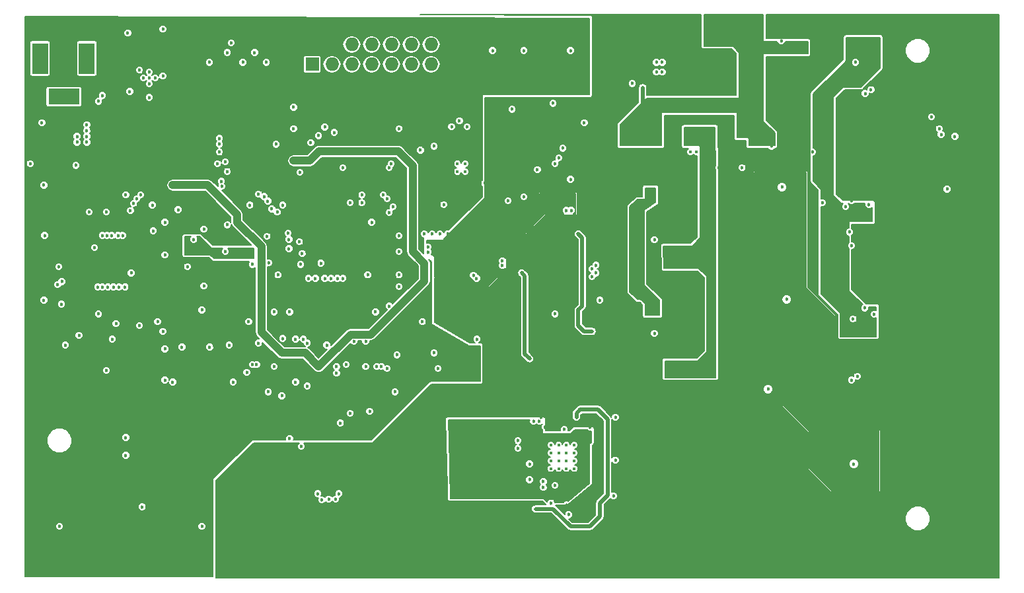
<source format=gbr>
%TF.GenerationSoftware,KiCad,Pcbnew,4.0.7*%
%TF.CreationDate,2018-05-19T04:47:08+02:00*%
%TF.ProjectId,adccore,616463636F72652E6B696361645F7063,rev?*%
%TF.FileFunction,Copper,L3,Inr,Signal*%
%FSLAX46Y46*%
G04 Gerber Fmt 4.6, Leading zero omitted, Abs format (unit mm)*
G04 Created by KiCad (PCBNEW 4.0.7) date 05/19/18 04:47:08*
%MOMM*%
%LPD*%
G01*
G04 APERTURE LIST*
%ADD10C,0.100000*%
%ADD11C,0.600000*%
%ADD12C,0.400000*%
%ADD13R,1.727200X1.727200*%
%ADD14O,1.727200X1.727200*%
%ADD15R,2.000000X4.000000*%
%ADD16R,4.000000X2.000000*%
%ADD17C,0.454000*%
%ADD18C,1.000000*%
%ADD19C,0.508000*%
%ADD20C,0.200000*%
G04 APERTURE END LIST*
D10*
D11*
X197150000Y-94400000D03*
X197150000Y-93100000D03*
X195850000Y-94400000D03*
X195850000Y-93100000D03*
D12*
X169150000Y-107900000D03*
X169150000Y-107100000D03*
X168350000Y-107900000D03*
X168350000Y-107100000D03*
X169150000Y-93400000D03*
X169150000Y-92600000D03*
X168350000Y-93400000D03*
X168350000Y-92600000D03*
X152965124Y-123584350D03*
X153965124Y-123584350D03*
X154965124Y-123584350D03*
X155965124Y-123584350D03*
X152965124Y-122584350D03*
X153965124Y-122584350D03*
X154965124Y-122584350D03*
X155965124Y-122584350D03*
X152965124Y-121584350D03*
X153965124Y-121584350D03*
X154965124Y-121584350D03*
X155965124Y-121584350D03*
X152965124Y-120584350D03*
X153965124Y-120584350D03*
X154965124Y-120584350D03*
X155965124Y-120584350D03*
X151000000Y-130750000D03*
X150000000Y-130750000D03*
X151000000Y-131750000D03*
X150000000Y-131750000D03*
X141232843Y-129750000D03*
X140232843Y-129750000D03*
X141232843Y-130750000D03*
X140232843Y-130750000D03*
X163750000Y-130500000D03*
X162750000Y-130500000D03*
X163750000Y-131500000D03*
X162750000Y-131500000D03*
X141000000Y-85500000D03*
X142000000Y-85500000D03*
X141000000Y-84500000D03*
X142000000Y-84500000D03*
X145400000Y-110750000D03*
X145400000Y-109750000D03*
X144400000Y-110750000D03*
X144400000Y-109750000D03*
X178250000Y-83050000D03*
X177250000Y-83050000D03*
X190250000Y-69250000D03*
X190250000Y-68250000D03*
X189250000Y-69250000D03*
X189250000Y-68250000D03*
X163000000Y-84000000D03*
X164000000Y-84000000D03*
X163000000Y-83000000D03*
X164000000Y-83000000D03*
D13*
X122380000Y-71750000D03*
D14*
X122380000Y-69210000D03*
X124920000Y-71750000D03*
X124920000Y-69210000D03*
X127460000Y-71750000D03*
X127460000Y-69210000D03*
X130000000Y-71750000D03*
X130000000Y-69210000D03*
X132540000Y-71750000D03*
X132540000Y-69210000D03*
X135080000Y-71750000D03*
X135080000Y-69210000D03*
X137620000Y-71750000D03*
X137620000Y-69210000D03*
D15*
X87500000Y-71000000D03*
X93500000Y-71000000D03*
D16*
X90550000Y-75900000D03*
D12*
X156000000Y-100500000D03*
X156000000Y-99000000D03*
X156000000Y-97500000D03*
X156000000Y-96000000D03*
X154500000Y-100500000D03*
X154500000Y-99000000D03*
X154500000Y-97500000D03*
X154500000Y-96000000D03*
X153000000Y-100500000D03*
X153000000Y-99000000D03*
X153000000Y-97500000D03*
X153000000Y-96000000D03*
X151500000Y-100500000D03*
X151500000Y-99000000D03*
X151500000Y-97500000D03*
X151500000Y-96000000D03*
X171650000Y-83000000D03*
X170850000Y-83000000D03*
D17*
X111250000Y-91750000D03*
X106000000Y-103250000D03*
X112750000Y-77750000D03*
X111750000Y-77750000D03*
X113250000Y-80000000D03*
X114500000Y-86000000D03*
X113750000Y-84500000D03*
X113750000Y-86500000D03*
X115250000Y-81500000D03*
X114250000Y-82750000D03*
X114250000Y-81250000D03*
X112750000Y-77000000D03*
X111750000Y-77000000D03*
X114250000Y-78750000D03*
X114250000Y-80000000D03*
X114250000Y-76250000D03*
X114250000Y-77250000D03*
X110750000Y-77000000D03*
X96500000Y-75750000D03*
X110750000Y-108000000D03*
X142500000Y-110500000D03*
X142250000Y-109500000D03*
X141500000Y-109500000D03*
X142500000Y-111000000D03*
X118500000Y-112500000D03*
X121250000Y-111500000D03*
X124750000Y-113000000D03*
X129500000Y-113750000D03*
X131000000Y-113750000D03*
X115750000Y-111500000D03*
X115000000Y-113750000D03*
X114500000Y-115500000D03*
X141000000Y-82750000D03*
X142250000Y-81750000D03*
X140000000Y-81500000D03*
X133500000Y-96750000D03*
X97750000Y-90000000D03*
X104500000Y-111500000D03*
X101250000Y-113500000D03*
X92250000Y-103500000D03*
X116700000Y-84300000D03*
X126500000Y-81700000D03*
X132300000Y-79900000D03*
X109800000Y-91100000D03*
X114400000Y-91800000D03*
X110500000Y-103300000D03*
X92200000Y-97750000D03*
X91903800Y-94748800D03*
X104100000Y-100100000D03*
X104251200Y-94748800D03*
X111500000Y-97250000D03*
X132250000Y-85000000D03*
X144750000Y-93500000D03*
X143750000Y-93500000D03*
X142750000Y-93500000D03*
X141750000Y-93500000D03*
X140750000Y-93500000D03*
X139750000Y-93500000D03*
X138750000Y-93500000D03*
X137750000Y-93500000D03*
X133500000Y-95750000D03*
X90000000Y-131000000D03*
X108250000Y-131000000D03*
X145500000Y-70000000D03*
X155500000Y-70000000D03*
X149500000Y-70000000D03*
X210000000Y-119750000D03*
X206750000Y-121250000D03*
X203750000Y-119750000D03*
X209750000Y-111250000D03*
X203750000Y-111250000D03*
X207000000Y-110000000D03*
X209750000Y-98250000D03*
X204000000Y-98250000D03*
X206750000Y-99500000D03*
X199500000Y-92500000D03*
X199500000Y-95000000D03*
X197250000Y-96750000D03*
X196250000Y-96750000D03*
X193500000Y-94500000D03*
X193500000Y-93500000D03*
X193500000Y-92500000D03*
X196750000Y-90750000D03*
X197750000Y-90750000D03*
X183250000Y-92250000D03*
X139250000Y-89750000D03*
X144500000Y-87000000D03*
X139750000Y-96750000D03*
X170750000Y-88750000D03*
X171500000Y-89750000D03*
X170750000Y-90750000D03*
X186750000Y-102750000D03*
X159000000Y-103000000D03*
X158250000Y-103750000D03*
X158250000Y-105000000D03*
X157750000Y-93500000D03*
X158750000Y-92750000D03*
X162000000Y-98750000D03*
X162000000Y-97750000D03*
X147250000Y-98250000D03*
X98750000Y-67750000D03*
X103250000Y-67250000D03*
X95500000Y-75750000D03*
X95000000Y-76500000D03*
X87750000Y-79250000D03*
X171250000Y-104500000D03*
X186750000Y-109750000D03*
X184500000Y-108750000D03*
X186000000Y-108750000D03*
X186000000Y-105500000D03*
X184500000Y-105500000D03*
X183750000Y-106250000D03*
X185250000Y-107323000D03*
X133500000Y-80000000D03*
X132500000Y-84500000D03*
X117750000Y-82000000D03*
X120000000Y-80000000D03*
X120000000Y-77250000D03*
X180250000Y-83250000D03*
X180250000Y-84500000D03*
X176750000Y-85250000D03*
X168750000Y-86000000D03*
X169500000Y-85000000D03*
X174500000Y-85000000D03*
X165500000Y-110500000D03*
X166250000Y-111500000D03*
X166250000Y-109500000D03*
X166750000Y-97000000D03*
X166250000Y-98000000D03*
X166250000Y-96000000D03*
X126750000Y-110250000D03*
X124250000Y-107750000D03*
X133250000Y-137000000D03*
X132250000Y-136000000D03*
X157500000Y-129750000D03*
X140205844Y-116000000D03*
X138500000Y-110750000D03*
X127250000Y-116500000D03*
X126000000Y-117750000D03*
X95000000Y-103750000D03*
X94500000Y-95250000D03*
X88000000Y-102000000D03*
X89750000Y-100000000D03*
X108250000Y-103250000D03*
X109250000Y-108000000D03*
X114250000Y-104750000D03*
X121750000Y-113000000D03*
X120250000Y-112500000D03*
X118500000Y-114250000D03*
X116750000Y-113750000D03*
X117500000Y-110500000D03*
X114750000Y-110250000D03*
X115250000Y-110250000D03*
X136500000Y-104750000D03*
X154250000Y-116500000D03*
X151750000Y-117000000D03*
X152250000Y-118250000D03*
X151500000Y-117500000D03*
X150750000Y-117500000D03*
X148750000Y-121000000D03*
X148750000Y-120000000D03*
X150250000Y-125000000D03*
X158500000Y-126250000D03*
X155000000Y-128250000D03*
X153000000Y-128000000D03*
X166750000Y-130000000D03*
X165500000Y-128750000D03*
X160750000Y-134500000D03*
X160500000Y-131500000D03*
X152500000Y-131000000D03*
X153750000Y-132000000D03*
X148750000Y-133500000D03*
X148250000Y-134500000D03*
X137500000Y-130250000D03*
X138250000Y-130750000D03*
X146500000Y-130500000D03*
X149000000Y-128750000D03*
X146000000Y-129750000D03*
X146500000Y-129000000D03*
X148250000Y-128000000D03*
X157250000Y-117250000D03*
X158000000Y-118250000D03*
X151704782Y-104954782D03*
X153000000Y-105250000D03*
X152500000Y-106250000D03*
X155250000Y-107250000D03*
X154500000Y-107750000D03*
X156000000Y-107750000D03*
X152000000Y-107750000D03*
X150500000Y-107750000D03*
X151250000Y-107250000D03*
X149000000Y-107250000D03*
X147000000Y-107250000D03*
X148000000Y-106750000D03*
X149250000Y-112500000D03*
X147250000Y-112500000D03*
X148250000Y-113250000D03*
X185250000Y-84250000D03*
X193200000Y-103000000D03*
X194400000Y-103800000D03*
X191700000Y-104400000D03*
X187800000Y-104700000D03*
X180500000Y-117900000D03*
X177000000Y-117900000D03*
X173500000Y-117900000D03*
X170000000Y-117900000D03*
X169000000Y-118300000D03*
X180500000Y-123700000D03*
X177000000Y-123700000D03*
X173500000Y-123700000D03*
X170000000Y-123700000D03*
X169000000Y-124000000D03*
X130000000Y-92000000D03*
X133250000Y-109000000D03*
X132000000Y-110750000D03*
X133000000Y-113750000D03*
X125500000Y-111354000D03*
X209750000Y-89750000D03*
X207000000Y-88500000D03*
X204000000Y-89750000D03*
X134000000Y-121500000D03*
X136250000Y-121500000D03*
X138250000Y-126500000D03*
X139000000Y-125250000D03*
X138750000Y-123250000D03*
X197500000Y-83000000D03*
X198500000Y-85000000D03*
X202750000Y-85750000D03*
X201500000Y-86750000D03*
X184000000Y-95000000D03*
X185500000Y-92750000D03*
X194500000Y-88750000D03*
X193750000Y-89750000D03*
X191500000Y-89250000D03*
X190750000Y-90000000D03*
X187750000Y-89500000D03*
X187000000Y-88250000D03*
X194750000Y-85250000D03*
X192250000Y-87250000D03*
X190500000Y-88000000D03*
X186500000Y-83000000D03*
X192250000Y-83500000D03*
X191500000Y-83000000D03*
X193250000Y-80250000D03*
X160500000Y-87000000D03*
X166000000Y-83250000D03*
X162000000Y-78500000D03*
X168500000Y-80250000D03*
X174500000Y-80750000D03*
X173250000Y-79000000D03*
X176250000Y-79000000D03*
X164000000Y-66000000D03*
X164000000Y-71500000D03*
X162750000Y-70000000D03*
X162750000Y-67500000D03*
X159250000Y-72500000D03*
X170976000Y-84947498D03*
X171000000Y-67500000D03*
X182750000Y-75500000D03*
X184000000Y-73750000D03*
X184000000Y-71000000D03*
X182750000Y-68000000D03*
X182500000Y-68750000D03*
X184000000Y-66500000D03*
X185250000Y-71250000D03*
X186250000Y-72000000D03*
X187250000Y-71250000D03*
X192000000Y-66250000D03*
X193000000Y-65500000D03*
X194000000Y-66250000D03*
X192000000Y-71500000D03*
X166000000Y-75250000D03*
X140250000Y-79750000D03*
X141250000Y-79000000D03*
X142250000Y-79750000D03*
X138250000Y-133500000D03*
X141750000Y-96500000D03*
X132250000Y-102750000D03*
X130500000Y-103500000D03*
X129500000Y-98750000D03*
X136750000Y-93500000D03*
X101500000Y-76000000D03*
X100250000Y-105250000D03*
X102576408Y-104744092D03*
X104500000Y-112500000D03*
X103500000Y-112250000D03*
X103500000Y-108250000D03*
X103250000Y-106000000D03*
X96750000Y-107000000D03*
X97250000Y-105000000D03*
X92500000Y-106500000D03*
X90750000Y-107750000D03*
X96000000Y-111000000D03*
X86250000Y-84500000D03*
X88000000Y-87250000D03*
X110500000Y-83000000D03*
X110500000Y-81250000D03*
X110500000Y-82000000D03*
X110250000Y-84500000D03*
X111250000Y-84250000D03*
X111500000Y-85500000D03*
X110750000Y-86750000D03*
X116500000Y-71500000D03*
X115000000Y-70250000D03*
X113500000Y-71500000D03*
X111500000Y-70250000D03*
X112000000Y-69000000D03*
X108500000Y-92900000D03*
X116600000Y-93800000D03*
X116800000Y-97200000D03*
X114700000Y-97400000D03*
X114600000Y-95700000D03*
X101900000Y-89800000D03*
X105200000Y-90400000D03*
X102000000Y-93100000D03*
X124000000Y-79800000D03*
X125200000Y-80500000D03*
X123200000Y-80900000D03*
X122200000Y-81800000D03*
X120800000Y-85600000D03*
X126300000Y-85000000D03*
X92100000Y-84700000D03*
X98500000Y-88500000D03*
X93800000Y-90700000D03*
X96000000Y-90700000D03*
X88100000Y-93700000D03*
X89900000Y-97700000D03*
X116800000Y-129900000D03*
X123000000Y-130200000D03*
X128500000Y-124000000D03*
X123100000Y-120800000D03*
X125800000Y-120800000D03*
X100600000Y-128500000D03*
X98500000Y-119600000D03*
X98500000Y-121900000D03*
X103500000Y-96200000D03*
X106400000Y-97700000D03*
X108500000Y-100182500D03*
X104500000Y-87250000D03*
X123226000Y-110500000D03*
X136750000Y-97250000D03*
X115876000Y-97200000D03*
X120000000Y-84100000D03*
X123300000Y-82900000D03*
X109200000Y-71500000D03*
X110800000Y-87400000D03*
X111750000Y-107750000D03*
X114000000Y-111250000D03*
X133500000Y-93750000D03*
X133500000Y-98750000D03*
X133500000Y-100250000D03*
X150250000Y-109500000D03*
X149250000Y-98500000D03*
X158250000Y-106000000D03*
X156500000Y-103250000D03*
X156500000Y-93500000D03*
X158750000Y-98500000D03*
X158750000Y-97500000D03*
X158250000Y-98000000D03*
X158250000Y-99000000D03*
X154937926Y-90476208D03*
X137250000Y-95817000D03*
X155571926Y-90476208D03*
X137250000Y-95183000D03*
X183200000Y-101900000D03*
X191800000Y-123000000D03*
X191250000Y-74500000D03*
X188250000Y-83000000D03*
X187000000Y-81500000D03*
X203750000Y-87750000D03*
X204750000Y-81000000D03*
X202750000Y-80000000D03*
X188250000Y-85750000D03*
X187000000Y-86500000D03*
X192500000Y-90500000D03*
X193750000Y-91250000D03*
X193250000Y-106500000D03*
X194500000Y-105750000D03*
X193250000Y-105000000D03*
X195000000Y-69250000D03*
X195000000Y-70000000D03*
X194250000Y-70000000D03*
X194250000Y-69250000D03*
X125400000Y-127500000D03*
X123600000Y-127600000D03*
X123100000Y-126800000D03*
X125800000Y-126800000D03*
X166500000Y-71500000D03*
X166500000Y-72750000D03*
X167250000Y-71500000D03*
X167250000Y-72750000D03*
X93500000Y-81750000D03*
X92250000Y-81750000D03*
X92250000Y-81000000D03*
X93500000Y-80250000D03*
X93500000Y-79500000D03*
X93500000Y-81000000D03*
X102250000Y-73500000D03*
X100750000Y-73500000D03*
X101500000Y-72750000D03*
X101500000Y-73500000D03*
X101500000Y-74250000D03*
X100250000Y-72500000D03*
X103250000Y-73250000D03*
X124500000Y-127500000D03*
X99000000Y-75250000D03*
X163400000Y-74200000D03*
X156250000Y-117000000D03*
X151000000Y-128750000D03*
X142750000Y-118250000D03*
X145500000Y-118250000D03*
X153750000Y-127750000D03*
X157500000Y-119500000D03*
X151005650Y-120834350D03*
X142000000Y-127250000D03*
X142750000Y-127250000D03*
X142750000Y-126500000D03*
X142000000Y-126500000D03*
X142750000Y-125750000D03*
X142000000Y-125750000D03*
X161250000Y-117000000D03*
X161250000Y-122500000D03*
X161000000Y-127090000D03*
X154696079Y-118572456D03*
X155250000Y-129500000D03*
X177476000Y-85000000D03*
X162250000Y-79750000D03*
X162000000Y-81250000D03*
X163000000Y-81250000D03*
X164038500Y-80405000D03*
X162000000Y-80500000D03*
X163000000Y-79750000D03*
X185000000Y-70000000D03*
X185000000Y-69250000D03*
X164750000Y-74750000D03*
X181250000Y-81500000D03*
X181250000Y-82250000D03*
X178000000Y-73500000D03*
X178000000Y-72250000D03*
X178000000Y-71000000D03*
X176500000Y-68750000D03*
X177500000Y-68750000D03*
X178500000Y-68750000D03*
X174750000Y-66500000D03*
X175750000Y-66500000D03*
X176750000Y-66500000D03*
X177750000Y-66500000D03*
X175500000Y-68250000D03*
X174000000Y-66250000D03*
X170500000Y-97000000D03*
X171750000Y-97000000D03*
X171000000Y-96000000D03*
X172000000Y-80750000D03*
X172000000Y-80000000D03*
X170000000Y-110500000D03*
X170500000Y-111500000D03*
X171250000Y-110500000D03*
X166500000Y-102500000D03*
X165500000Y-102500000D03*
X165500000Y-103500000D03*
X165500000Y-88000000D03*
X165500000Y-88500000D03*
X182600000Y-87500000D03*
X180800000Y-113400000D03*
X121250000Y-107000000D03*
X191500000Y-112250000D03*
X120250000Y-107000000D03*
X192250000Y-111750000D03*
X191500000Y-95000000D03*
X121000000Y-120750000D03*
X191250000Y-93250000D03*
X119500000Y-119750000D03*
X90250008Y-102500000D03*
X90300000Y-99600000D03*
X123500000Y-97250000D03*
X157250000Y-79250000D03*
X201750000Y-78500000D03*
X136250000Y-82750000D03*
X203000000Y-80750000D03*
X138000000Y-82250000D03*
X105700000Y-108000000D03*
X118600000Y-106900000D03*
X118600000Y-89800000D03*
X114400000Y-89800000D03*
X115500000Y-107500000D03*
X112250000Y-112500000D03*
X107204775Y-94204775D03*
X111250000Y-95750000D03*
X111500000Y-92331013D03*
X103500000Y-92000000D03*
X115500000Y-88400000D03*
X100400000Y-88500000D03*
X116200000Y-88700000D03*
X99900000Y-89000000D03*
X116700000Y-89300000D03*
X99500000Y-89600000D03*
X117200000Y-90300000D03*
X99083960Y-90500000D03*
X117900000Y-90700000D03*
X98100000Y-93700000D03*
X97500000Y-93700000D03*
X119300000Y-93400000D03*
X119400000Y-94200000D03*
X96700000Y-93700000D03*
X119400000Y-95400000D03*
X96100000Y-93700000D03*
X95500000Y-93700000D03*
X121100000Y-96000000D03*
X120900000Y-97400000D03*
X99200000Y-98500000D03*
X98400000Y-100300000D03*
X121900000Y-99200000D03*
X97600000Y-100300000D03*
X122800000Y-99200000D03*
X96900000Y-100300000D03*
X124000000Y-99200000D03*
X96200000Y-100300000D03*
X124800000Y-99200000D03*
X95485719Y-100295284D03*
X125600000Y-99200000D03*
X94900000Y-100300000D03*
X126300000Y-99200000D03*
X159250000Y-102000000D03*
X166250000Y-106250000D03*
X166250000Y-94250000D03*
X143500000Y-107000000D03*
X138000000Y-108750000D03*
X121750000Y-107500000D03*
X129750000Y-116250000D03*
X125500000Y-110500000D03*
X152000000Y-125250000D03*
X131250000Y-110500000D03*
X152000000Y-126000000D03*
X130668997Y-110500000D03*
X129250000Y-110500000D03*
X153500000Y-125750000D03*
X129250000Y-107250000D03*
X150250000Y-123000000D03*
X117500000Y-103500000D03*
X119500000Y-103500000D03*
X120750000Y-94500000D03*
X194000000Y-75000000D03*
X118000000Y-98750000D03*
X193250000Y-75500000D03*
X151250000Y-85250000D03*
X131500000Y-88500000D03*
X131980327Y-88990164D03*
X155500000Y-86500000D03*
X153250000Y-76750000D03*
X148000000Y-77500000D03*
X147500000Y-89250000D03*
X132250000Y-90750000D03*
X132750000Y-90000012D03*
X149500000Y-88750000D03*
X154500000Y-82500000D03*
X127250000Y-89500000D03*
X128750000Y-89500000D03*
X154000000Y-83750000D03*
X128750000Y-88500000D03*
X153500000Y-84500000D03*
X146750000Y-96959500D03*
X143044586Y-98794586D03*
X146750000Y-97540500D03*
X143455414Y-99205414D03*
X153500000Y-103750000D03*
X127750000Y-107249999D03*
D18*
X136750000Y-97250000D02*
X136750000Y-99555920D01*
X136750000Y-99555920D02*
X129909921Y-106395999D01*
X129909921Y-106395999D02*
X127330001Y-106395999D01*
X127330001Y-106395999D02*
X123452999Y-110273001D01*
X123452999Y-110273001D02*
X123226000Y-110500000D01*
X112750000Y-91000000D02*
X109000000Y-87250000D01*
X109000000Y-87250000D02*
X104500000Y-87250000D01*
X112750000Y-92000000D02*
X112750000Y-91000000D01*
X115876000Y-95126000D02*
X112750000Y-92000000D01*
X115876000Y-97200000D02*
X115876000Y-95126000D01*
X118500000Y-108750000D02*
X115876000Y-106126000D01*
X115876000Y-106126000D02*
X115876000Y-97200000D01*
X121476000Y-108750000D02*
X118500000Y-108750000D01*
X123226000Y-110500000D02*
X121476000Y-108750000D01*
X135250000Y-84750000D02*
X135250000Y-95750000D01*
X135250000Y-95750000D02*
X136750000Y-97250000D01*
X133400000Y-82900000D02*
X135250000Y-84750000D01*
X123300000Y-82900000D02*
X133400000Y-82900000D01*
X120000000Y-84100000D02*
X122100000Y-84100000D01*
X122100000Y-84100000D02*
X123300000Y-82900000D01*
D19*
X149250000Y-98500000D02*
X149608001Y-98858001D01*
X149608001Y-108858001D02*
X150250000Y-109500000D01*
X149608001Y-98858001D02*
X149608001Y-108858001D01*
X156500000Y-105250000D02*
X157250000Y-106000000D01*
X157250000Y-106000000D02*
X158250000Y-106000000D01*
X156500000Y-103250000D02*
X156500000Y-105250000D01*
X157000000Y-102750000D02*
X156500000Y-103250000D01*
X157000000Y-94000000D02*
X157000000Y-102750000D01*
X156500000Y-93500000D02*
X157000000Y-94000000D01*
X156250000Y-117000000D02*
X156250000Y-116500000D01*
X158000000Y-131000000D02*
X155500000Y-131000000D01*
X156250000Y-116500000D02*
X156750000Y-116000000D01*
X156750000Y-116000000D02*
X159000000Y-116000000D01*
X159000000Y-116000000D02*
X160250000Y-117250000D01*
X159250000Y-128000000D02*
X159250000Y-129750000D01*
X160250000Y-117250000D02*
X160250000Y-127000000D01*
X160250000Y-127000000D02*
X159250000Y-128000000D01*
X159250000Y-129750000D02*
X158000000Y-131000000D01*
X155500000Y-131000000D02*
X153250000Y-128750000D01*
X153250000Y-128750000D02*
X153358001Y-128858001D01*
X151000000Y-128750000D02*
X153250000Y-128750000D01*
X185000000Y-69250000D02*
X184250000Y-70000000D01*
X184250000Y-70000000D02*
X179750000Y-70000000D01*
X179750000Y-70000000D02*
X178726999Y-68976999D01*
X178726999Y-68976999D02*
X178500000Y-68750000D01*
X164750000Y-74750000D02*
X164750000Y-77250000D01*
D20*
G36*
X157900000Y-65849655D02*
X157900000Y-75650000D01*
X144250000Y-75650000D01*
X144211094Y-75657879D01*
X144178319Y-75680273D01*
X144156839Y-75713654D01*
X144150000Y-75750000D01*
X144150000Y-86604747D01*
X144053491Y-86701088D01*
X143973091Y-86894713D01*
X143972908Y-87104367D01*
X144052970Y-87298132D01*
X144150000Y-87395332D01*
X144150000Y-88708578D01*
X139876626Y-92981952D01*
X139855287Y-92973091D01*
X139645633Y-92972908D01*
X139451868Y-93052970D01*
X139303491Y-93201088D01*
X139249968Y-93329987D01*
X139197030Y-93201868D01*
X139048912Y-93053491D01*
X138855287Y-92973091D01*
X138645633Y-92972908D01*
X138451868Y-93052970D01*
X138303491Y-93201088D01*
X138249968Y-93329987D01*
X138197030Y-93201868D01*
X138048912Y-93053491D01*
X137855287Y-92973091D01*
X137645633Y-92972908D01*
X137451868Y-93052970D01*
X137303491Y-93201088D01*
X137249968Y-93329987D01*
X137197030Y-93201868D01*
X137048912Y-93053491D01*
X136855287Y-92973091D01*
X136645633Y-92972908D01*
X136451868Y-93052970D01*
X136303491Y-93201088D01*
X136223091Y-93394713D01*
X136222908Y-93604367D01*
X136302970Y-93798132D01*
X136451088Y-93946509D01*
X136644713Y-94026909D01*
X136650000Y-94026914D01*
X136650000Y-96000000D01*
X136654731Y-96023360D01*
X136050000Y-95418630D01*
X136050000Y-89854367D01*
X138722908Y-89854367D01*
X138802970Y-90048132D01*
X138951088Y-90196509D01*
X139144713Y-90276909D01*
X139354367Y-90277092D01*
X139548132Y-90197030D01*
X139696509Y-90048912D01*
X139776909Y-89855287D01*
X139777092Y-89645633D01*
X139697030Y-89451868D01*
X139548912Y-89303491D01*
X139355287Y-89223091D01*
X139145633Y-89222908D01*
X138951868Y-89302970D01*
X138803491Y-89451088D01*
X138723091Y-89644713D01*
X138722908Y-89854367D01*
X136050000Y-89854367D01*
X136050000Y-84750000D01*
X136019969Y-84599020D01*
X140499913Y-84599020D01*
X140575873Y-84782857D01*
X140716403Y-84923633D01*
X140900107Y-84999913D01*
X140900978Y-84999914D01*
X140717143Y-85075873D01*
X140576367Y-85216403D01*
X140500087Y-85400107D01*
X140499913Y-85599020D01*
X140575873Y-85782857D01*
X140716403Y-85923633D01*
X140900107Y-85999913D01*
X141099020Y-86000087D01*
X141282857Y-85924127D01*
X141423633Y-85783597D01*
X141499913Y-85599893D01*
X141499914Y-85599022D01*
X141575873Y-85782857D01*
X141716403Y-85923633D01*
X141900107Y-85999913D01*
X142099020Y-86000087D01*
X142282857Y-85924127D01*
X142423633Y-85783597D01*
X142499913Y-85599893D01*
X142500087Y-85400980D01*
X142424127Y-85217143D01*
X142283597Y-85076367D01*
X142099893Y-85000087D01*
X142099022Y-85000086D01*
X142282857Y-84924127D01*
X142423633Y-84783597D01*
X142499913Y-84599893D01*
X142500087Y-84400980D01*
X142424127Y-84217143D01*
X142283597Y-84076367D01*
X142099893Y-84000087D01*
X141900980Y-83999913D01*
X141717143Y-84075873D01*
X141576367Y-84216403D01*
X141500087Y-84400107D01*
X141500086Y-84400978D01*
X141424127Y-84217143D01*
X141283597Y-84076367D01*
X141099893Y-84000087D01*
X140900980Y-83999913D01*
X140717143Y-84075873D01*
X140576367Y-84216403D01*
X140500087Y-84400107D01*
X140499913Y-84599020D01*
X136019969Y-84599020D01*
X135989104Y-84443853D01*
X135815685Y-84184315D01*
X134485737Y-82854367D01*
X135722908Y-82854367D01*
X135802970Y-83048132D01*
X135951088Y-83196509D01*
X136144713Y-83276909D01*
X136354367Y-83277092D01*
X136548132Y-83197030D01*
X136696509Y-83048912D01*
X136776909Y-82855287D01*
X136777092Y-82645633D01*
X136697030Y-82451868D01*
X136599700Y-82354367D01*
X137472908Y-82354367D01*
X137552970Y-82548132D01*
X137701088Y-82696509D01*
X137894713Y-82776909D01*
X138104367Y-82777092D01*
X138298132Y-82697030D01*
X138446509Y-82548912D01*
X138526909Y-82355287D01*
X138527092Y-82145633D01*
X138447030Y-81951868D01*
X138298912Y-81803491D01*
X138105287Y-81723091D01*
X137895633Y-81722908D01*
X137701868Y-81802970D01*
X137553491Y-81951088D01*
X137473091Y-82144713D01*
X137472908Y-82354367D01*
X136599700Y-82354367D01*
X136548912Y-82303491D01*
X136355287Y-82223091D01*
X136145633Y-82222908D01*
X135951868Y-82302970D01*
X135803491Y-82451088D01*
X135723091Y-82644713D01*
X135722908Y-82854367D01*
X134485737Y-82854367D01*
X133965685Y-82334315D01*
X133706147Y-82160896D01*
X133400000Y-82100000D01*
X123300000Y-82100000D01*
X122993853Y-82160896D01*
X122734314Y-82334315D01*
X121768630Y-83300000D01*
X120000000Y-83300000D01*
X119693853Y-83360896D01*
X119434315Y-83534315D01*
X119260896Y-83793853D01*
X119200000Y-84100000D01*
X119260896Y-84406147D01*
X119434315Y-84665685D01*
X119693853Y-84839104D01*
X120000000Y-84900000D01*
X122100000Y-84900000D01*
X122406147Y-84839104D01*
X122665685Y-84665685D01*
X123631371Y-83700000D01*
X133068630Y-83700000D01*
X134450000Y-85081370D01*
X134450000Y-95750000D01*
X134509302Y-96048132D01*
X134510896Y-96056147D01*
X134684315Y-96315685D01*
X135950000Y-97581371D01*
X135950000Y-99224549D01*
X132704530Y-102470019D01*
X132697030Y-102451868D01*
X132548912Y-102303491D01*
X132355287Y-102223091D01*
X132145633Y-102222908D01*
X131951868Y-102302970D01*
X131803491Y-102451088D01*
X131723091Y-102644713D01*
X131722908Y-102854367D01*
X131802970Y-103048132D01*
X131951088Y-103196509D01*
X131970133Y-103204417D01*
X129578551Y-105595999D01*
X127330001Y-105595999D01*
X127023854Y-105656895D01*
X126764316Y-105830313D01*
X124776942Y-107817688D01*
X124777092Y-107645633D01*
X124697030Y-107451868D01*
X124548912Y-107303491D01*
X124355287Y-107223091D01*
X124145633Y-107222908D01*
X123951868Y-107302970D01*
X123803491Y-107451088D01*
X123723091Y-107644713D01*
X123722908Y-107854367D01*
X123802970Y-108048132D01*
X123951088Y-108196509D01*
X124144713Y-108276909D01*
X124317570Y-108277060D01*
X123226000Y-109368630D01*
X122041685Y-108184315D01*
X121806323Y-108027050D01*
X121854367Y-108027092D01*
X122048132Y-107947030D01*
X122196509Y-107798912D01*
X122276909Y-107605287D01*
X122277092Y-107395633D01*
X122197030Y-107201868D01*
X122048912Y-107053491D01*
X121855287Y-106973091D01*
X121777024Y-106973023D01*
X121777092Y-106895633D01*
X121697030Y-106701868D01*
X121548912Y-106553491D01*
X121355287Y-106473091D01*
X121145633Y-106472908D01*
X120951868Y-106552970D01*
X120803491Y-106701088D01*
X120749968Y-106829987D01*
X120697030Y-106701868D01*
X120548912Y-106553491D01*
X120355287Y-106473091D01*
X120145633Y-106472908D01*
X119951868Y-106552970D01*
X119803491Y-106701088D01*
X119723091Y-106894713D01*
X119722908Y-107104367D01*
X119802970Y-107298132D01*
X119951088Y-107446509D01*
X120144713Y-107526909D01*
X120354367Y-107527092D01*
X120548132Y-107447030D01*
X120696509Y-107298912D01*
X120750032Y-107170013D01*
X120802970Y-107298132D01*
X120951088Y-107446509D01*
X121144713Y-107526909D01*
X121222976Y-107526977D01*
X121222908Y-107604367D01*
X121302970Y-107798132D01*
X121451088Y-107946509D01*
X121459495Y-107950000D01*
X118831371Y-107950000D01*
X117885738Y-107004367D01*
X118072908Y-107004367D01*
X118152970Y-107198132D01*
X118301088Y-107346509D01*
X118494713Y-107426909D01*
X118704367Y-107427092D01*
X118898132Y-107347030D01*
X119046509Y-107198912D01*
X119126909Y-107005287D01*
X119127092Y-106795633D01*
X119047030Y-106601868D01*
X118898912Y-106453491D01*
X118705287Y-106373091D01*
X118495633Y-106372908D01*
X118301868Y-106452970D01*
X118153491Y-106601088D01*
X118073091Y-106794713D01*
X118072908Y-107004367D01*
X117885738Y-107004367D01*
X116676000Y-105794630D01*
X116676000Y-103604367D01*
X116972908Y-103604367D01*
X117052970Y-103798132D01*
X117201088Y-103946509D01*
X117394713Y-104026909D01*
X117604367Y-104027092D01*
X117798132Y-103947030D01*
X117946509Y-103798912D01*
X118026909Y-103605287D01*
X118026909Y-103604367D01*
X118972908Y-103604367D01*
X119052970Y-103798132D01*
X119201088Y-103946509D01*
X119394713Y-104026909D01*
X119604367Y-104027092D01*
X119798132Y-103947030D01*
X119946509Y-103798912D01*
X120026909Y-103605287D01*
X120026909Y-103604367D01*
X129972908Y-103604367D01*
X130052970Y-103798132D01*
X130201088Y-103946509D01*
X130394713Y-104026909D01*
X130604367Y-104027092D01*
X130798132Y-103947030D01*
X130946509Y-103798912D01*
X131026909Y-103605287D01*
X131027092Y-103395633D01*
X130947030Y-103201868D01*
X130798912Y-103053491D01*
X130605287Y-102973091D01*
X130395633Y-102972908D01*
X130201868Y-103052970D01*
X130053491Y-103201088D01*
X129973091Y-103394713D01*
X129972908Y-103604367D01*
X120026909Y-103604367D01*
X120027092Y-103395633D01*
X119947030Y-103201868D01*
X119798912Y-103053491D01*
X119605287Y-102973091D01*
X119395633Y-102972908D01*
X119201868Y-103052970D01*
X119053491Y-103201088D01*
X118973091Y-103394713D01*
X118972908Y-103604367D01*
X118026909Y-103604367D01*
X118027092Y-103395633D01*
X117947030Y-103201868D01*
X117798912Y-103053491D01*
X117605287Y-102973091D01*
X117395633Y-102972908D01*
X117201868Y-103052970D01*
X117053491Y-103201088D01*
X116973091Y-103394713D01*
X116972908Y-103604367D01*
X116676000Y-103604367D01*
X116676000Y-100354367D01*
X132972908Y-100354367D01*
X133052970Y-100548132D01*
X133201088Y-100696509D01*
X133394713Y-100776909D01*
X133604367Y-100777092D01*
X133798132Y-100697030D01*
X133946509Y-100548912D01*
X134026909Y-100355287D01*
X134027092Y-100145633D01*
X133947030Y-99951868D01*
X133798912Y-99803491D01*
X133605287Y-99723091D01*
X133395633Y-99722908D01*
X133201868Y-99802970D01*
X133053491Y-99951088D01*
X132973091Y-100144713D01*
X132972908Y-100354367D01*
X116676000Y-100354367D01*
X116676000Y-99304367D01*
X121372908Y-99304367D01*
X121452970Y-99498132D01*
X121601088Y-99646509D01*
X121794713Y-99726909D01*
X122004367Y-99727092D01*
X122198132Y-99647030D01*
X122346509Y-99498912D01*
X122349909Y-99490724D01*
X122352970Y-99498132D01*
X122501088Y-99646509D01*
X122694713Y-99726909D01*
X122904367Y-99727092D01*
X123098132Y-99647030D01*
X123246509Y-99498912D01*
X123326909Y-99305287D01*
X123326909Y-99304367D01*
X123472908Y-99304367D01*
X123552970Y-99498132D01*
X123701088Y-99646509D01*
X123894713Y-99726909D01*
X124104367Y-99727092D01*
X124298132Y-99647030D01*
X124400048Y-99545292D01*
X124501088Y-99646509D01*
X124694713Y-99726909D01*
X124904367Y-99727092D01*
X125098132Y-99647030D01*
X125200048Y-99545292D01*
X125301088Y-99646509D01*
X125494713Y-99726909D01*
X125704367Y-99727092D01*
X125898132Y-99647030D01*
X125949960Y-99595292D01*
X126001088Y-99646509D01*
X126194713Y-99726909D01*
X126404367Y-99727092D01*
X126598132Y-99647030D01*
X126746509Y-99498912D01*
X126826909Y-99305287D01*
X126827092Y-99095633D01*
X126747030Y-98901868D01*
X126699612Y-98854367D01*
X128972908Y-98854367D01*
X129052970Y-99048132D01*
X129201088Y-99196509D01*
X129394713Y-99276909D01*
X129604367Y-99277092D01*
X129798132Y-99197030D01*
X129946509Y-99048912D01*
X130026909Y-98855287D01*
X130026909Y-98854367D01*
X132972908Y-98854367D01*
X133052970Y-99048132D01*
X133201088Y-99196509D01*
X133394713Y-99276909D01*
X133604367Y-99277092D01*
X133798132Y-99197030D01*
X133946509Y-99048912D01*
X134026909Y-98855287D01*
X134027092Y-98645633D01*
X133947030Y-98451868D01*
X133798912Y-98303491D01*
X133605287Y-98223091D01*
X133395633Y-98222908D01*
X133201868Y-98302970D01*
X133053491Y-98451088D01*
X132973091Y-98644713D01*
X132972908Y-98854367D01*
X130026909Y-98854367D01*
X130027092Y-98645633D01*
X129947030Y-98451868D01*
X129798912Y-98303491D01*
X129605287Y-98223091D01*
X129395633Y-98222908D01*
X129201868Y-98302970D01*
X129053491Y-98451088D01*
X128973091Y-98644713D01*
X128972908Y-98854367D01*
X126699612Y-98854367D01*
X126598912Y-98753491D01*
X126405287Y-98673091D01*
X126195633Y-98672908D01*
X126001868Y-98752970D01*
X125950040Y-98804708D01*
X125898912Y-98753491D01*
X125705287Y-98673091D01*
X125495633Y-98672908D01*
X125301868Y-98752970D01*
X125199952Y-98854708D01*
X125098912Y-98753491D01*
X124905287Y-98673091D01*
X124695633Y-98672908D01*
X124501868Y-98752970D01*
X124399952Y-98854708D01*
X124298912Y-98753491D01*
X124105287Y-98673091D01*
X123895633Y-98672908D01*
X123701868Y-98752970D01*
X123553491Y-98901088D01*
X123473091Y-99094713D01*
X123472908Y-99304367D01*
X123326909Y-99304367D01*
X123327092Y-99095633D01*
X123247030Y-98901868D01*
X123098912Y-98753491D01*
X122905287Y-98673091D01*
X122695633Y-98672908D01*
X122501868Y-98752970D01*
X122353491Y-98901088D01*
X122350091Y-98909276D01*
X122347030Y-98901868D01*
X122198912Y-98753491D01*
X122005287Y-98673091D01*
X121795633Y-98672908D01*
X121601868Y-98752970D01*
X121453491Y-98901088D01*
X121373091Y-99094713D01*
X121372908Y-99304367D01*
X116676000Y-99304367D01*
X116676000Y-98854367D01*
X117472908Y-98854367D01*
X117552970Y-99048132D01*
X117701088Y-99196509D01*
X117894713Y-99276909D01*
X118104367Y-99277092D01*
X118298132Y-99197030D01*
X118446509Y-99048912D01*
X118526909Y-98855287D01*
X118527092Y-98645633D01*
X118447030Y-98451868D01*
X118298912Y-98303491D01*
X118105287Y-98223091D01*
X117895633Y-98222908D01*
X117701868Y-98302970D01*
X117553491Y-98451088D01*
X117473091Y-98644713D01*
X117472908Y-98854367D01*
X116676000Y-98854367D01*
X116676000Y-97719139D01*
X116694713Y-97726909D01*
X116904367Y-97727092D01*
X117098132Y-97647030D01*
X117241044Y-97504367D01*
X120372908Y-97504367D01*
X120452970Y-97698132D01*
X120601088Y-97846509D01*
X120794713Y-97926909D01*
X121004367Y-97927092D01*
X121198132Y-97847030D01*
X121346509Y-97698912D01*
X121426909Y-97505287D01*
X121427040Y-97354367D01*
X122972908Y-97354367D01*
X123052970Y-97548132D01*
X123201088Y-97696509D01*
X123394713Y-97776909D01*
X123604367Y-97777092D01*
X123798132Y-97697030D01*
X123946509Y-97548912D01*
X124026909Y-97355287D01*
X124027092Y-97145633D01*
X123947030Y-96951868D01*
X123798912Y-96803491D01*
X123605287Y-96723091D01*
X123395633Y-96722908D01*
X123201868Y-96802970D01*
X123053491Y-96951088D01*
X122973091Y-97144713D01*
X122972908Y-97354367D01*
X121427040Y-97354367D01*
X121427092Y-97295633D01*
X121347030Y-97101868D01*
X121198912Y-96953491D01*
X121005287Y-96873091D01*
X120795633Y-96872908D01*
X120601868Y-96952970D01*
X120453491Y-97101088D01*
X120373091Y-97294713D01*
X120372908Y-97504367D01*
X117241044Y-97504367D01*
X117246509Y-97498912D01*
X117326909Y-97305287D01*
X117327092Y-97095633D01*
X117247030Y-96901868D01*
X117098912Y-96753491D01*
X116905287Y-96673091D01*
X116695633Y-96672908D01*
X116676000Y-96681020D01*
X116676000Y-96104367D01*
X120572908Y-96104367D01*
X120652970Y-96298132D01*
X120801088Y-96446509D01*
X120994713Y-96526909D01*
X121204367Y-96527092D01*
X121398132Y-96447030D01*
X121546509Y-96298912D01*
X121626909Y-96105287D01*
X121627092Y-95895633D01*
X121610042Y-95854367D01*
X132972908Y-95854367D01*
X133052970Y-96048132D01*
X133201088Y-96196509D01*
X133394713Y-96276909D01*
X133604367Y-96277092D01*
X133798132Y-96197030D01*
X133946509Y-96048912D01*
X134026909Y-95855287D01*
X134027092Y-95645633D01*
X133947030Y-95451868D01*
X133798912Y-95303491D01*
X133605287Y-95223091D01*
X133395633Y-95222908D01*
X133201868Y-95302970D01*
X133053491Y-95451088D01*
X132973091Y-95644713D01*
X132972908Y-95854367D01*
X121610042Y-95854367D01*
X121547030Y-95701868D01*
X121398912Y-95553491D01*
X121205287Y-95473091D01*
X120995633Y-95472908D01*
X120801868Y-95552970D01*
X120653491Y-95701088D01*
X120573091Y-95894713D01*
X120572908Y-96104367D01*
X116676000Y-96104367D01*
X116676000Y-95504367D01*
X118872908Y-95504367D01*
X118952970Y-95698132D01*
X119101088Y-95846509D01*
X119294713Y-95926909D01*
X119504367Y-95927092D01*
X119698132Y-95847030D01*
X119846509Y-95698912D01*
X119926909Y-95505287D01*
X119927092Y-95295633D01*
X119847030Y-95101868D01*
X119698912Y-94953491D01*
X119505287Y-94873091D01*
X119295633Y-94872908D01*
X119101868Y-94952970D01*
X118953491Y-95101088D01*
X118873091Y-95294713D01*
X118872908Y-95504367D01*
X116676000Y-95504367D01*
X116676000Y-95126000D01*
X116615104Y-94819853D01*
X116559055Y-94735970D01*
X116441686Y-94560315D01*
X115785738Y-93904367D01*
X116072908Y-93904367D01*
X116152970Y-94098132D01*
X116301088Y-94246509D01*
X116494713Y-94326909D01*
X116704367Y-94327092D01*
X116898132Y-94247030D01*
X117046509Y-94098912D01*
X117126909Y-93905287D01*
X117127092Y-93695633D01*
X117048063Y-93504367D01*
X118772908Y-93504367D01*
X118852970Y-93698132D01*
X119001088Y-93846509D01*
X119006086Y-93848584D01*
X118953491Y-93901088D01*
X118873091Y-94094713D01*
X118872908Y-94304367D01*
X118952970Y-94498132D01*
X119101088Y-94646509D01*
X119294713Y-94726909D01*
X119504367Y-94727092D01*
X119698132Y-94647030D01*
X119740869Y-94604367D01*
X120222908Y-94604367D01*
X120302970Y-94798132D01*
X120451088Y-94946509D01*
X120644713Y-95026909D01*
X120854367Y-95027092D01*
X121048132Y-94947030D01*
X121196509Y-94798912D01*
X121276909Y-94605287D01*
X121277092Y-94395633D01*
X121197030Y-94201868D01*
X121048912Y-94053491D01*
X120855287Y-93973091D01*
X120645633Y-93972908D01*
X120451868Y-94052970D01*
X120303491Y-94201088D01*
X120223091Y-94394713D01*
X120222908Y-94604367D01*
X119740869Y-94604367D01*
X119846509Y-94498912D01*
X119926909Y-94305287D01*
X119927092Y-94095633D01*
X119847030Y-93901868D01*
X119799612Y-93854367D01*
X132972908Y-93854367D01*
X133052970Y-94048132D01*
X133201088Y-94196509D01*
X133394713Y-94276909D01*
X133604367Y-94277092D01*
X133798132Y-94197030D01*
X133946509Y-94048912D01*
X134026909Y-93855287D01*
X134027092Y-93645633D01*
X133947030Y-93451868D01*
X133798912Y-93303491D01*
X133605287Y-93223091D01*
X133395633Y-93222908D01*
X133201868Y-93302970D01*
X133053491Y-93451088D01*
X132973091Y-93644713D01*
X132972908Y-93854367D01*
X119799612Y-93854367D01*
X119698912Y-93753491D01*
X119693914Y-93751416D01*
X119746509Y-93698912D01*
X119826909Y-93505287D01*
X119827092Y-93295633D01*
X119747030Y-93101868D01*
X119598912Y-92953491D01*
X119405287Y-92873091D01*
X119195633Y-92872908D01*
X119001868Y-92952970D01*
X118853491Y-93101088D01*
X118773091Y-93294713D01*
X118772908Y-93504367D01*
X117048063Y-93504367D01*
X117047030Y-93501868D01*
X116898912Y-93353491D01*
X116705287Y-93273091D01*
X116495633Y-93272908D01*
X116301868Y-93352970D01*
X116153491Y-93501088D01*
X116073091Y-93694713D01*
X116072908Y-93904367D01*
X115785738Y-93904367D01*
X113985738Y-92104367D01*
X129472908Y-92104367D01*
X129552970Y-92298132D01*
X129701088Y-92446509D01*
X129894713Y-92526909D01*
X130104367Y-92527092D01*
X130298132Y-92447030D01*
X130446509Y-92298912D01*
X130526909Y-92105287D01*
X130527092Y-91895633D01*
X130447030Y-91701868D01*
X130298912Y-91553491D01*
X130105287Y-91473091D01*
X129895633Y-91472908D01*
X129701868Y-91552970D01*
X129553491Y-91701088D01*
X129473091Y-91894713D01*
X129472908Y-92104367D01*
X113985738Y-92104367D01*
X113550000Y-91668630D01*
X113550000Y-91000000D01*
X113489104Y-90693853D01*
X113456884Y-90645633D01*
X113315686Y-90434315D01*
X113285738Y-90404367D01*
X116672908Y-90404367D01*
X116752970Y-90598132D01*
X116901088Y-90746509D01*
X117094713Y-90826909D01*
X117304367Y-90827092D01*
X117372913Y-90798769D01*
X117372908Y-90804367D01*
X117452970Y-90998132D01*
X117601088Y-91146509D01*
X117794713Y-91226909D01*
X118004367Y-91227092D01*
X118198132Y-91147030D01*
X118346509Y-90998912D01*
X118406529Y-90854367D01*
X131722908Y-90854367D01*
X131802970Y-91048132D01*
X131951088Y-91196509D01*
X132144713Y-91276909D01*
X132354367Y-91277092D01*
X132548132Y-91197030D01*
X132696509Y-91048912D01*
X132776909Y-90855287D01*
X132777092Y-90645633D01*
X132728071Y-90526994D01*
X132854367Y-90527104D01*
X133048132Y-90447042D01*
X133196509Y-90298924D01*
X133276909Y-90105299D01*
X133277092Y-89895645D01*
X133197030Y-89701880D01*
X133048912Y-89553503D01*
X132855287Y-89473103D01*
X132645633Y-89472920D01*
X132451868Y-89552982D01*
X132303491Y-89701100D01*
X132223091Y-89894725D01*
X132222908Y-90104379D01*
X132271929Y-90223018D01*
X132145633Y-90222908D01*
X131951868Y-90302970D01*
X131803491Y-90451088D01*
X131723091Y-90644713D01*
X131722908Y-90854367D01*
X118406529Y-90854367D01*
X118426909Y-90805287D01*
X118427092Y-90595633D01*
X118347030Y-90401868D01*
X118198912Y-90253491D01*
X118005287Y-90173091D01*
X117795633Y-90172908D01*
X117727087Y-90201231D01*
X117727092Y-90195633D01*
X117647030Y-90001868D01*
X117549700Y-89904367D01*
X118072908Y-89904367D01*
X118152970Y-90098132D01*
X118301088Y-90246509D01*
X118494713Y-90326909D01*
X118704367Y-90327092D01*
X118898132Y-90247030D01*
X119046509Y-90098912D01*
X119126909Y-89905287D01*
X119127092Y-89695633D01*
X119089382Y-89604367D01*
X126722908Y-89604367D01*
X126802970Y-89798132D01*
X126951088Y-89946509D01*
X127144713Y-90026909D01*
X127354367Y-90027092D01*
X127548132Y-89947030D01*
X127696509Y-89798912D01*
X127776909Y-89605287D01*
X127777092Y-89395633D01*
X127697030Y-89201868D01*
X127548912Y-89053491D01*
X127355287Y-88973091D01*
X127145633Y-88972908D01*
X126951868Y-89052970D01*
X126803491Y-89201088D01*
X126723091Y-89394713D01*
X126722908Y-89604367D01*
X119089382Y-89604367D01*
X119047030Y-89501868D01*
X118898912Y-89353491D01*
X118705287Y-89273091D01*
X118495633Y-89272908D01*
X118301868Y-89352970D01*
X118153491Y-89501088D01*
X118073091Y-89694713D01*
X118072908Y-89904367D01*
X117549700Y-89904367D01*
X117498912Y-89853491D01*
X117305287Y-89773091D01*
X117095633Y-89772908D01*
X116901868Y-89852970D01*
X116753491Y-90001088D01*
X116673091Y-90194713D01*
X116672908Y-90404367D01*
X113285738Y-90404367D01*
X112785738Y-89904367D01*
X113872908Y-89904367D01*
X113952970Y-90098132D01*
X114101088Y-90246509D01*
X114294713Y-90326909D01*
X114504367Y-90327092D01*
X114698132Y-90247030D01*
X114846509Y-90098912D01*
X114926909Y-89905287D01*
X114927092Y-89695633D01*
X114847030Y-89501868D01*
X114698912Y-89353491D01*
X114505287Y-89273091D01*
X114295633Y-89272908D01*
X114101868Y-89352970D01*
X113953491Y-89501088D01*
X113873091Y-89694713D01*
X113872908Y-89904367D01*
X112785738Y-89904367D01*
X111385738Y-88504367D01*
X114972908Y-88504367D01*
X115052970Y-88698132D01*
X115201088Y-88846509D01*
X115394713Y-88926909D01*
X115604367Y-88927092D01*
X115706227Y-88885004D01*
X115752970Y-88998132D01*
X115901088Y-89146509D01*
X116094713Y-89226909D01*
X116173063Y-89226977D01*
X116172908Y-89404367D01*
X116252970Y-89598132D01*
X116401088Y-89746509D01*
X116594713Y-89826909D01*
X116804367Y-89827092D01*
X116998132Y-89747030D01*
X117146509Y-89598912D01*
X117226909Y-89405287D01*
X117227092Y-89195633D01*
X117147030Y-89001868D01*
X116998912Y-88853491D01*
X116805287Y-88773091D01*
X116726937Y-88773023D01*
X116727084Y-88604367D01*
X128222908Y-88604367D01*
X128302970Y-88798132D01*
X128451088Y-88946509D01*
X128579987Y-89000032D01*
X128451868Y-89052970D01*
X128303491Y-89201088D01*
X128223091Y-89394713D01*
X128222908Y-89604367D01*
X128302970Y-89798132D01*
X128451088Y-89946509D01*
X128644713Y-90026909D01*
X128854367Y-90027092D01*
X129048132Y-89947030D01*
X129196509Y-89798912D01*
X129276909Y-89605287D01*
X129277092Y-89395633D01*
X129197030Y-89201868D01*
X129048912Y-89053491D01*
X128920013Y-88999968D01*
X129048132Y-88947030D01*
X129196509Y-88798912D01*
X129276909Y-88605287D01*
X129276909Y-88604367D01*
X130972908Y-88604367D01*
X131052970Y-88798132D01*
X131201088Y-88946509D01*
X131394713Y-89026909D01*
X131453294Y-89026960D01*
X131453235Y-89094531D01*
X131533297Y-89288296D01*
X131681415Y-89436673D01*
X131875040Y-89517073D01*
X132084694Y-89517256D01*
X132278459Y-89437194D01*
X132426836Y-89289076D01*
X132507236Y-89095451D01*
X132507419Y-88885797D01*
X132427357Y-88692032D01*
X132279239Y-88543655D01*
X132085614Y-88463255D01*
X132027033Y-88463204D01*
X132027092Y-88395633D01*
X131947030Y-88201868D01*
X131798912Y-88053491D01*
X131605287Y-87973091D01*
X131395633Y-87972908D01*
X131201868Y-88052970D01*
X131053491Y-88201088D01*
X130973091Y-88394713D01*
X130972908Y-88604367D01*
X129276909Y-88604367D01*
X129277092Y-88395633D01*
X129197030Y-88201868D01*
X129048912Y-88053491D01*
X128855287Y-87973091D01*
X128645633Y-87972908D01*
X128451868Y-88052970D01*
X128303491Y-88201088D01*
X128223091Y-88394713D01*
X128222908Y-88604367D01*
X116727084Y-88604367D01*
X116727092Y-88595633D01*
X116647030Y-88401868D01*
X116498912Y-88253491D01*
X116305287Y-88173091D01*
X116095633Y-88172908D01*
X115993773Y-88214996D01*
X115947030Y-88101868D01*
X115798912Y-87953491D01*
X115605287Y-87873091D01*
X115395633Y-87872908D01*
X115201868Y-87952970D01*
X115053491Y-88101088D01*
X114973091Y-88294713D01*
X114972908Y-88504367D01*
X111385738Y-88504367D01*
X110808379Y-87927008D01*
X110904367Y-87927092D01*
X111098132Y-87847030D01*
X111246509Y-87698912D01*
X111326909Y-87505287D01*
X111327092Y-87295633D01*
X111247030Y-87101868D01*
X111195336Y-87050083D01*
X111196509Y-87048912D01*
X111276909Y-86855287D01*
X111277092Y-86645633D01*
X111197030Y-86451868D01*
X111048912Y-86303491D01*
X110855287Y-86223091D01*
X110645633Y-86222908D01*
X110451868Y-86302970D01*
X110303491Y-86451088D01*
X110223091Y-86644713D01*
X110222908Y-86854367D01*
X110302970Y-87048132D01*
X110354664Y-87099917D01*
X110353491Y-87101088D01*
X110273091Y-87294713D01*
X110273006Y-87391636D01*
X109565685Y-86684315D01*
X109306147Y-86510896D01*
X109000000Y-86450000D01*
X104500000Y-86450000D01*
X104193853Y-86510896D01*
X103934315Y-86684315D01*
X103760896Y-86943853D01*
X103700000Y-87250000D01*
X103760896Y-87556147D01*
X103934315Y-87815685D01*
X104193853Y-87989104D01*
X104500000Y-88050000D01*
X108668630Y-88050000D01*
X111950000Y-91331371D01*
X111950000Y-92000000D01*
X111965369Y-92077264D01*
X111947030Y-92032881D01*
X111798912Y-91884504D01*
X111605287Y-91804104D01*
X111395633Y-91803921D01*
X111201868Y-91883983D01*
X111053491Y-92032101D01*
X110973091Y-92225726D01*
X110972908Y-92435380D01*
X111052970Y-92629145D01*
X111201088Y-92777522D01*
X111394713Y-92857922D01*
X111604367Y-92858105D01*
X111798132Y-92778043D01*
X111946509Y-92629925D01*
X112026909Y-92436300D01*
X112027002Y-92330251D01*
X112184315Y-92565685D01*
X114568629Y-94950000D01*
X109624264Y-94950000D01*
X108212132Y-93537868D01*
X108116717Y-93473636D01*
X108000000Y-93450000D01*
X106000000Y-93450000D01*
X105890963Y-93470517D01*
X105790819Y-93534958D01*
X105723636Y-93633283D01*
X105700000Y-93750000D01*
X105700000Y-96250000D01*
X105720517Y-96359037D01*
X105784958Y-96459181D01*
X105883283Y-96526364D01*
X106000000Y-96550000D01*
X109125736Y-96550000D01*
X109537868Y-96962132D01*
X109633283Y-97026364D01*
X109750000Y-97050000D01*
X114304668Y-97050000D01*
X114253491Y-97101088D01*
X114173091Y-97294713D01*
X114172908Y-97504367D01*
X114252970Y-97698132D01*
X114401088Y-97846509D01*
X114594713Y-97926909D01*
X114804367Y-97927092D01*
X114998132Y-97847030D01*
X115076000Y-97769298D01*
X115076000Y-106126000D01*
X115111305Y-106303491D01*
X115136896Y-106432147D01*
X115310315Y-106691685D01*
X115591709Y-106973079D01*
X115395633Y-106972908D01*
X115201868Y-107052970D01*
X115053491Y-107201088D01*
X114973091Y-107394713D01*
X114972908Y-107604367D01*
X115052970Y-107798132D01*
X115201088Y-107946509D01*
X115394713Y-108026909D01*
X115604367Y-108027092D01*
X115798132Y-107947030D01*
X115946509Y-107798912D01*
X116026909Y-107605287D01*
X116027081Y-107408451D01*
X117934314Y-109315685D01*
X118130885Y-109447030D01*
X118193853Y-109489104D01*
X118500000Y-109550000D01*
X121144630Y-109550000D01*
X122660315Y-111065686D01*
X122919853Y-111239104D01*
X123226000Y-111300000D01*
X123532147Y-111239104D01*
X123791686Y-111065686D01*
X123791690Y-111065680D01*
X124018684Y-110838686D01*
X124253003Y-110604367D01*
X124972908Y-110604367D01*
X125052970Y-110798132D01*
X125181708Y-110927095D01*
X125053491Y-111055088D01*
X124973091Y-111248713D01*
X124972908Y-111458367D01*
X125052970Y-111652132D01*
X125201088Y-111800509D01*
X125394713Y-111880909D01*
X125604367Y-111881092D01*
X125798132Y-111801030D01*
X125946509Y-111652912D01*
X126026909Y-111459287D01*
X126027092Y-111249633D01*
X125947030Y-111055868D01*
X125818292Y-110926905D01*
X125946509Y-110798912D01*
X126026909Y-110605287D01*
X126027092Y-110395633D01*
X126010042Y-110354367D01*
X126222908Y-110354367D01*
X126302970Y-110548132D01*
X126451088Y-110696509D01*
X126644713Y-110776909D01*
X126854367Y-110777092D01*
X127048132Y-110697030D01*
X127140957Y-110604367D01*
X128722908Y-110604367D01*
X128802970Y-110798132D01*
X128951088Y-110946509D01*
X129144713Y-111026909D01*
X129354367Y-111027092D01*
X129548132Y-110947030D01*
X129696509Y-110798912D01*
X129776909Y-110605287D01*
X129776909Y-110604367D01*
X130141905Y-110604367D01*
X130221967Y-110798132D01*
X130370085Y-110946509D01*
X130563710Y-111026909D01*
X130773364Y-111027092D01*
X130959718Y-110950092D01*
X131144713Y-111026909D01*
X131354367Y-111027092D01*
X131516582Y-110960066D01*
X131552970Y-111048132D01*
X131701088Y-111196509D01*
X131894713Y-111276909D01*
X132104367Y-111277092D01*
X132298132Y-111197030D01*
X132446509Y-111048912D01*
X132526909Y-110855287D01*
X132526909Y-110854367D01*
X137972908Y-110854367D01*
X138052970Y-111048132D01*
X138201088Y-111196509D01*
X138394713Y-111276909D01*
X138604367Y-111277092D01*
X138798132Y-111197030D01*
X138946509Y-111048912D01*
X139026909Y-110855287D01*
X139027092Y-110645633D01*
X138947030Y-110451868D01*
X138798912Y-110303491D01*
X138605287Y-110223091D01*
X138395633Y-110222908D01*
X138201868Y-110302970D01*
X138053491Y-110451088D01*
X137973091Y-110644713D01*
X137972908Y-110854367D01*
X132526909Y-110854367D01*
X132527092Y-110645633D01*
X132447030Y-110451868D01*
X132298912Y-110303491D01*
X132105287Y-110223091D01*
X131895633Y-110222908D01*
X131733418Y-110289934D01*
X131697030Y-110201868D01*
X131548912Y-110053491D01*
X131355287Y-109973091D01*
X131145633Y-109972908D01*
X130959279Y-110049908D01*
X130774284Y-109973091D01*
X130564630Y-109972908D01*
X130370865Y-110052970D01*
X130222488Y-110201088D01*
X130142088Y-110394713D01*
X130141905Y-110604367D01*
X129776909Y-110604367D01*
X129777092Y-110395633D01*
X129697030Y-110201868D01*
X129548912Y-110053491D01*
X129355287Y-109973091D01*
X129145633Y-109972908D01*
X128951868Y-110052970D01*
X128803491Y-110201088D01*
X128723091Y-110394713D01*
X128722908Y-110604367D01*
X127140957Y-110604367D01*
X127196509Y-110548912D01*
X127276909Y-110355287D01*
X127277092Y-110145633D01*
X127197030Y-109951868D01*
X127048912Y-109803491D01*
X126855287Y-109723091D01*
X126645633Y-109722908D01*
X126451868Y-109802970D01*
X126303491Y-109951088D01*
X126223091Y-110144713D01*
X126222908Y-110354367D01*
X126010042Y-110354367D01*
X125947030Y-110201868D01*
X125798912Y-110053491D01*
X125605287Y-109973091D01*
X125395633Y-109972908D01*
X125201868Y-110052970D01*
X125053491Y-110201088D01*
X124973091Y-110394713D01*
X124972908Y-110604367D01*
X124253003Y-110604367D01*
X125753003Y-109104367D01*
X132722908Y-109104367D01*
X132802970Y-109298132D01*
X132951088Y-109446509D01*
X133144713Y-109526909D01*
X133354367Y-109527092D01*
X133548132Y-109447030D01*
X133696509Y-109298912D01*
X133776909Y-109105287D01*
X133777092Y-108895633D01*
X133760042Y-108854367D01*
X137472908Y-108854367D01*
X137552970Y-109048132D01*
X137701088Y-109196509D01*
X137894713Y-109276909D01*
X138104367Y-109277092D01*
X138298132Y-109197030D01*
X138446509Y-109048912D01*
X138526909Y-108855287D01*
X138527092Y-108645633D01*
X138447030Y-108451868D01*
X138298912Y-108303491D01*
X138105287Y-108223091D01*
X137895633Y-108222908D01*
X137701868Y-108302970D01*
X137553491Y-108451088D01*
X137473091Y-108644713D01*
X137472908Y-108854367D01*
X133760042Y-108854367D01*
X133697030Y-108701868D01*
X133548912Y-108553491D01*
X133355287Y-108473091D01*
X133145633Y-108472908D01*
X132951868Y-108552970D01*
X132803491Y-108701088D01*
X132723091Y-108894713D01*
X132722908Y-109104367D01*
X125753003Y-109104367D01*
X127306102Y-107551269D01*
X127451088Y-107696508D01*
X127644713Y-107776908D01*
X127854367Y-107777091D01*
X128048132Y-107697029D01*
X128196509Y-107548911D01*
X128276909Y-107355286D01*
X128277048Y-107195999D01*
X128723046Y-107195999D01*
X128722908Y-107354367D01*
X128802970Y-107548132D01*
X128951088Y-107696509D01*
X129144713Y-107776909D01*
X129354367Y-107777092D01*
X129548132Y-107697030D01*
X129696509Y-107548912D01*
X129776909Y-107355287D01*
X129777048Y-107195999D01*
X129909921Y-107195999D01*
X130216068Y-107135103D01*
X130475606Y-106961684D01*
X132582923Y-104854367D01*
X135972908Y-104854367D01*
X136052970Y-105048132D01*
X136201088Y-105196509D01*
X136394713Y-105276909D01*
X136604367Y-105277092D01*
X136798132Y-105197030D01*
X136946509Y-105048912D01*
X137026909Y-104855287D01*
X137027092Y-104645633D01*
X136947030Y-104451868D01*
X136798912Y-104303491D01*
X136605287Y-104223091D01*
X136395633Y-104222908D01*
X136201868Y-104302970D01*
X136053491Y-104451088D01*
X135973091Y-104644713D01*
X135972908Y-104854367D01*
X132582923Y-104854367D01*
X137315685Y-100121606D01*
X137489104Y-99862067D01*
X137506802Y-99773091D01*
X137550000Y-99555920D01*
X137550000Y-97250000D01*
X137489104Y-96943853D01*
X137429208Y-96854213D01*
X137361583Y-96753005D01*
X137650000Y-97041422D01*
X137650000Y-105000000D01*
X137657879Y-105038906D01*
X137680273Y-105071681D01*
X137699896Y-105086543D01*
X142449896Y-107836543D01*
X142500000Y-107850000D01*
X143900000Y-107850000D01*
X143900000Y-109749564D01*
X143899913Y-109849020D01*
X143900000Y-109849231D01*
X143900000Y-110749564D01*
X143899913Y-110849020D01*
X143900000Y-110849231D01*
X143900000Y-112400000D01*
X137500000Y-112400000D01*
X137461094Y-112407879D01*
X137429289Y-112429289D01*
X129958578Y-119900000D01*
X120008343Y-119900000D01*
X120026909Y-119855287D01*
X120027092Y-119645633D01*
X119947030Y-119451868D01*
X119798912Y-119303491D01*
X119605287Y-119223091D01*
X119395633Y-119222908D01*
X119201868Y-119302970D01*
X119053491Y-119451088D01*
X118973091Y-119644713D01*
X118972908Y-119854367D01*
X118991763Y-119900000D01*
X114750000Y-119900000D01*
X114711094Y-119907879D01*
X114679289Y-119929289D01*
X109679289Y-124929289D01*
X109657350Y-124962371D01*
X109650000Y-125000000D01*
X109650000Y-137400000D01*
X85600000Y-137400000D01*
X85600000Y-131104367D01*
X89472908Y-131104367D01*
X89552970Y-131298132D01*
X89701088Y-131446509D01*
X89894713Y-131526909D01*
X90104367Y-131527092D01*
X90298132Y-131447030D01*
X90446509Y-131298912D01*
X90526909Y-131105287D01*
X90526909Y-131104367D01*
X107722908Y-131104367D01*
X107802970Y-131298132D01*
X107951088Y-131446509D01*
X108144713Y-131526909D01*
X108354367Y-131527092D01*
X108548132Y-131447030D01*
X108696509Y-131298912D01*
X108776909Y-131105287D01*
X108777092Y-130895633D01*
X108697030Y-130701868D01*
X108548912Y-130553491D01*
X108355287Y-130473091D01*
X108145633Y-130472908D01*
X107951868Y-130552970D01*
X107803491Y-130701088D01*
X107723091Y-130894713D01*
X107722908Y-131104367D01*
X90526909Y-131104367D01*
X90527092Y-130895633D01*
X90447030Y-130701868D01*
X90298912Y-130553491D01*
X90105287Y-130473091D01*
X89895633Y-130472908D01*
X89701868Y-130552970D01*
X89553491Y-130701088D01*
X89473091Y-130894713D01*
X89472908Y-131104367D01*
X85600000Y-131104367D01*
X85600000Y-128604367D01*
X100072908Y-128604367D01*
X100152970Y-128798132D01*
X100301088Y-128946509D01*
X100494713Y-129026909D01*
X100704367Y-129027092D01*
X100898132Y-128947030D01*
X101046509Y-128798912D01*
X101126909Y-128605287D01*
X101127092Y-128395633D01*
X101047030Y-128201868D01*
X100898912Y-128053491D01*
X100705287Y-127973091D01*
X100495633Y-127972908D01*
X100301868Y-128052970D01*
X100153491Y-128201088D01*
X100073091Y-128394713D01*
X100072908Y-128604367D01*
X85600000Y-128604367D01*
X85600000Y-122004367D01*
X97972908Y-122004367D01*
X98052970Y-122198132D01*
X98201088Y-122346509D01*
X98394713Y-122426909D01*
X98604367Y-122427092D01*
X98798132Y-122347030D01*
X98946509Y-122198912D01*
X99026909Y-122005287D01*
X99027092Y-121795633D01*
X98947030Y-121601868D01*
X98798912Y-121453491D01*
X98605287Y-121373091D01*
X98395633Y-121372908D01*
X98201868Y-121452970D01*
X98053491Y-121601088D01*
X97973091Y-121794713D01*
X97972908Y-122004367D01*
X85600000Y-122004367D01*
X85600000Y-120316863D01*
X88399723Y-120316863D01*
X88642795Y-120905143D01*
X89092489Y-121355623D01*
X89680344Y-121599722D01*
X90316863Y-121600277D01*
X90905143Y-121357205D01*
X91355623Y-120907511D01*
X91599722Y-120319656D01*
X91600258Y-119704367D01*
X97972908Y-119704367D01*
X98052970Y-119898132D01*
X98201088Y-120046509D01*
X98394713Y-120126909D01*
X98604367Y-120127092D01*
X98798132Y-120047030D01*
X98946509Y-119898912D01*
X99026909Y-119705287D01*
X99027092Y-119495633D01*
X98947030Y-119301868D01*
X98798912Y-119153491D01*
X98605287Y-119073091D01*
X98395633Y-119072908D01*
X98201868Y-119152970D01*
X98053491Y-119301088D01*
X97973091Y-119494713D01*
X97972908Y-119704367D01*
X91600258Y-119704367D01*
X91600277Y-119683137D01*
X91357205Y-119094857D01*
X90907511Y-118644377D01*
X90319656Y-118400278D01*
X89683137Y-118399723D01*
X89094857Y-118642795D01*
X88644377Y-119092489D01*
X88400278Y-119680344D01*
X88399723Y-120316863D01*
X85600000Y-120316863D01*
X85600000Y-117854367D01*
X125472908Y-117854367D01*
X125552970Y-118048132D01*
X125701088Y-118196509D01*
X125894713Y-118276909D01*
X126104367Y-118277092D01*
X126298132Y-118197030D01*
X126446509Y-118048912D01*
X126526909Y-117855287D01*
X126527092Y-117645633D01*
X126447030Y-117451868D01*
X126298912Y-117303491D01*
X126105287Y-117223091D01*
X125895633Y-117222908D01*
X125701868Y-117302970D01*
X125553491Y-117451088D01*
X125473091Y-117644713D01*
X125472908Y-117854367D01*
X85600000Y-117854367D01*
X85600000Y-116604367D01*
X126722908Y-116604367D01*
X126802970Y-116798132D01*
X126951088Y-116946509D01*
X127144713Y-117026909D01*
X127354367Y-117027092D01*
X127548132Y-116947030D01*
X127696509Y-116798912D01*
X127776909Y-116605287D01*
X127777092Y-116395633D01*
X127760042Y-116354367D01*
X129222908Y-116354367D01*
X129302970Y-116548132D01*
X129451088Y-116696509D01*
X129644713Y-116776909D01*
X129854367Y-116777092D01*
X130048132Y-116697030D01*
X130196509Y-116548912D01*
X130276909Y-116355287D01*
X130277092Y-116145633D01*
X130197030Y-115951868D01*
X130048912Y-115803491D01*
X129855287Y-115723091D01*
X129645633Y-115722908D01*
X129451868Y-115802970D01*
X129303491Y-115951088D01*
X129223091Y-116144713D01*
X129222908Y-116354367D01*
X127760042Y-116354367D01*
X127697030Y-116201868D01*
X127548912Y-116053491D01*
X127355287Y-115973091D01*
X127145633Y-115972908D01*
X126951868Y-116052970D01*
X126803491Y-116201088D01*
X126723091Y-116394713D01*
X126722908Y-116604367D01*
X85600000Y-116604367D01*
X85600000Y-114354367D01*
X117972908Y-114354367D01*
X118052970Y-114548132D01*
X118201088Y-114696509D01*
X118394713Y-114776909D01*
X118604367Y-114777092D01*
X118798132Y-114697030D01*
X118946509Y-114548912D01*
X119026909Y-114355287D01*
X119027092Y-114145633D01*
X118947030Y-113951868D01*
X118849700Y-113854367D01*
X132472908Y-113854367D01*
X132552970Y-114048132D01*
X132701088Y-114196509D01*
X132894713Y-114276909D01*
X133104367Y-114277092D01*
X133298132Y-114197030D01*
X133446509Y-114048912D01*
X133526909Y-113855287D01*
X133527092Y-113645633D01*
X133447030Y-113451868D01*
X133298912Y-113303491D01*
X133105287Y-113223091D01*
X132895633Y-113222908D01*
X132701868Y-113302970D01*
X132553491Y-113451088D01*
X132473091Y-113644713D01*
X132472908Y-113854367D01*
X118849700Y-113854367D01*
X118798912Y-113803491D01*
X118605287Y-113723091D01*
X118395633Y-113722908D01*
X118201868Y-113802970D01*
X118053491Y-113951088D01*
X117973091Y-114144713D01*
X117972908Y-114354367D01*
X85600000Y-114354367D01*
X85600000Y-113854367D01*
X116222908Y-113854367D01*
X116302970Y-114048132D01*
X116451088Y-114196509D01*
X116644713Y-114276909D01*
X116854367Y-114277092D01*
X117048132Y-114197030D01*
X117196509Y-114048912D01*
X117276909Y-113855287D01*
X117277092Y-113645633D01*
X117197030Y-113451868D01*
X117048912Y-113303491D01*
X116855287Y-113223091D01*
X116645633Y-113222908D01*
X116451868Y-113302970D01*
X116303491Y-113451088D01*
X116223091Y-113644713D01*
X116222908Y-113854367D01*
X85600000Y-113854367D01*
X85600000Y-113104367D01*
X121222908Y-113104367D01*
X121302970Y-113298132D01*
X121451088Y-113446509D01*
X121644713Y-113526909D01*
X121854367Y-113527092D01*
X122048132Y-113447030D01*
X122196509Y-113298912D01*
X122276909Y-113105287D01*
X122277092Y-112895633D01*
X122197030Y-112701868D01*
X122048912Y-112553491D01*
X121855287Y-112473091D01*
X121645633Y-112472908D01*
X121451868Y-112552970D01*
X121303491Y-112701088D01*
X121223091Y-112894713D01*
X121222908Y-113104367D01*
X85600000Y-113104367D01*
X85600000Y-112354367D01*
X102972908Y-112354367D01*
X103052970Y-112548132D01*
X103201088Y-112696509D01*
X103394713Y-112776909D01*
X103604367Y-112777092D01*
X103798132Y-112697030D01*
X103946509Y-112548912D01*
X103973012Y-112485085D01*
X103972908Y-112604367D01*
X104052970Y-112798132D01*
X104201088Y-112946509D01*
X104394713Y-113026909D01*
X104604367Y-113027092D01*
X104798132Y-112947030D01*
X104946509Y-112798912D01*
X105026909Y-112605287D01*
X105026909Y-112604367D01*
X111722908Y-112604367D01*
X111802970Y-112798132D01*
X111951088Y-112946509D01*
X112144713Y-113026909D01*
X112354367Y-113027092D01*
X112548132Y-112947030D01*
X112696509Y-112798912D01*
X112776909Y-112605287D01*
X112776909Y-112604367D01*
X119722908Y-112604367D01*
X119802970Y-112798132D01*
X119951088Y-112946509D01*
X120144713Y-113026909D01*
X120354367Y-113027092D01*
X120548132Y-112947030D01*
X120696509Y-112798912D01*
X120776909Y-112605287D01*
X120777092Y-112395633D01*
X120697030Y-112201868D01*
X120548912Y-112053491D01*
X120355287Y-111973091D01*
X120145633Y-111972908D01*
X119951868Y-112052970D01*
X119803491Y-112201088D01*
X119723091Y-112394713D01*
X119722908Y-112604367D01*
X112776909Y-112604367D01*
X112777092Y-112395633D01*
X112697030Y-112201868D01*
X112548912Y-112053491D01*
X112355287Y-111973091D01*
X112145633Y-111972908D01*
X111951868Y-112052970D01*
X111803491Y-112201088D01*
X111723091Y-112394713D01*
X111722908Y-112604367D01*
X105026909Y-112604367D01*
X105027092Y-112395633D01*
X104947030Y-112201868D01*
X104798912Y-112053491D01*
X104605287Y-111973091D01*
X104395633Y-111972908D01*
X104201868Y-112052970D01*
X104053491Y-112201088D01*
X104026988Y-112264915D01*
X104027092Y-112145633D01*
X103947030Y-111951868D01*
X103798912Y-111803491D01*
X103605287Y-111723091D01*
X103395633Y-111722908D01*
X103201868Y-111802970D01*
X103053491Y-111951088D01*
X102973091Y-112144713D01*
X102972908Y-112354367D01*
X85600000Y-112354367D01*
X85600000Y-111104367D01*
X95472908Y-111104367D01*
X95552970Y-111298132D01*
X95701088Y-111446509D01*
X95894713Y-111526909D01*
X96104367Y-111527092D01*
X96298132Y-111447030D01*
X96390957Y-111354367D01*
X113472908Y-111354367D01*
X113552970Y-111548132D01*
X113701088Y-111696509D01*
X113894713Y-111776909D01*
X114104367Y-111777092D01*
X114298132Y-111697030D01*
X114446509Y-111548912D01*
X114526909Y-111355287D01*
X114527092Y-111145633D01*
X114447030Y-110951868D01*
X114298912Y-110803491D01*
X114105287Y-110723091D01*
X113895633Y-110722908D01*
X113701868Y-110802970D01*
X113553491Y-110951088D01*
X113473091Y-111144713D01*
X113472908Y-111354367D01*
X96390957Y-111354367D01*
X96446509Y-111298912D01*
X96526909Y-111105287D01*
X96527092Y-110895633D01*
X96447030Y-110701868D01*
X96298912Y-110553491D01*
X96105287Y-110473091D01*
X95895633Y-110472908D01*
X95701868Y-110552970D01*
X95553491Y-110701088D01*
X95473091Y-110894713D01*
X95472908Y-111104367D01*
X85600000Y-111104367D01*
X85600000Y-110354367D01*
X114222908Y-110354367D01*
X114302970Y-110548132D01*
X114451088Y-110696509D01*
X114644713Y-110776909D01*
X114854367Y-110777092D01*
X115000119Y-110716868D01*
X115144713Y-110776909D01*
X115354367Y-110777092D01*
X115548132Y-110697030D01*
X115640957Y-110604367D01*
X116972908Y-110604367D01*
X117052970Y-110798132D01*
X117201088Y-110946509D01*
X117394713Y-111026909D01*
X117604367Y-111027092D01*
X117798132Y-110947030D01*
X117946509Y-110798912D01*
X118026909Y-110605287D01*
X118027092Y-110395633D01*
X117947030Y-110201868D01*
X117798912Y-110053491D01*
X117605287Y-109973091D01*
X117395633Y-109972908D01*
X117201868Y-110052970D01*
X117053491Y-110201088D01*
X116973091Y-110394713D01*
X116972908Y-110604367D01*
X115640957Y-110604367D01*
X115696509Y-110548912D01*
X115776909Y-110355287D01*
X115777092Y-110145633D01*
X115697030Y-109951868D01*
X115548912Y-109803491D01*
X115355287Y-109723091D01*
X115145633Y-109722908D01*
X114999881Y-109783132D01*
X114855287Y-109723091D01*
X114645633Y-109722908D01*
X114451868Y-109802970D01*
X114303491Y-109951088D01*
X114223091Y-110144713D01*
X114222908Y-110354367D01*
X85600000Y-110354367D01*
X85600000Y-108354367D01*
X102972908Y-108354367D01*
X103052970Y-108548132D01*
X103201088Y-108696509D01*
X103394713Y-108776909D01*
X103604367Y-108777092D01*
X103798132Y-108697030D01*
X103946509Y-108548912D01*
X104026909Y-108355287D01*
X104027092Y-108145633D01*
X104010042Y-108104367D01*
X105172908Y-108104367D01*
X105252970Y-108298132D01*
X105401088Y-108446509D01*
X105594713Y-108526909D01*
X105804367Y-108527092D01*
X105998132Y-108447030D01*
X106146509Y-108298912D01*
X106226909Y-108105287D01*
X106226909Y-108104367D01*
X108722908Y-108104367D01*
X108802970Y-108298132D01*
X108951088Y-108446509D01*
X109144713Y-108526909D01*
X109354367Y-108527092D01*
X109548132Y-108447030D01*
X109696509Y-108298912D01*
X109776909Y-108105287D01*
X109777092Y-107895633D01*
X109760042Y-107854367D01*
X111222908Y-107854367D01*
X111302970Y-108048132D01*
X111451088Y-108196509D01*
X111644713Y-108276909D01*
X111854367Y-108277092D01*
X112048132Y-108197030D01*
X112196509Y-108048912D01*
X112276909Y-107855287D01*
X112277092Y-107645633D01*
X112197030Y-107451868D01*
X112048912Y-107303491D01*
X111855287Y-107223091D01*
X111645633Y-107222908D01*
X111451868Y-107302970D01*
X111303491Y-107451088D01*
X111223091Y-107644713D01*
X111222908Y-107854367D01*
X109760042Y-107854367D01*
X109697030Y-107701868D01*
X109548912Y-107553491D01*
X109355287Y-107473091D01*
X109145633Y-107472908D01*
X108951868Y-107552970D01*
X108803491Y-107701088D01*
X108723091Y-107894713D01*
X108722908Y-108104367D01*
X106226909Y-108104367D01*
X106227092Y-107895633D01*
X106147030Y-107701868D01*
X105998912Y-107553491D01*
X105805287Y-107473091D01*
X105595633Y-107472908D01*
X105401868Y-107552970D01*
X105253491Y-107701088D01*
X105173091Y-107894713D01*
X105172908Y-108104367D01*
X104010042Y-108104367D01*
X103947030Y-107951868D01*
X103798912Y-107803491D01*
X103605287Y-107723091D01*
X103395633Y-107722908D01*
X103201868Y-107802970D01*
X103053491Y-107951088D01*
X102973091Y-108144713D01*
X102972908Y-108354367D01*
X85600000Y-108354367D01*
X85600000Y-107854367D01*
X90222908Y-107854367D01*
X90302970Y-108048132D01*
X90451088Y-108196509D01*
X90644713Y-108276909D01*
X90854367Y-108277092D01*
X91048132Y-108197030D01*
X91196509Y-108048912D01*
X91276909Y-107855287D01*
X91277092Y-107645633D01*
X91197030Y-107451868D01*
X91048912Y-107303491D01*
X90855287Y-107223091D01*
X90645633Y-107222908D01*
X90451868Y-107302970D01*
X90303491Y-107451088D01*
X90223091Y-107644713D01*
X90222908Y-107854367D01*
X85600000Y-107854367D01*
X85600000Y-107104367D01*
X96222908Y-107104367D01*
X96302970Y-107298132D01*
X96451088Y-107446509D01*
X96644713Y-107526909D01*
X96854367Y-107527092D01*
X97048132Y-107447030D01*
X97196509Y-107298912D01*
X97276909Y-107105287D01*
X97277092Y-106895633D01*
X97197030Y-106701868D01*
X97048912Y-106553491D01*
X96855287Y-106473091D01*
X96645633Y-106472908D01*
X96451868Y-106552970D01*
X96303491Y-106701088D01*
X96223091Y-106894713D01*
X96222908Y-107104367D01*
X85600000Y-107104367D01*
X85600000Y-106604367D01*
X91972908Y-106604367D01*
X92052970Y-106798132D01*
X92201088Y-106946509D01*
X92394713Y-107026909D01*
X92604367Y-107027092D01*
X92798132Y-106947030D01*
X92946509Y-106798912D01*
X93026909Y-106605287D01*
X93027092Y-106395633D01*
X92947030Y-106201868D01*
X92849700Y-106104367D01*
X102722908Y-106104367D01*
X102802970Y-106298132D01*
X102951088Y-106446509D01*
X103144713Y-106526909D01*
X103354367Y-106527092D01*
X103548132Y-106447030D01*
X103696509Y-106298912D01*
X103776909Y-106105287D01*
X103777092Y-105895633D01*
X103697030Y-105701868D01*
X103548912Y-105553491D01*
X103355287Y-105473091D01*
X103145633Y-105472908D01*
X102951868Y-105552970D01*
X102803491Y-105701088D01*
X102723091Y-105894713D01*
X102722908Y-106104367D01*
X92849700Y-106104367D01*
X92798912Y-106053491D01*
X92605287Y-105973091D01*
X92395633Y-105972908D01*
X92201868Y-106052970D01*
X92053491Y-106201088D01*
X91973091Y-106394713D01*
X91972908Y-106604367D01*
X85600000Y-106604367D01*
X85600000Y-105104367D01*
X96722908Y-105104367D01*
X96802970Y-105298132D01*
X96951088Y-105446509D01*
X97144713Y-105526909D01*
X97354367Y-105527092D01*
X97548132Y-105447030D01*
X97640957Y-105354367D01*
X99722908Y-105354367D01*
X99802970Y-105548132D01*
X99951088Y-105696509D01*
X100144713Y-105776909D01*
X100354367Y-105777092D01*
X100548132Y-105697030D01*
X100696509Y-105548912D01*
X100776909Y-105355287D01*
X100777092Y-105145633D01*
X100697030Y-104951868D01*
X100593802Y-104848459D01*
X102049316Y-104848459D01*
X102129378Y-105042224D01*
X102277496Y-105190601D01*
X102471121Y-105271001D01*
X102680775Y-105271184D01*
X102874540Y-105191122D01*
X103022917Y-105043004D01*
X103101245Y-104854367D01*
X113722908Y-104854367D01*
X113802970Y-105048132D01*
X113951088Y-105196509D01*
X114144713Y-105276909D01*
X114354367Y-105277092D01*
X114548132Y-105197030D01*
X114696509Y-105048912D01*
X114776909Y-104855287D01*
X114777092Y-104645633D01*
X114697030Y-104451868D01*
X114548912Y-104303491D01*
X114355287Y-104223091D01*
X114145633Y-104222908D01*
X113951868Y-104302970D01*
X113803491Y-104451088D01*
X113723091Y-104644713D01*
X113722908Y-104854367D01*
X103101245Y-104854367D01*
X103103317Y-104849379D01*
X103103500Y-104639725D01*
X103023438Y-104445960D01*
X102875320Y-104297583D01*
X102681695Y-104217183D01*
X102472041Y-104217000D01*
X102278276Y-104297062D01*
X102129899Y-104445180D01*
X102049499Y-104638805D01*
X102049316Y-104848459D01*
X100593802Y-104848459D01*
X100548912Y-104803491D01*
X100355287Y-104723091D01*
X100145633Y-104722908D01*
X99951868Y-104802970D01*
X99803491Y-104951088D01*
X99723091Y-105144713D01*
X99722908Y-105354367D01*
X97640957Y-105354367D01*
X97696509Y-105298912D01*
X97776909Y-105105287D01*
X97777092Y-104895633D01*
X97697030Y-104701868D01*
X97548912Y-104553491D01*
X97355287Y-104473091D01*
X97145633Y-104472908D01*
X96951868Y-104552970D01*
X96803491Y-104701088D01*
X96723091Y-104894713D01*
X96722908Y-105104367D01*
X85600000Y-105104367D01*
X85600000Y-103854367D01*
X94472908Y-103854367D01*
X94552970Y-104048132D01*
X94701088Y-104196509D01*
X94894713Y-104276909D01*
X95104367Y-104277092D01*
X95298132Y-104197030D01*
X95446509Y-104048912D01*
X95526909Y-103855287D01*
X95527092Y-103645633D01*
X95447030Y-103451868D01*
X95349700Y-103354367D01*
X107722908Y-103354367D01*
X107802970Y-103548132D01*
X107951088Y-103696509D01*
X108144713Y-103776909D01*
X108354367Y-103777092D01*
X108548132Y-103697030D01*
X108696509Y-103548912D01*
X108776909Y-103355287D01*
X108777092Y-103145633D01*
X108697030Y-102951868D01*
X108548912Y-102803491D01*
X108355287Y-102723091D01*
X108145633Y-102722908D01*
X107951868Y-102802970D01*
X107803491Y-102951088D01*
X107723091Y-103144713D01*
X107722908Y-103354367D01*
X95349700Y-103354367D01*
X95298912Y-103303491D01*
X95105287Y-103223091D01*
X94895633Y-103222908D01*
X94701868Y-103302970D01*
X94553491Y-103451088D01*
X94473091Y-103644713D01*
X94472908Y-103854367D01*
X85600000Y-103854367D01*
X85600000Y-102604367D01*
X89722916Y-102604367D01*
X89802978Y-102798132D01*
X89951096Y-102946509D01*
X90144721Y-103026909D01*
X90354375Y-103027092D01*
X90548140Y-102947030D01*
X90696517Y-102798912D01*
X90776917Y-102605287D01*
X90777100Y-102395633D01*
X90697038Y-102201868D01*
X90548920Y-102053491D01*
X90355295Y-101973091D01*
X90145641Y-101972908D01*
X89951876Y-102052970D01*
X89803499Y-102201088D01*
X89723099Y-102394713D01*
X89722916Y-102604367D01*
X85600000Y-102604367D01*
X85600000Y-102104367D01*
X87472908Y-102104367D01*
X87552970Y-102298132D01*
X87701088Y-102446509D01*
X87894713Y-102526909D01*
X88104367Y-102527092D01*
X88298132Y-102447030D01*
X88446509Y-102298912D01*
X88526909Y-102105287D01*
X88527092Y-101895633D01*
X88447030Y-101701868D01*
X88298912Y-101553491D01*
X88105287Y-101473091D01*
X87895633Y-101472908D01*
X87701868Y-101552970D01*
X87553491Y-101701088D01*
X87473091Y-101894713D01*
X87472908Y-102104367D01*
X85600000Y-102104367D01*
X85600000Y-100104367D01*
X89222908Y-100104367D01*
X89302970Y-100298132D01*
X89451088Y-100446509D01*
X89644713Y-100526909D01*
X89854367Y-100527092D01*
X90048132Y-100447030D01*
X90090869Y-100404367D01*
X94372908Y-100404367D01*
X94452970Y-100598132D01*
X94601088Y-100746509D01*
X94794713Y-100826909D01*
X95004367Y-100827092D01*
X95198132Y-100747030D01*
X95198510Y-100746653D01*
X95380432Y-100822193D01*
X95590086Y-100822376D01*
X95783851Y-100742314D01*
X95840474Y-100685789D01*
X95901088Y-100746509D01*
X96094713Y-100826909D01*
X96304367Y-100827092D01*
X96498132Y-100747030D01*
X96549960Y-100695292D01*
X96601088Y-100746509D01*
X96794713Y-100826909D01*
X97004367Y-100827092D01*
X97198132Y-100747030D01*
X97249960Y-100695292D01*
X97301088Y-100746509D01*
X97494713Y-100826909D01*
X97704367Y-100827092D01*
X97898132Y-100747030D01*
X98000048Y-100645292D01*
X98101088Y-100746509D01*
X98294713Y-100826909D01*
X98504367Y-100827092D01*
X98698132Y-100747030D01*
X98846509Y-100598912D01*
X98926909Y-100405287D01*
X98927012Y-100286867D01*
X107972908Y-100286867D01*
X108052970Y-100480632D01*
X108201088Y-100629009D01*
X108394713Y-100709409D01*
X108604367Y-100709592D01*
X108798132Y-100629530D01*
X108946509Y-100481412D01*
X109026909Y-100287787D01*
X109027092Y-100078133D01*
X108947030Y-99884368D01*
X108798912Y-99735991D01*
X108605287Y-99655591D01*
X108395633Y-99655408D01*
X108201868Y-99735470D01*
X108053491Y-99883588D01*
X107973091Y-100077213D01*
X107972908Y-100286867D01*
X98927012Y-100286867D01*
X98927092Y-100195633D01*
X98847030Y-100001868D01*
X98698912Y-99853491D01*
X98505287Y-99773091D01*
X98295633Y-99772908D01*
X98101868Y-99852970D01*
X97999952Y-99954708D01*
X97898912Y-99853491D01*
X97705287Y-99773091D01*
X97495633Y-99772908D01*
X97301868Y-99852970D01*
X97250040Y-99904708D01*
X97198912Y-99853491D01*
X97005287Y-99773091D01*
X96795633Y-99772908D01*
X96601868Y-99852970D01*
X96550040Y-99904708D01*
X96498912Y-99853491D01*
X96305287Y-99773091D01*
X96095633Y-99772908D01*
X95901868Y-99852970D01*
X95845245Y-99909495D01*
X95784631Y-99848775D01*
X95591006Y-99768375D01*
X95381352Y-99768192D01*
X95187587Y-99848254D01*
X95187209Y-99848631D01*
X95005287Y-99773091D01*
X94795633Y-99772908D01*
X94601868Y-99852970D01*
X94453491Y-100001088D01*
X94373091Y-100194713D01*
X94372908Y-100404367D01*
X90090869Y-100404367D01*
X90196509Y-100298912D01*
X90267904Y-100126973D01*
X90404367Y-100127092D01*
X90598132Y-100047030D01*
X90746509Y-99898912D01*
X90826909Y-99705287D01*
X90827092Y-99495633D01*
X90747030Y-99301868D01*
X90598912Y-99153491D01*
X90405287Y-99073091D01*
X90195633Y-99072908D01*
X90001868Y-99152970D01*
X89853491Y-99301088D01*
X89782096Y-99473027D01*
X89645633Y-99472908D01*
X89451868Y-99552970D01*
X89303491Y-99701088D01*
X89223091Y-99894713D01*
X89222908Y-100104367D01*
X85600000Y-100104367D01*
X85600000Y-98604367D01*
X98672908Y-98604367D01*
X98752970Y-98798132D01*
X98901088Y-98946509D01*
X99094713Y-99026909D01*
X99304367Y-99027092D01*
X99498132Y-98947030D01*
X99646509Y-98798912D01*
X99726909Y-98605287D01*
X99727092Y-98395633D01*
X99647030Y-98201868D01*
X99498912Y-98053491D01*
X99305287Y-97973091D01*
X99095633Y-97972908D01*
X98901868Y-98052970D01*
X98753491Y-98201088D01*
X98673091Y-98394713D01*
X98672908Y-98604367D01*
X85600000Y-98604367D01*
X85600000Y-97804367D01*
X89372908Y-97804367D01*
X89452970Y-97998132D01*
X89601088Y-98146509D01*
X89794713Y-98226909D01*
X90004367Y-98227092D01*
X90198132Y-98147030D01*
X90346509Y-97998912D01*
X90426909Y-97805287D01*
X90426909Y-97804367D01*
X105872908Y-97804367D01*
X105952970Y-97998132D01*
X106101088Y-98146509D01*
X106294713Y-98226909D01*
X106504367Y-98227092D01*
X106698132Y-98147030D01*
X106846509Y-97998912D01*
X106926909Y-97805287D01*
X106927092Y-97595633D01*
X106847030Y-97401868D01*
X106698912Y-97253491D01*
X106505287Y-97173091D01*
X106295633Y-97172908D01*
X106101868Y-97252970D01*
X105953491Y-97401088D01*
X105873091Y-97594713D01*
X105872908Y-97804367D01*
X90426909Y-97804367D01*
X90427092Y-97595633D01*
X90347030Y-97401868D01*
X90198912Y-97253491D01*
X90005287Y-97173091D01*
X89795633Y-97172908D01*
X89601868Y-97252970D01*
X89453491Y-97401088D01*
X89373091Y-97594713D01*
X89372908Y-97804367D01*
X85600000Y-97804367D01*
X85600000Y-96304367D01*
X102972908Y-96304367D01*
X103052970Y-96498132D01*
X103201088Y-96646509D01*
X103394713Y-96726909D01*
X103604367Y-96727092D01*
X103798132Y-96647030D01*
X103946509Y-96498912D01*
X104026909Y-96305287D01*
X104027092Y-96095633D01*
X103947030Y-95901868D01*
X103798912Y-95753491D01*
X103605287Y-95673091D01*
X103395633Y-95672908D01*
X103201868Y-95752970D01*
X103053491Y-95901088D01*
X102973091Y-96094713D01*
X102972908Y-96304367D01*
X85600000Y-96304367D01*
X85600000Y-95354367D01*
X93972908Y-95354367D01*
X94052970Y-95548132D01*
X94201088Y-95696509D01*
X94394713Y-95776909D01*
X94604367Y-95777092D01*
X94798132Y-95697030D01*
X94946509Y-95548912D01*
X95026909Y-95355287D01*
X95027092Y-95145633D01*
X94947030Y-94951868D01*
X94798912Y-94803491D01*
X94605287Y-94723091D01*
X94395633Y-94722908D01*
X94201868Y-94802970D01*
X94053491Y-94951088D01*
X93973091Y-95144713D01*
X93972908Y-95354367D01*
X85600000Y-95354367D01*
X85600000Y-93804367D01*
X87572908Y-93804367D01*
X87652970Y-93998132D01*
X87801088Y-94146509D01*
X87994713Y-94226909D01*
X88204367Y-94227092D01*
X88398132Y-94147030D01*
X88546509Y-93998912D01*
X88626909Y-93805287D01*
X88626909Y-93804367D01*
X94972908Y-93804367D01*
X95052970Y-93998132D01*
X95201088Y-94146509D01*
X95394713Y-94226909D01*
X95604367Y-94227092D01*
X95798132Y-94147030D01*
X95799873Y-94145292D01*
X95801088Y-94146509D01*
X95994713Y-94226909D01*
X96204367Y-94227092D01*
X96398132Y-94147030D01*
X96399873Y-94145292D01*
X96401088Y-94146509D01*
X96594713Y-94226909D01*
X96804367Y-94227092D01*
X96998132Y-94147030D01*
X97100048Y-94045292D01*
X97201088Y-94146509D01*
X97394713Y-94226909D01*
X97604367Y-94227092D01*
X97798132Y-94147030D01*
X97799873Y-94145292D01*
X97801088Y-94146509D01*
X97994713Y-94226909D01*
X98204367Y-94227092D01*
X98398132Y-94147030D01*
X98546509Y-93998912D01*
X98626909Y-93805287D01*
X98627092Y-93595633D01*
X98547030Y-93401868D01*
X98398912Y-93253491D01*
X98280609Y-93204367D01*
X101472908Y-93204367D01*
X101552970Y-93398132D01*
X101701088Y-93546509D01*
X101894713Y-93626909D01*
X102104367Y-93627092D01*
X102298132Y-93547030D01*
X102446509Y-93398912D01*
X102526909Y-93205287D01*
X102527084Y-93004367D01*
X107972908Y-93004367D01*
X108052970Y-93198132D01*
X108201088Y-93346509D01*
X108394713Y-93426909D01*
X108604367Y-93427092D01*
X108798132Y-93347030D01*
X108946509Y-93198912D01*
X109026909Y-93005287D01*
X109027092Y-92795633D01*
X108947030Y-92601868D01*
X108798912Y-92453491D01*
X108605287Y-92373091D01*
X108395633Y-92372908D01*
X108201868Y-92452970D01*
X108053491Y-92601088D01*
X107973091Y-92794713D01*
X107972908Y-93004367D01*
X102527084Y-93004367D01*
X102527092Y-92995633D01*
X102447030Y-92801868D01*
X102298912Y-92653491D01*
X102105287Y-92573091D01*
X101895633Y-92572908D01*
X101701868Y-92652970D01*
X101553491Y-92801088D01*
X101473091Y-92994713D01*
X101472908Y-93204367D01*
X98280609Y-93204367D01*
X98205287Y-93173091D01*
X97995633Y-93172908D01*
X97801868Y-93252970D01*
X97800127Y-93254708D01*
X97798912Y-93253491D01*
X97605287Y-93173091D01*
X97395633Y-93172908D01*
X97201868Y-93252970D01*
X97099952Y-93354708D01*
X96998912Y-93253491D01*
X96805287Y-93173091D01*
X96595633Y-93172908D01*
X96401868Y-93252970D01*
X96400127Y-93254708D01*
X96398912Y-93253491D01*
X96205287Y-93173091D01*
X95995633Y-93172908D01*
X95801868Y-93252970D01*
X95800127Y-93254708D01*
X95798912Y-93253491D01*
X95605287Y-93173091D01*
X95395633Y-93172908D01*
X95201868Y-93252970D01*
X95053491Y-93401088D01*
X94973091Y-93594713D01*
X94972908Y-93804367D01*
X88626909Y-93804367D01*
X88627092Y-93595633D01*
X88547030Y-93401868D01*
X88398912Y-93253491D01*
X88205287Y-93173091D01*
X87995633Y-93172908D01*
X87801868Y-93252970D01*
X87653491Y-93401088D01*
X87573091Y-93594713D01*
X87572908Y-93804367D01*
X85600000Y-93804367D01*
X85600000Y-92104367D01*
X102972908Y-92104367D01*
X103052970Y-92298132D01*
X103201088Y-92446509D01*
X103394713Y-92526909D01*
X103604367Y-92527092D01*
X103798132Y-92447030D01*
X103946509Y-92298912D01*
X104026909Y-92105287D01*
X104027092Y-91895633D01*
X103947030Y-91701868D01*
X103798912Y-91553491D01*
X103605287Y-91473091D01*
X103395633Y-91472908D01*
X103201868Y-91552970D01*
X103053491Y-91701088D01*
X102973091Y-91894713D01*
X102972908Y-92104367D01*
X85600000Y-92104367D01*
X85600000Y-90804367D01*
X93272908Y-90804367D01*
X93352970Y-90998132D01*
X93501088Y-91146509D01*
X93694713Y-91226909D01*
X93904367Y-91227092D01*
X94098132Y-91147030D01*
X94246509Y-90998912D01*
X94326909Y-90805287D01*
X94326909Y-90804367D01*
X95472908Y-90804367D01*
X95552970Y-90998132D01*
X95701088Y-91146509D01*
X95894713Y-91226909D01*
X96104367Y-91227092D01*
X96298132Y-91147030D01*
X96446509Y-90998912D01*
X96526909Y-90805287D01*
X96527084Y-90604367D01*
X98556868Y-90604367D01*
X98636930Y-90798132D01*
X98785048Y-90946509D01*
X98978673Y-91026909D01*
X99188327Y-91027092D01*
X99382092Y-90947030D01*
X99530469Y-90798912D01*
X99610869Y-90605287D01*
X99610957Y-90504367D01*
X104672908Y-90504367D01*
X104752970Y-90698132D01*
X104901088Y-90846509D01*
X105094713Y-90926909D01*
X105304367Y-90927092D01*
X105498132Y-90847030D01*
X105646509Y-90698912D01*
X105726909Y-90505287D01*
X105727092Y-90295633D01*
X105647030Y-90101868D01*
X105498912Y-89953491D01*
X105305287Y-89873091D01*
X105095633Y-89872908D01*
X104901868Y-89952970D01*
X104753491Y-90101088D01*
X104673091Y-90294713D01*
X104672908Y-90504367D01*
X99610957Y-90504367D01*
X99611052Y-90395633D01*
X99530990Y-90201868D01*
X99456215Y-90126963D01*
X99604367Y-90127092D01*
X99798132Y-90047030D01*
X99941044Y-89904367D01*
X101372908Y-89904367D01*
X101452970Y-90098132D01*
X101601088Y-90246509D01*
X101794713Y-90326909D01*
X102004367Y-90327092D01*
X102198132Y-90247030D01*
X102346509Y-90098912D01*
X102426909Y-89905287D01*
X102427092Y-89695633D01*
X102347030Y-89501868D01*
X102198912Y-89353491D01*
X102005287Y-89273091D01*
X101795633Y-89272908D01*
X101601868Y-89352970D01*
X101453491Y-89501088D01*
X101373091Y-89694713D01*
X101372908Y-89904367D01*
X99941044Y-89904367D01*
X99946509Y-89898912D01*
X100026909Y-89705287D01*
X100027073Y-89517710D01*
X100198132Y-89447030D01*
X100346509Y-89298912D01*
X100426909Y-89105287D01*
X100426977Y-89027024D01*
X100504367Y-89027092D01*
X100698132Y-88947030D01*
X100846509Y-88798912D01*
X100926909Y-88605287D01*
X100927092Y-88395633D01*
X100847030Y-88201868D01*
X100698912Y-88053491D01*
X100505287Y-87973091D01*
X100295633Y-87972908D01*
X100101868Y-88052970D01*
X99953491Y-88201088D01*
X99873091Y-88394713D01*
X99873023Y-88472976D01*
X99795633Y-88472908D01*
X99601868Y-88552970D01*
X99453491Y-88701088D01*
X99373091Y-88894713D01*
X99372927Y-89082290D01*
X99201868Y-89152970D01*
X99053491Y-89301088D01*
X98973091Y-89494713D01*
X98972908Y-89704367D01*
X99052970Y-89898132D01*
X99127745Y-89973037D01*
X98979593Y-89972908D01*
X98785828Y-90052970D01*
X98637451Y-90201088D01*
X98557051Y-90394713D01*
X98556868Y-90604367D01*
X96527084Y-90604367D01*
X96527092Y-90595633D01*
X96447030Y-90401868D01*
X96298912Y-90253491D01*
X96105287Y-90173091D01*
X95895633Y-90172908D01*
X95701868Y-90252970D01*
X95553491Y-90401088D01*
X95473091Y-90594713D01*
X95472908Y-90804367D01*
X94326909Y-90804367D01*
X94327092Y-90595633D01*
X94247030Y-90401868D01*
X94098912Y-90253491D01*
X93905287Y-90173091D01*
X93695633Y-90172908D01*
X93501868Y-90252970D01*
X93353491Y-90401088D01*
X93273091Y-90594713D01*
X93272908Y-90804367D01*
X85600000Y-90804367D01*
X85600000Y-88604367D01*
X97972908Y-88604367D01*
X98052970Y-88798132D01*
X98201088Y-88946509D01*
X98394713Y-89026909D01*
X98604367Y-89027092D01*
X98798132Y-88947030D01*
X98946509Y-88798912D01*
X99026909Y-88605287D01*
X99027092Y-88395633D01*
X98947030Y-88201868D01*
X98798912Y-88053491D01*
X98605287Y-87973091D01*
X98395633Y-87972908D01*
X98201868Y-88052970D01*
X98053491Y-88201088D01*
X97973091Y-88394713D01*
X97972908Y-88604367D01*
X85600000Y-88604367D01*
X85600000Y-87354367D01*
X87472908Y-87354367D01*
X87552970Y-87548132D01*
X87701088Y-87696509D01*
X87894713Y-87776909D01*
X88104367Y-87777092D01*
X88298132Y-87697030D01*
X88446509Y-87548912D01*
X88526909Y-87355287D01*
X88527092Y-87145633D01*
X88447030Y-86951868D01*
X88298912Y-86803491D01*
X88105287Y-86723091D01*
X87895633Y-86722908D01*
X87701868Y-86802970D01*
X87553491Y-86951088D01*
X87473091Y-87144713D01*
X87472908Y-87354367D01*
X85600000Y-87354367D01*
X85600000Y-85604367D01*
X110972908Y-85604367D01*
X111052970Y-85798132D01*
X111201088Y-85946509D01*
X111394713Y-86026909D01*
X111604367Y-86027092D01*
X111798132Y-85947030D01*
X111946509Y-85798912D01*
X111985767Y-85704367D01*
X120272908Y-85704367D01*
X120352970Y-85898132D01*
X120501088Y-86046509D01*
X120694713Y-86126909D01*
X120904367Y-86127092D01*
X121098132Y-86047030D01*
X121246509Y-85898912D01*
X121326909Y-85705287D01*
X121327092Y-85495633D01*
X121247030Y-85301868D01*
X121098912Y-85153491D01*
X120980609Y-85104367D01*
X125772908Y-85104367D01*
X125852970Y-85298132D01*
X126001088Y-85446509D01*
X126194713Y-85526909D01*
X126404367Y-85527092D01*
X126598132Y-85447030D01*
X126746509Y-85298912D01*
X126826909Y-85105287D01*
X126826909Y-85104367D01*
X131722908Y-85104367D01*
X131802970Y-85298132D01*
X131951088Y-85446509D01*
X132144713Y-85526909D01*
X132354367Y-85527092D01*
X132548132Y-85447030D01*
X132696509Y-85298912D01*
X132776909Y-85105287D01*
X132777040Y-84955745D01*
X132798132Y-84947030D01*
X132946509Y-84798912D01*
X133026909Y-84605287D01*
X133027092Y-84395633D01*
X132947030Y-84201868D01*
X132798912Y-84053491D01*
X132605287Y-83973091D01*
X132395633Y-83972908D01*
X132201868Y-84052970D01*
X132053491Y-84201088D01*
X131973091Y-84394713D01*
X131972960Y-84544255D01*
X131951868Y-84552970D01*
X131803491Y-84701088D01*
X131723091Y-84894713D01*
X131722908Y-85104367D01*
X126826909Y-85104367D01*
X126827092Y-84895633D01*
X126747030Y-84701868D01*
X126598912Y-84553491D01*
X126405287Y-84473091D01*
X126195633Y-84472908D01*
X126001868Y-84552970D01*
X125853491Y-84701088D01*
X125773091Y-84894713D01*
X125772908Y-85104367D01*
X120980609Y-85104367D01*
X120905287Y-85073091D01*
X120695633Y-85072908D01*
X120501868Y-85152970D01*
X120353491Y-85301088D01*
X120273091Y-85494713D01*
X120272908Y-85704367D01*
X111985767Y-85704367D01*
X112026909Y-85605287D01*
X112027092Y-85395633D01*
X111947030Y-85201868D01*
X111798912Y-85053491D01*
X111605287Y-84973091D01*
X111395633Y-84972908D01*
X111201868Y-85052970D01*
X111053491Y-85201088D01*
X110973091Y-85394713D01*
X110972908Y-85604367D01*
X85600000Y-85604367D01*
X85600000Y-84604367D01*
X85722908Y-84604367D01*
X85802970Y-84798132D01*
X85951088Y-84946509D01*
X86144713Y-85026909D01*
X86354367Y-85027092D01*
X86548132Y-84947030D01*
X86691044Y-84804367D01*
X91572908Y-84804367D01*
X91652970Y-84998132D01*
X91801088Y-85146509D01*
X91994713Y-85226909D01*
X92204367Y-85227092D01*
X92398132Y-85147030D01*
X92546509Y-84998912D01*
X92626909Y-84805287D01*
X92627084Y-84604367D01*
X109722908Y-84604367D01*
X109802970Y-84798132D01*
X109951088Y-84946509D01*
X110144713Y-85026909D01*
X110354367Y-85027092D01*
X110548132Y-84947030D01*
X110696509Y-84798912D01*
X110776909Y-84605287D01*
X110777014Y-84485313D01*
X110802970Y-84548132D01*
X110951088Y-84696509D01*
X111144713Y-84776909D01*
X111354367Y-84777092D01*
X111548132Y-84697030D01*
X111696509Y-84548912D01*
X111776909Y-84355287D01*
X111777092Y-84145633D01*
X111697030Y-83951868D01*
X111548912Y-83803491D01*
X111355287Y-83723091D01*
X111145633Y-83722908D01*
X110951868Y-83802970D01*
X110803491Y-83951088D01*
X110723091Y-84144713D01*
X110722986Y-84264687D01*
X110697030Y-84201868D01*
X110548912Y-84053491D01*
X110355287Y-83973091D01*
X110145633Y-83972908D01*
X109951868Y-84052970D01*
X109803491Y-84201088D01*
X109723091Y-84394713D01*
X109722908Y-84604367D01*
X92627084Y-84604367D01*
X92627092Y-84595633D01*
X92547030Y-84401868D01*
X92398912Y-84253491D01*
X92205287Y-84173091D01*
X91995633Y-84172908D01*
X91801868Y-84252970D01*
X91653491Y-84401088D01*
X91573091Y-84594713D01*
X91572908Y-84804367D01*
X86691044Y-84804367D01*
X86696509Y-84798912D01*
X86776909Y-84605287D01*
X86777092Y-84395633D01*
X86697030Y-84201868D01*
X86548912Y-84053491D01*
X86355287Y-83973091D01*
X86145633Y-83972908D01*
X85951868Y-84052970D01*
X85803491Y-84201088D01*
X85723091Y-84394713D01*
X85722908Y-84604367D01*
X85600000Y-84604367D01*
X85600000Y-81104367D01*
X91722908Y-81104367D01*
X91802970Y-81298132D01*
X91879708Y-81375004D01*
X91803491Y-81451088D01*
X91723091Y-81644713D01*
X91722908Y-81854367D01*
X91802970Y-82048132D01*
X91951088Y-82196509D01*
X92144713Y-82276909D01*
X92354367Y-82277092D01*
X92548132Y-82197030D01*
X92696509Y-82048912D01*
X92776909Y-81855287D01*
X92777092Y-81645633D01*
X92697030Y-81451868D01*
X92620292Y-81374996D01*
X92696509Y-81298912D01*
X92776909Y-81105287D01*
X92777092Y-80895633D01*
X92697030Y-80701868D01*
X92548912Y-80553491D01*
X92355287Y-80473091D01*
X92145633Y-80472908D01*
X91951868Y-80552970D01*
X91803491Y-80701088D01*
X91723091Y-80894713D01*
X91722908Y-81104367D01*
X85600000Y-81104367D01*
X85600000Y-79354367D01*
X87222908Y-79354367D01*
X87302970Y-79548132D01*
X87451088Y-79696509D01*
X87644713Y-79776909D01*
X87854367Y-79777092D01*
X88048132Y-79697030D01*
X88140957Y-79604367D01*
X92972908Y-79604367D01*
X93052970Y-79798132D01*
X93129708Y-79875004D01*
X93053491Y-79951088D01*
X92973091Y-80144713D01*
X92972908Y-80354367D01*
X93052970Y-80548132D01*
X93129708Y-80625004D01*
X93053491Y-80701088D01*
X92973091Y-80894713D01*
X92972908Y-81104367D01*
X93052970Y-81298132D01*
X93129708Y-81375004D01*
X93053491Y-81451088D01*
X92973091Y-81644713D01*
X92972908Y-81854367D01*
X93052970Y-82048132D01*
X93201088Y-82196509D01*
X93394713Y-82276909D01*
X93604367Y-82277092D01*
X93798132Y-82197030D01*
X93946509Y-82048912D01*
X94026909Y-81855287D01*
X94027092Y-81645633D01*
X93947030Y-81451868D01*
X93870292Y-81374996D01*
X93890957Y-81354367D01*
X109972908Y-81354367D01*
X110052970Y-81548132D01*
X110129708Y-81625004D01*
X110053491Y-81701088D01*
X109973091Y-81894713D01*
X109972908Y-82104367D01*
X110052970Y-82298132D01*
X110201088Y-82446509D01*
X110329987Y-82500032D01*
X110201868Y-82552970D01*
X110053491Y-82701088D01*
X109973091Y-82894713D01*
X109972908Y-83104367D01*
X110052970Y-83298132D01*
X110201088Y-83446509D01*
X110394713Y-83526909D01*
X110604367Y-83527092D01*
X110798132Y-83447030D01*
X110946509Y-83298912D01*
X111026909Y-83105287D01*
X111027092Y-82895633D01*
X110947030Y-82701868D01*
X110798912Y-82553491D01*
X110670013Y-82499968D01*
X110798132Y-82447030D01*
X110946509Y-82298912D01*
X111026909Y-82105287D01*
X111026909Y-82104367D01*
X117222908Y-82104367D01*
X117302970Y-82298132D01*
X117451088Y-82446509D01*
X117644713Y-82526909D01*
X117854367Y-82527092D01*
X118048132Y-82447030D01*
X118196509Y-82298912D01*
X118276909Y-82105287D01*
X118277084Y-81904367D01*
X121672908Y-81904367D01*
X121752970Y-82098132D01*
X121901088Y-82246509D01*
X122094713Y-82326909D01*
X122304367Y-82327092D01*
X122498132Y-82247030D01*
X122646509Y-82098912D01*
X122726909Y-81905287D01*
X122727092Y-81695633D01*
X122647030Y-81501868D01*
X122498912Y-81353491D01*
X122305287Y-81273091D01*
X122095633Y-81272908D01*
X121901868Y-81352970D01*
X121753491Y-81501088D01*
X121673091Y-81694713D01*
X121672908Y-81904367D01*
X118277084Y-81904367D01*
X118277092Y-81895633D01*
X118197030Y-81701868D01*
X118048912Y-81553491D01*
X117855287Y-81473091D01*
X117645633Y-81472908D01*
X117451868Y-81552970D01*
X117303491Y-81701088D01*
X117223091Y-81894713D01*
X117222908Y-82104367D01*
X111026909Y-82104367D01*
X111027092Y-81895633D01*
X110947030Y-81701868D01*
X110870292Y-81624996D01*
X110946509Y-81548912D01*
X111026909Y-81355287D01*
X111027092Y-81145633D01*
X110968723Y-81004367D01*
X122672908Y-81004367D01*
X122752970Y-81198132D01*
X122901088Y-81346509D01*
X123094713Y-81426909D01*
X123304367Y-81427092D01*
X123498132Y-81347030D01*
X123646509Y-81198912D01*
X123726909Y-81005287D01*
X123727092Y-80795633D01*
X123648063Y-80604367D01*
X124672908Y-80604367D01*
X124752970Y-80798132D01*
X124901088Y-80946509D01*
X125094713Y-81026909D01*
X125304367Y-81027092D01*
X125498132Y-80947030D01*
X125646509Y-80798912D01*
X125726909Y-80605287D01*
X125727092Y-80395633D01*
X125647030Y-80201868D01*
X125549700Y-80104367D01*
X132972908Y-80104367D01*
X133052970Y-80298132D01*
X133201088Y-80446509D01*
X133394713Y-80526909D01*
X133604367Y-80527092D01*
X133798132Y-80447030D01*
X133946509Y-80298912D01*
X134026909Y-80105287D01*
X134027092Y-79895633D01*
X134010042Y-79854367D01*
X139722908Y-79854367D01*
X139802970Y-80048132D01*
X139951088Y-80196509D01*
X140144713Y-80276909D01*
X140354367Y-80277092D01*
X140548132Y-80197030D01*
X140696509Y-80048912D01*
X140776909Y-79855287D01*
X140776909Y-79854367D01*
X141722908Y-79854367D01*
X141802970Y-80048132D01*
X141951088Y-80196509D01*
X142144713Y-80276909D01*
X142354367Y-80277092D01*
X142548132Y-80197030D01*
X142696509Y-80048912D01*
X142776909Y-79855287D01*
X142777092Y-79645633D01*
X142697030Y-79451868D01*
X142548912Y-79303491D01*
X142355287Y-79223091D01*
X142145633Y-79222908D01*
X141951868Y-79302970D01*
X141803491Y-79451088D01*
X141723091Y-79644713D01*
X141722908Y-79854367D01*
X140776909Y-79854367D01*
X140777092Y-79645633D01*
X140697030Y-79451868D01*
X140548912Y-79303491D01*
X140355287Y-79223091D01*
X140145633Y-79222908D01*
X139951868Y-79302970D01*
X139803491Y-79451088D01*
X139723091Y-79644713D01*
X139722908Y-79854367D01*
X134010042Y-79854367D01*
X133947030Y-79701868D01*
X133798912Y-79553491D01*
X133605287Y-79473091D01*
X133395633Y-79472908D01*
X133201868Y-79552970D01*
X133053491Y-79701088D01*
X132973091Y-79894713D01*
X132972908Y-80104367D01*
X125549700Y-80104367D01*
X125498912Y-80053491D01*
X125305287Y-79973091D01*
X125095633Y-79972908D01*
X124901868Y-80052970D01*
X124753491Y-80201088D01*
X124673091Y-80394713D01*
X124672908Y-80604367D01*
X123648063Y-80604367D01*
X123647030Y-80601868D01*
X123498912Y-80453491D01*
X123305287Y-80373091D01*
X123095633Y-80372908D01*
X122901868Y-80452970D01*
X122753491Y-80601088D01*
X122673091Y-80794713D01*
X122672908Y-81004367D01*
X110968723Y-81004367D01*
X110947030Y-80951868D01*
X110798912Y-80803491D01*
X110605287Y-80723091D01*
X110395633Y-80722908D01*
X110201868Y-80802970D01*
X110053491Y-80951088D01*
X109973091Y-81144713D01*
X109972908Y-81354367D01*
X93890957Y-81354367D01*
X93946509Y-81298912D01*
X94026909Y-81105287D01*
X94027092Y-80895633D01*
X93947030Y-80701868D01*
X93870292Y-80624996D01*
X93946509Y-80548912D01*
X94026909Y-80355287D01*
X94027092Y-80145633D01*
X94010042Y-80104367D01*
X119472908Y-80104367D01*
X119552970Y-80298132D01*
X119701088Y-80446509D01*
X119894713Y-80526909D01*
X120104367Y-80527092D01*
X120298132Y-80447030D01*
X120446509Y-80298912D01*
X120526909Y-80105287D01*
X120527084Y-79904367D01*
X123472908Y-79904367D01*
X123552970Y-80098132D01*
X123701088Y-80246509D01*
X123894713Y-80326909D01*
X124104367Y-80327092D01*
X124298132Y-80247030D01*
X124446509Y-80098912D01*
X124526909Y-79905287D01*
X124527092Y-79695633D01*
X124447030Y-79501868D01*
X124298912Y-79353491D01*
X124105287Y-79273091D01*
X123895633Y-79272908D01*
X123701868Y-79352970D01*
X123553491Y-79501088D01*
X123473091Y-79694713D01*
X123472908Y-79904367D01*
X120527084Y-79904367D01*
X120527092Y-79895633D01*
X120447030Y-79701868D01*
X120298912Y-79553491D01*
X120105287Y-79473091D01*
X119895633Y-79472908D01*
X119701868Y-79552970D01*
X119553491Y-79701088D01*
X119473091Y-79894713D01*
X119472908Y-80104367D01*
X94010042Y-80104367D01*
X93947030Y-79951868D01*
X93870292Y-79874996D01*
X93946509Y-79798912D01*
X94026909Y-79605287D01*
X94027092Y-79395633D01*
X93947030Y-79201868D01*
X93849700Y-79104367D01*
X140722908Y-79104367D01*
X140802970Y-79298132D01*
X140951088Y-79446509D01*
X141144713Y-79526909D01*
X141354367Y-79527092D01*
X141548132Y-79447030D01*
X141696509Y-79298912D01*
X141776909Y-79105287D01*
X141777092Y-78895633D01*
X141697030Y-78701868D01*
X141548912Y-78553491D01*
X141355287Y-78473091D01*
X141145633Y-78472908D01*
X140951868Y-78552970D01*
X140803491Y-78701088D01*
X140723091Y-78894713D01*
X140722908Y-79104367D01*
X93849700Y-79104367D01*
X93798912Y-79053491D01*
X93605287Y-78973091D01*
X93395633Y-78972908D01*
X93201868Y-79052970D01*
X93053491Y-79201088D01*
X92973091Y-79394713D01*
X92972908Y-79604367D01*
X88140957Y-79604367D01*
X88196509Y-79548912D01*
X88276909Y-79355287D01*
X88277092Y-79145633D01*
X88197030Y-78951868D01*
X88048912Y-78803491D01*
X87855287Y-78723091D01*
X87645633Y-78722908D01*
X87451868Y-78802970D01*
X87303491Y-78951088D01*
X87223091Y-79144713D01*
X87222908Y-79354367D01*
X85600000Y-79354367D01*
X85600000Y-77354367D01*
X119472908Y-77354367D01*
X119552970Y-77548132D01*
X119701088Y-77696509D01*
X119894713Y-77776909D01*
X120104367Y-77777092D01*
X120298132Y-77697030D01*
X120446509Y-77548912D01*
X120526909Y-77355287D01*
X120527092Y-77145633D01*
X120447030Y-76951868D01*
X120298912Y-76803491D01*
X120105287Y-76723091D01*
X119895633Y-76722908D01*
X119701868Y-76802970D01*
X119553491Y-76951088D01*
X119473091Y-77144713D01*
X119472908Y-77354367D01*
X85600000Y-77354367D01*
X85600000Y-74900000D01*
X88244123Y-74900000D01*
X88244123Y-76900000D01*
X88265042Y-77011173D01*
X88330745Y-77113279D01*
X88430997Y-77181778D01*
X88550000Y-77205877D01*
X92550000Y-77205877D01*
X92661173Y-77184958D01*
X92763279Y-77119255D01*
X92831778Y-77019003D01*
X92855877Y-76900000D01*
X92855877Y-76604367D01*
X94472908Y-76604367D01*
X94552970Y-76798132D01*
X94701088Y-76946509D01*
X94894713Y-77026909D01*
X95104367Y-77027092D01*
X95298132Y-76947030D01*
X95446509Y-76798912D01*
X95526909Y-76605287D01*
X95527092Y-76395633D01*
X95478066Y-76276982D01*
X95604367Y-76277092D01*
X95798132Y-76197030D01*
X95890957Y-76104367D01*
X100972908Y-76104367D01*
X101052970Y-76298132D01*
X101201088Y-76446509D01*
X101394713Y-76526909D01*
X101604367Y-76527092D01*
X101798132Y-76447030D01*
X101946509Y-76298912D01*
X102026909Y-76105287D01*
X102027092Y-75895633D01*
X101947030Y-75701868D01*
X101798912Y-75553491D01*
X101605287Y-75473091D01*
X101395633Y-75472908D01*
X101201868Y-75552970D01*
X101053491Y-75701088D01*
X100973091Y-75894713D01*
X100972908Y-76104367D01*
X95890957Y-76104367D01*
X95946509Y-76048912D01*
X96026909Y-75855287D01*
X96027092Y-75645633D01*
X95947030Y-75451868D01*
X95849700Y-75354367D01*
X98472908Y-75354367D01*
X98552970Y-75548132D01*
X98701088Y-75696509D01*
X98894713Y-75776909D01*
X99104367Y-75777092D01*
X99298132Y-75697030D01*
X99446509Y-75548912D01*
X99526909Y-75355287D01*
X99527092Y-75145633D01*
X99447030Y-74951868D01*
X99298912Y-74803491D01*
X99105287Y-74723091D01*
X98895633Y-74722908D01*
X98701868Y-74802970D01*
X98553491Y-74951088D01*
X98473091Y-75144713D01*
X98472908Y-75354367D01*
X95849700Y-75354367D01*
X95798912Y-75303491D01*
X95605287Y-75223091D01*
X95395633Y-75222908D01*
X95201868Y-75302970D01*
X95053491Y-75451088D01*
X94973091Y-75644713D01*
X94972908Y-75854367D01*
X95021934Y-75973018D01*
X94895633Y-75972908D01*
X94701868Y-76052970D01*
X94553491Y-76201088D01*
X94473091Y-76394713D01*
X94472908Y-76604367D01*
X92855877Y-76604367D01*
X92855877Y-74900000D01*
X92834958Y-74788827D01*
X92769255Y-74686721D01*
X92669003Y-74618222D01*
X92550000Y-74594123D01*
X88550000Y-74594123D01*
X88438827Y-74615042D01*
X88336721Y-74680745D01*
X88268222Y-74780997D01*
X88244123Y-74900000D01*
X85600000Y-74900000D01*
X85600000Y-73604367D01*
X100222908Y-73604367D01*
X100302970Y-73798132D01*
X100451088Y-73946509D01*
X100644713Y-74026909D01*
X100854367Y-74027092D01*
X101048132Y-73947030D01*
X101125004Y-73870292D01*
X101129708Y-73875004D01*
X101053491Y-73951088D01*
X100973091Y-74144713D01*
X100972908Y-74354367D01*
X101052970Y-74548132D01*
X101201088Y-74696509D01*
X101394713Y-74776909D01*
X101604367Y-74777092D01*
X101798132Y-74697030D01*
X101946509Y-74548912D01*
X102026909Y-74355287D01*
X102027092Y-74145633D01*
X101947030Y-73951868D01*
X101870292Y-73874996D01*
X101875004Y-73870292D01*
X101951088Y-73946509D01*
X102144713Y-74026909D01*
X102354367Y-74027092D01*
X102548132Y-73947030D01*
X102696509Y-73798912D01*
X102776909Y-73605287D01*
X102777014Y-73485313D01*
X102802970Y-73548132D01*
X102951088Y-73696509D01*
X103144713Y-73776909D01*
X103354367Y-73777092D01*
X103548132Y-73697030D01*
X103696509Y-73548912D01*
X103776909Y-73355287D01*
X103777092Y-73145633D01*
X103697030Y-72951868D01*
X103548912Y-72803491D01*
X103355287Y-72723091D01*
X103145633Y-72722908D01*
X102951868Y-72802970D01*
X102803491Y-72951088D01*
X102723091Y-73144713D01*
X102722986Y-73264687D01*
X102697030Y-73201868D01*
X102548912Y-73053491D01*
X102355287Y-72973091D01*
X102145633Y-72972908D01*
X101951868Y-73052970D01*
X101874996Y-73129708D01*
X101870292Y-73124996D01*
X101946509Y-73048912D01*
X102026909Y-72855287D01*
X102027092Y-72645633D01*
X101947030Y-72451868D01*
X101798912Y-72303491D01*
X101605287Y-72223091D01*
X101395633Y-72222908D01*
X101201868Y-72302970D01*
X101053491Y-72451088D01*
X100973091Y-72644713D01*
X100972908Y-72854367D01*
X101052970Y-73048132D01*
X101129708Y-73125004D01*
X101124996Y-73129708D01*
X101048912Y-73053491D01*
X100855287Y-72973091D01*
X100645633Y-72972908D01*
X100451868Y-73052970D01*
X100303491Y-73201088D01*
X100223091Y-73394713D01*
X100222908Y-73604367D01*
X85600000Y-73604367D01*
X85600000Y-69000000D01*
X86194123Y-69000000D01*
X86194123Y-73000000D01*
X86215042Y-73111173D01*
X86280745Y-73213279D01*
X86380997Y-73281778D01*
X86500000Y-73305877D01*
X88500000Y-73305877D01*
X88611173Y-73284958D01*
X88713279Y-73219255D01*
X88781778Y-73119003D01*
X88805877Y-73000000D01*
X88805877Y-69000000D01*
X92194123Y-69000000D01*
X92194123Y-73000000D01*
X92215042Y-73111173D01*
X92280745Y-73213279D01*
X92380997Y-73281778D01*
X92500000Y-73305877D01*
X94500000Y-73305877D01*
X94611173Y-73284958D01*
X94713279Y-73219255D01*
X94781778Y-73119003D01*
X94805877Y-73000000D01*
X94805877Y-72604367D01*
X99722908Y-72604367D01*
X99802970Y-72798132D01*
X99951088Y-72946509D01*
X100144713Y-73026909D01*
X100354367Y-73027092D01*
X100548132Y-72947030D01*
X100696509Y-72798912D01*
X100776909Y-72605287D01*
X100777092Y-72395633D01*
X100697030Y-72201868D01*
X100548912Y-72053491D01*
X100355287Y-71973091D01*
X100145633Y-71972908D01*
X99951868Y-72052970D01*
X99803491Y-72201088D01*
X99723091Y-72394713D01*
X99722908Y-72604367D01*
X94805877Y-72604367D01*
X94805877Y-71604367D01*
X108672908Y-71604367D01*
X108752970Y-71798132D01*
X108901088Y-71946509D01*
X109094713Y-72026909D01*
X109304367Y-72027092D01*
X109498132Y-71947030D01*
X109646509Y-71798912D01*
X109726909Y-71605287D01*
X109726909Y-71604367D01*
X112972908Y-71604367D01*
X113052970Y-71798132D01*
X113201088Y-71946509D01*
X113394713Y-72026909D01*
X113604367Y-72027092D01*
X113798132Y-71947030D01*
X113946509Y-71798912D01*
X114026909Y-71605287D01*
X114026909Y-71604367D01*
X115972908Y-71604367D01*
X116052970Y-71798132D01*
X116201088Y-71946509D01*
X116394713Y-72026909D01*
X116604367Y-72027092D01*
X116798132Y-71947030D01*
X116946509Y-71798912D01*
X117026909Y-71605287D01*
X117027092Y-71395633D01*
X116947030Y-71201868D01*
X116798912Y-71053491D01*
X116605287Y-70973091D01*
X116395633Y-70972908D01*
X116201868Y-71052970D01*
X116053491Y-71201088D01*
X115973091Y-71394713D01*
X115972908Y-71604367D01*
X114026909Y-71604367D01*
X114027092Y-71395633D01*
X113947030Y-71201868D01*
X113798912Y-71053491D01*
X113605287Y-70973091D01*
X113395633Y-70972908D01*
X113201868Y-71052970D01*
X113053491Y-71201088D01*
X112973091Y-71394713D01*
X112972908Y-71604367D01*
X109726909Y-71604367D01*
X109727092Y-71395633D01*
X109647030Y-71201868D01*
X109498912Y-71053491D01*
X109305287Y-70973091D01*
X109095633Y-70972908D01*
X108901868Y-71052970D01*
X108753491Y-71201088D01*
X108673091Y-71394713D01*
X108672908Y-71604367D01*
X94805877Y-71604367D01*
X94805877Y-70886400D01*
X121210523Y-70886400D01*
X121210523Y-72613600D01*
X121231442Y-72724773D01*
X121297145Y-72826879D01*
X121397397Y-72895378D01*
X121516400Y-72919477D01*
X123243600Y-72919477D01*
X123354773Y-72898558D01*
X123456879Y-72832855D01*
X123525378Y-72732603D01*
X123549477Y-72613600D01*
X123549477Y-71750000D01*
X123733604Y-71750000D01*
X123822178Y-72195290D01*
X124074415Y-72572789D01*
X124451914Y-72825026D01*
X124897204Y-72913600D01*
X124942796Y-72913600D01*
X125388086Y-72825026D01*
X125765585Y-72572789D01*
X126017822Y-72195290D01*
X126106396Y-71750000D01*
X126273604Y-71750000D01*
X126362178Y-72195290D01*
X126614415Y-72572789D01*
X126991914Y-72825026D01*
X127437204Y-72913600D01*
X127482796Y-72913600D01*
X127928086Y-72825026D01*
X128305585Y-72572789D01*
X128557822Y-72195290D01*
X128646396Y-71750000D01*
X128813604Y-71750000D01*
X128902178Y-72195290D01*
X129154415Y-72572789D01*
X129531914Y-72825026D01*
X129977204Y-72913600D01*
X130022796Y-72913600D01*
X130468086Y-72825026D01*
X130845585Y-72572789D01*
X131097822Y-72195290D01*
X131186396Y-71750000D01*
X131353604Y-71750000D01*
X131442178Y-72195290D01*
X131694415Y-72572789D01*
X132071914Y-72825026D01*
X132517204Y-72913600D01*
X132562796Y-72913600D01*
X133008086Y-72825026D01*
X133385585Y-72572789D01*
X133637822Y-72195290D01*
X133726396Y-71750000D01*
X133893604Y-71750000D01*
X133982178Y-72195290D01*
X134234415Y-72572789D01*
X134611914Y-72825026D01*
X135057204Y-72913600D01*
X135102796Y-72913600D01*
X135548086Y-72825026D01*
X135925585Y-72572789D01*
X136177822Y-72195290D01*
X136266396Y-71750000D01*
X136433604Y-71750000D01*
X136522178Y-72195290D01*
X136774415Y-72572789D01*
X137151914Y-72825026D01*
X137597204Y-72913600D01*
X137642796Y-72913600D01*
X138088086Y-72825026D01*
X138465585Y-72572789D01*
X138717822Y-72195290D01*
X138806396Y-71750000D01*
X138717822Y-71304710D01*
X138465585Y-70927211D01*
X138088086Y-70674974D01*
X137642796Y-70586400D01*
X137597204Y-70586400D01*
X137151914Y-70674974D01*
X136774415Y-70927211D01*
X136522178Y-71304710D01*
X136433604Y-71750000D01*
X136266396Y-71750000D01*
X136177822Y-71304710D01*
X135925585Y-70927211D01*
X135548086Y-70674974D01*
X135102796Y-70586400D01*
X135057204Y-70586400D01*
X134611914Y-70674974D01*
X134234415Y-70927211D01*
X133982178Y-71304710D01*
X133893604Y-71750000D01*
X133726396Y-71750000D01*
X133637822Y-71304710D01*
X133385585Y-70927211D01*
X133008086Y-70674974D01*
X132562796Y-70586400D01*
X132517204Y-70586400D01*
X132071914Y-70674974D01*
X131694415Y-70927211D01*
X131442178Y-71304710D01*
X131353604Y-71750000D01*
X131186396Y-71750000D01*
X131097822Y-71304710D01*
X130845585Y-70927211D01*
X130468086Y-70674974D01*
X130022796Y-70586400D01*
X129977204Y-70586400D01*
X129531914Y-70674974D01*
X129154415Y-70927211D01*
X128902178Y-71304710D01*
X128813604Y-71750000D01*
X128646396Y-71750000D01*
X128557822Y-71304710D01*
X128305585Y-70927211D01*
X127928086Y-70674974D01*
X127482796Y-70586400D01*
X127437204Y-70586400D01*
X126991914Y-70674974D01*
X126614415Y-70927211D01*
X126362178Y-71304710D01*
X126273604Y-71750000D01*
X126106396Y-71750000D01*
X126017822Y-71304710D01*
X125765585Y-70927211D01*
X125388086Y-70674974D01*
X124942796Y-70586400D01*
X124897204Y-70586400D01*
X124451914Y-70674974D01*
X124074415Y-70927211D01*
X123822178Y-71304710D01*
X123733604Y-71750000D01*
X123549477Y-71750000D01*
X123549477Y-70886400D01*
X123528558Y-70775227D01*
X123462855Y-70673121D01*
X123362603Y-70604622D01*
X123243600Y-70580523D01*
X121516400Y-70580523D01*
X121405227Y-70601442D01*
X121303121Y-70667145D01*
X121234622Y-70767397D01*
X121210523Y-70886400D01*
X94805877Y-70886400D01*
X94805877Y-70354367D01*
X110972908Y-70354367D01*
X111052970Y-70548132D01*
X111201088Y-70696509D01*
X111394713Y-70776909D01*
X111604367Y-70777092D01*
X111798132Y-70697030D01*
X111946509Y-70548912D01*
X112026909Y-70355287D01*
X112026909Y-70354367D01*
X114472908Y-70354367D01*
X114552970Y-70548132D01*
X114701088Y-70696509D01*
X114894713Y-70776909D01*
X115104367Y-70777092D01*
X115298132Y-70697030D01*
X115446509Y-70548912D01*
X115526909Y-70355287D01*
X115527092Y-70145633D01*
X115447030Y-69951868D01*
X115298912Y-69803491D01*
X115105287Y-69723091D01*
X114895633Y-69722908D01*
X114701868Y-69802970D01*
X114553491Y-69951088D01*
X114473091Y-70144713D01*
X114472908Y-70354367D01*
X112026909Y-70354367D01*
X112027092Y-70145633D01*
X111947030Y-69951868D01*
X111798912Y-69803491D01*
X111605287Y-69723091D01*
X111395633Y-69722908D01*
X111201868Y-69802970D01*
X111053491Y-69951088D01*
X110973091Y-70144713D01*
X110972908Y-70354367D01*
X94805877Y-70354367D01*
X94805877Y-69104367D01*
X111472908Y-69104367D01*
X111552970Y-69298132D01*
X111701088Y-69446509D01*
X111894713Y-69526909D01*
X112104367Y-69527092D01*
X112298132Y-69447030D01*
X112446509Y-69298912D01*
X112483428Y-69210000D01*
X126273604Y-69210000D01*
X126362178Y-69655290D01*
X126614415Y-70032789D01*
X126991914Y-70285026D01*
X127437204Y-70373600D01*
X127482796Y-70373600D01*
X127928086Y-70285026D01*
X128305585Y-70032789D01*
X128557822Y-69655290D01*
X128646396Y-69210000D01*
X128813604Y-69210000D01*
X128902178Y-69655290D01*
X129154415Y-70032789D01*
X129531914Y-70285026D01*
X129977204Y-70373600D01*
X130022796Y-70373600D01*
X130468086Y-70285026D01*
X130845585Y-70032789D01*
X131097822Y-69655290D01*
X131186396Y-69210000D01*
X131353604Y-69210000D01*
X131442178Y-69655290D01*
X131694415Y-70032789D01*
X132071914Y-70285026D01*
X132517204Y-70373600D01*
X132562796Y-70373600D01*
X133008086Y-70285026D01*
X133385585Y-70032789D01*
X133637822Y-69655290D01*
X133726396Y-69210000D01*
X133893604Y-69210000D01*
X133982178Y-69655290D01*
X134234415Y-70032789D01*
X134611914Y-70285026D01*
X135057204Y-70373600D01*
X135102796Y-70373600D01*
X135548086Y-70285026D01*
X135925585Y-70032789D01*
X136177822Y-69655290D01*
X136266396Y-69210000D01*
X136433604Y-69210000D01*
X136522178Y-69655290D01*
X136774415Y-70032789D01*
X137151914Y-70285026D01*
X137597204Y-70373600D01*
X137642796Y-70373600D01*
X138088086Y-70285026D01*
X138358461Y-70104367D01*
X144972908Y-70104367D01*
X145052970Y-70298132D01*
X145201088Y-70446509D01*
X145394713Y-70526909D01*
X145604367Y-70527092D01*
X145798132Y-70447030D01*
X145946509Y-70298912D01*
X146026909Y-70105287D01*
X146026909Y-70104367D01*
X148972908Y-70104367D01*
X149052970Y-70298132D01*
X149201088Y-70446509D01*
X149394713Y-70526909D01*
X149604367Y-70527092D01*
X149798132Y-70447030D01*
X149946509Y-70298912D01*
X150026909Y-70105287D01*
X150026909Y-70104367D01*
X154972908Y-70104367D01*
X155052970Y-70298132D01*
X155201088Y-70446509D01*
X155394713Y-70526909D01*
X155604367Y-70527092D01*
X155798132Y-70447030D01*
X155946509Y-70298912D01*
X156026909Y-70105287D01*
X156027092Y-69895633D01*
X155947030Y-69701868D01*
X155798912Y-69553491D01*
X155605287Y-69473091D01*
X155395633Y-69472908D01*
X155201868Y-69552970D01*
X155053491Y-69701088D01*
X154973091Y-69894713D01*
X154972908Y-70104367D01*
X150026909Y-70104367D01*
X150027092Y-69895633D01*
X149947030Y-69701868D01*
X149798912Y-69553491D01*
X149605287Y-69473091D01*
X149395633Y-69472908D01*
X149201868Y-69552970D01*
X149053491Y-69701088D01*
X148973091Y-69894713D01*
X148972908Y-70104367D01*
X146026909Y-70104367D01*
X146027092Y-69895633D01*
X145947030Y-69701868D01*
X145798912Y-69553491D01*
X145605287Y-69473091D01*
X145395633Y-69472908D01*
X145201868Y-69552970D01*
X145053491Y-69701088D01*
X144973091Y-69894713D01*
X144972908Y-70104367D01*
X138358461Y-70104367D01*
X138465585Y-70032789D01*
X138717822Y-69655290D01*
X138806396Y-69210000D01*
X138717822Y-68764710D01*
X138465585Y-68387211D01*
X138088086Y-68134974D01*
X137642796Y-68046400D01*
X137597204Y-68046400D01*
X137151914Y-68134974D01*
X136774415Y-68387211D01*
X136522178Y-68764710D01*
X136433604Y-69210000D01*
X136266396Y-69210000D01*
X136177822Y-68764710D01*
X135925585Y-68387211D01*
X135548086Y-68134974D01*
X135102796Y-68046400D01*
X135057204Y-68046400D01*
X134611914Y-68134974D01*
X134234415Y-68387211D01*
X133982178Y-68764710D01*
X133893604Y-69210000D01*
X133726396Y-69210000D01*
X133637822Y-68764710D01*
X133385585Y-68387211D01*
X133008086Y-68134974D01*
X132562796Y-68046400D01*
X132517204Y-68046400D01*
X132071914Y-68134974D01*
X131694415Y-68387211D01*
X131442178Y-68764710D01*
X131353604Y-69210000D01*
X131186396Y-69210000D01*
X131097822Y-68764710D01*
X130845585Y-68387211D01*
X130468086Y-68134974D01*
X130022796Y-68046400D01*
X129977204Y-68046400D01*
X129531914Y-68134974D01*
X129154415Y-68387211D01*
X128902178Y-68764710D01*
X128813604Y-69210000D01*
X128646396Y-69210000D01*
X128557822Y-68764710D01*
X128305585Y-68387211D01*
X127928086Y-68134974D01*
X127482796Y-68046400D01*
X127437204Y-68046400D01*
X126991914Y-68134974D01*
X126614415Y-68387211D01*
X126362178Y-68764710D01*
X126273604Y-69210000D01*
X112483428Y-69210000D01*
X112526909Y-69105287D01*
X112527092Y-68895633D01*
X112447030Y-68701868D01*
X112298912Y-68553491D01*
X112105287Y-68473091D01*
X111895633Y-68472908D01*
X111701868Y-68552970D01*
X111553491Y-68701088D01*
X111473091Y-68894713D01*
X111472908Y-69104367D01*
X94805877Y-69104367D01*
X94805877Y-69000000D01*
X94784958Y-68888827D01*
X94719255Y-68786721D01*
X94619003Y-68718222D01*
X94500000Y-68694123D01*
X92500000Y-68694123D01*
X92388827Y-68715042D01*
X92286721Y-68780745D01*
X92218222Y-68880997D01*
X92194123Y-69000000D01*
X88805877Y-69000000D01*
X88784958Y-68888827D01*
X88719255Y-68786721D01*
X88619003Y-68718222D01*
X88500000Y-68694123D01*
X86500000Y-68694123D01*
X86388827Y-68715042D01*
X86286721Y-68780745D01*
X86218222Y-68880997D01*
X86194123Y-69000000D01*
X85600000Y-69000000D01*
X85600000Y-67854367D01*
X98222908Y-67854367D01*
X98302970Y-68048132D01*
X98451088Y-68196509D01*
X98644713Y-68276909D01*
X98854367Y-68277092D01*
X99048132Y-68197030D01*
X99196509Y-68048912D01*
X99276909Y-67855287D01*
X99277092Y-67645633D01*
X99197030Y-67451868D01*
X99099700Y-67354367D01*
X102722908Y-67354367D01*
X102802970Y-67548132D01*
X102951088Y-67696509D01*
X103144713Y-67776909D01*
X103354367Y-67777092D01*
X103548132Y-67697030D01*
X103696509Y-67548912D01*
X103776909Y-67355287D01*
X103777092Y-67145633D01*
X103697030Y-66951868D01*
X103548912Y-66803491D01*
X103355287Y-66723091D01*
X103145633Y-66722908D01*
X102951868Y-66802970D01*
X102803491Y-66951088D01*
X102723091Y-67144713D01*
X102722908Y-67354367D01*
X99099700Y-67354367D01*
X99048912Y-67303491D01*
X98855287Y-67223091D01*
X98645633Y-67222908D01*
X98451868Y-67302970D01*
X98303491Y-67451088D01*
X98223091Y-67644713D01*
X98222908Y-67854367D01*
X85600000Y-67854367D01*
X85600000Y-65600345D01*
X157900000Y-65849655D01*
X157900000Y-65849655D01*
G37*
X157900000Y-65849655D02*
X157900000Y-75650000D01*
X144250000Y-75650000D01*
X144211094Y-75657879D01*
X144178319Y-75680273D01*
X144156839Y-75713654D01*
X144150000Y-75750000D01*
X144150000Y-86604747D01*
X144053491Y-86701088D01*
X143973091Y-86894713D01*
X143972908Y-87104367D01*
X144052970Y-87298132D01*
X144150000Y-87395332D01*
X144150000Y-88708578D01*
X139876626Y-92981952D01*
X139855287Y-92973091D01*
X139645633Y-92972908D01*
X139451868Y-93052970D01*
X139303491Y-93201088D01*
X139249968Y-93329987D01*
X139197030Y-93201868D01*
X139048912Y-93053491D01*
X138855287Y-92973091D01*
X138645633Y-92972908D01*
X138451868Y-93052970D01*
X138303491Y-93201088D01*
X138249968Y-93329987D01*
X138197030Y-93201868D01*
X138048912Y-93053491D01*
X137855287Y-92973091D01*
X137645633Y-92972908D01*
X137451868Y-93052970D01*
X137303491Y-93201088D01*
X137249968Y-93329987D01*
X137197030Y-93201868D01*
X137048912Y-93053491D01*
X136855287Y-92973091D01*
X136645633Y-92972908D01*
X136451868Y-93052970D01*
X136303491Y-93201088D01*
X136223091Y-93394713D01*
X136222908Y-93604367D01*
X136302970Y-93798132D01*
X136451088Y-93946509D01*
X136644713Y-94026909D01*
X136650000Y-94026914D01*
X136650000Y-96000000D01*
X136654731Y-96023360D01*
X136050000Y-95418630D01*
X136050000Y-89854367D01*
X138722908Y-89854367D01*
X138802970Y-90048132D01*
X138951088Y-90196509D01*
X139144713Y-90276909D01*
X139354367Y-90277092D01*
X139548132Y-90197030D01*
X139696509Y-90048912D01*
X139776909Y-89855287D01*
X139777092Y-89645633D01*
X139697030Y-89451868D01*
X139548912Y-89303491D01*
X139355287Y-89223091D01*
X139145633Y-89222908D01*
X138951868Y-89302970D01*
X138803491Y-89451088D01*
X138723091Y-89644713D01*
X138722908Y-89854367D01*
X136050000Y-89854367D01*
X136050000Y-84750000D01*
X136019969Y-84599020D01*
X140499913Y-84599020D01*
X140575873Y-84782857D01*
X140716403Y-84923633D01*
X140900107Y-84999913D01*
X140900978Y-84999914D01*
X140717143Y-85075873D01*
X140576367Y-85216403D01*
X140500087Y-85400107D01*
X140499913Y-85599020D01*
X140575873Y-85782857D01*
X140716403Y-85923633D01*
X140900107Y-85999913D01*
X141099020Y-86000087D01*
X141282857Y-85924127D01*
X141423633Y-85783597D01*
X141499913Y-85599893D01*
X141499914Y-85599022D01*
X141575873Y-85782857D01*
X141716403Y-85923633D01*
X141900107Y-85999913D01*
X142099020Y-86000087D01*
X142282857Y-85924127D01*
X142423633Y-85783597D01*
X142499913Y-85599893D01*
X142500087Y-85400980D01*
X142424127Y-85217143D01*
X142283597Y-85076367D01*
X142099893Y-85000087D01*
X142099022Y-85000086D01*
X142282857Y-84924127D01*
X142423633Y-84783597D01*
X142499913Y-84599893D01*
X142500087Y-84400980D01*
X142424127Y-84217143D01*
X142283597Y-84076367D01*
X142099893Y-84000087D01*
X141900980Y-83999913D01*
X141717143Y-84075873D01*
X141576367Y-84216403D01*
X141500087Y-84400107D01*
X141500086Y-84400978D01*
X141424127Y-84217143D01*
X141283597Y-84076367D01*
X141099893Y-84000087D01*
X140900980Y-83999913D01*
X140717143Y-84075873D01*
X140576367Y-84216403D01*
X140500087Y-84400107D01*
X140499913Y-84599020D01*
X136019969Y-84599020D01*
X135989104Y-84443853D01*
X135815685Y-84184315D01*
X134485737Y-82854367D01*
X135722908Y-82854367D01*
X135802970Y-83048132D01*
X135951088Y-83196509D01*
X136144713Y-83276909D01*
X136354367Y-83277092D01*
X136548132Y-83197030D01*
X136696509Y-83048912D01*
X136776909Y-82855287D01*
X136777092Y-82645633D01*
X136697030Y-82451868D01*
X136599700Y-82354367D01*
X137472908Y-82354367D01*
X137552970Y-82548132D01*
X137701088Y-82696509D01*
X137894713Y-82776909D01*
X138104367Y-82777092D01*
X138298132Y-82697030D01*
X138446509Y-82548912D01*
X138526909Y-82355287D01*
X138527092Y-82145633D01*
X138447030Y-81951868D01*
X138298912Y-81803491D01*
X138105287Y-81723091D01*
X137895633Y-81722908D01*
X137701868Y-81802970D01*
X137553491Y-81951088D01*
X137473091Y-82144713D01*
X137472908Y-82354367D01*
X136599700Y-82354367D01*
X136548912Y-82303491D01*
X136355287Y-82223091D01*
X136145633Y-82222908D01*
X135951868Y-82302970D01*
X135803491Y-82451088D01*
X135723091Y-82644713D01*
X135722908Y-82854367D01*
X134485737Y-82854367D01*
X133965685Y-82334315D01*
X133706147Y-82160896D01*
X133400000Y-82100000D01*
X123300000Y-82100000D01*
X122993853Y-82160896D01*
X122734314Y-82334315D01*
X121768630Y-83300000D01*
X120000000Y-83300000D01*
X119693853Y-83360896D01*
X119434315Y-83534315D01*
X119260896Y-83793853D01*
X119200000Y-84100000D01*
X119260896Y-84406147D01*
X119434315Y-84665685D01*
X119693853Y-84839104D01*
X120000000Y-84900000D01*
X122100000Y-84900000D01*
X122406147Y-84839104D01*
X122665685Y-84665685D01*
X123631371Y-83700000D01*
X133068630Y-83700000D01*
X134450000Y-85081370D01*
X134450000Y-95750000D01*
X134509302Y-96048132D01*
X134510896Y-96056147D01*
X134684315Y-96315685D01*
X135950000Y-97581371D01*
X135950000Y-99224549D01*
X132704530Y-102470019D01*
X132697030Y-102451868D01*
X132548912Y-102303491D01*
X132355287Y-102223091D01*
X132145633Y-102222908D01*
X131951868Y-102302970D01*
X131803491Y-102451088D01*
X131723091Y-102644713D01*
X131722908Y-102854367D01*
X131802970Y-103048132D01*
X131951088Y-103196509D01*
X131970133Y-103204417D01*
X129578551Y-105595999D01*
X127330001Y-105595999D01*
X127023854Y-105656895D01*
X126764316Y-105830313D01*
X124776942Y-107817688D01*
X124777092Y-107645633D01*
X124697030Y-107451868D01*
X124548912Y-107303491D01*
X124355287Y-107223091D01*
X124145633Y-107222908D01*
X123951868Y-107302970D01*
X123803491Y-107451088D01*
X123723091Y-107644713D01*
X123722908Y-107854367D01*
X123802970Y-108048132D01*
X123951088Y-108196509D01*
X124144713Y-108276909D01*
X124317570Y-108277060D01*
X123226000Y-109368630D01*
X122041685Y-108184315D01*
X121806323Y-108027050D01*
X121854367Y-108027092D01*
X122048132Y-107947030D01*
X122196509Y-107798912D01*
X122276909Y-107605287D01*
X122277092Y-107395633D01*
X122197030Y-107201868D01*
X122048912Y-107053491D01*
X121855287Y-106973091D01*
X121777024Y-106973023D01*
X121777092Y-106895633D01*
X121697030Y-106701868D01*
X121548912Y-106553491D01*
X121355287Y-106473091D01*
X121145633Y-106472908D01*
X120951868Y-106552970D01*
X120803491Y-106701088D01*
X120749968Y-106829987D01*
X120697030Y-106701868D01*
X120548912Y-106553491D01*
X120355287Y-106473091D01*
X120145633Y-106472908D01*
X119951868Y-106552970D01*
X119803491Y-106701088D01*
X119723091Y-106894713D01*
X119722908Y-107104367D01*
X119802970Y-107298132D01*
X119951088Y-107446509D01*
X120144713Y-107526909D01*
X120354367Y-107527092D01*
X120548132Y-107447030D01*
X120696509Y-107298912D01*
X120750032Y-107170013D01*
X120802970Y-107298132D01*
X120951088Y-107446509D01*
X121144713Y-107526909D01*
X121222976Y-107526977D01*
X121222908Y-107604367D01*
X121302970Y-107798132D01*
X121451088Y-107946509D01*
X121459495Y-107950000D01*
X118831371Y-107950000D01*
X117885738Y-107004367D01*
X118072908Y-107004367D01*
X118152970Y-107198132D01*
X118301088Y-107346509D01*
X118494713Y-107426909D01*
X118704367Y-107427092D01*
X118898132Y-107347030D01*
X119046509Y-107198912D01*
X119126909Y-107005287D01*
X119127092Y-106795633D01*
X119047030Y-106601868D01*
X118898912Y-106453491D01*
X118705287Y-106373091D01*
X118495633Y-106372908D01*
X118301868Y-106452970D01*
X118153491Y-106601088D01*
X118073091Y-106794713D01*
X118072908Y-107004367D01*
X117885738Y-107004367D01*
X116676000Y-105794630D01*
X116676000Y-103604367D01*
X116972908Y-103604367D01*
X117052970Y-103798132D01*
X117201088Y-103946509D01*
X117394713Y-104026909D01*
X117604367Y-104027092D01*
X117798132Y-103947030D01*
X117946509Y-103798912D01*
X118026909Y-103605287D01*
X118026909Y-103604367D01*
X118972908Y-103604367D01*
X119052970Y-103798132D01*
X119201088Y-103946509D01*
X119394713Y-104026909D01*
X119604367Y-104027092D01*
X119798132Y-103947030D01*
X119946509Y-103798912D01*
X120026909Y-103605287D01*
X120026909Y-103604367D01*
X129972908Y-103604367D01*
X130052970Y-103798132D01*
X130201088Y-103946509D01*
X130394713Y-104026909D01*
X130604367Y-104027092D01*
X130798132Y-103947030D01*
X130946509Y-103798912D01*
X131026909Y-103605287D01*
X131027092Y-103395633D01*
X130947030Y-103201868D01*
X130798912Y-103053491D01*
X130605287Y-102973091D01*
X130395633Y-102972908D01*
X130201868Y-103052970D01*
X130053491Y-103201088D01*
X129973091Y-103394713D01*
X129972908Y-103604367D01*
X120026909Y-103604367D01*
X120027092Y-103395633D01*
X119947030Y-103201868D01*
X119798912Y-103053491D01*
X119605287Y-102973091D01*
X119395633Y-102972908D01*
X119201868Y-103052970D01*
X119053491Y-103201088D01*
X118973091Y-103394713D01*
X118972908Y-103604367D01*
X118026909Y-103604367D01*
X118027092Y-103395633D01*
X117947030Y-103201868D01*
X117798912Y-103053491D01*
X117605287Y-102973091D01*
X117395633Y-102972908D01*
X117201868Y-103052970D01*
X117053491Y-103201088D01*
X116973091Y-103394713D01*
X116972908Y-103604367D01*
X116676000Y-103604367D01*
X116676000Y-100354367D01*
X132972908Y-100354367D01*
X133052970Y-100548132D01*
X133201088Y-100696509D01*
X133394713Y-100776909D01*
X133604367Y-100777092D01*
X133798132Y-100697030D01*
X133946509Y-100548912D01*
X134026909Y-100355287D01*
X134027092Y-100145633D01*
X133947030Y-99951868D01*
X133798912Y-99803491D01*
X133605287Y-99723091D01*
X133395633Y-99722908D01*
X133201868Y-99802970D01*
X133053491Y-99951088D01*
X132973091Y-100144713D01*
X132972908Y-100354367D01*
X116676000Y-100354367D01*
X116676000Y-99304367D01*
X121372908Y-99304367D01*
X121452970Y-99498132D01*
X121601088Y-99646509D01*
X121794713Y-99726909D01*
X122004367Y-99727092D01*
X122198132Y-99647030D01*
X122346509Y-99498912D01*
X122349909Y-99490724D01*
X122352970Y-99498132D01*
X122501088Y-99646509D01*
X122694713Y-99726909D01*
X122904367Y-99727092D01*
X123098132Y-99647030D01*
X123246509Y-99498912D01*
X123326909Y-99305287D01*
X123326909Y-99304367D01*
X123472908Y-99304367D01*
X123552970Y-99498132D01*
X123701088Y-99646509D01*
X123894713Y-99726909D01*
X124104367Y-99727092D01*
X124298132Y-99647030D01*
X124400048Y-99545292D01*
X124501088Y-99646509D01*
X124694713Y-99726909D01*
X124904367Y-99727092D01*
X125098132Y-99647030D01*
X125200048Y-99545292D01*
X125301088Y-99646509D01*
X125494713Y-99726909D01*
X125704367Y-99727092D01*
X125898132Y-99647030D01*
X125949960Y-99595292D01*
X126001088Y-99646509D01*
X126194713Y-99726909D01*
X126404367Y-99727092D01*
X126598132Y-99647030D01*
X126746509Y-99498912D01*
X126826909Y-99305287D01*
X126827092Y-99095633D01*
X126747030Y-98901868D01*
X126699612Y-98854367D01*
X128972908Y-98854367D01*
X129052970Y-99048132D01*
X129201088Y-99196509D01*
X129394713Y-99276909D01*
X129604367Y-99277092D01*
X129798132Y-99197030D01*
X129946509Y-99048912D01*
X130026909Y-98855287D01*
X130026909Y-98854367D01*
X132972908Y-98854367D01*
X133052970Y-99048132D01*
X133201088Y-99196509D01*
X133394713Y-99276909D01*
X133604367Y-99277092D01*
X133798132Y-99197030D01*
X133946509Y-99048912D01*
X134026909Y-98855287D01*
X134027092Y-98645633D01*
X133947030Y-98451868D01*
X133798912Y-98303491D01*
X133605287Y-98223091D01*
X133395633Y-98222908D01*
X133201868Y-98302970D01*
X133053491Y-98451088D01*
X132973091Y-98644713D01*
X132972908Y-98854367D01*
X130026909Y-98854367D01*
X130027092Y-98645633D01*
X129947030Y-98451868D01*
X129798912Y-98303491D01*
X129605287Y-98223091D01*
X129395633Y-98222908D01*
X129201868Y-98302970D01*
X129053491Y-98451088D01*
X128973091Y-98644713D01*
X128972908Y-98854367D01*
X126699612Y-98854367D01*
X126598912Y-98753491D01*
X126405287Y-98673091D01*
X126195633Y-98672908D01*
X126001868Y-98752970D01*
X125950040Y-98804708D01*
X125898912Y-98753491D01*
X125705287Y-98673091D01*
X125495633Y-98672908D01*
X125301868Y-98752970D01*
X125199952Y-98854708D01*
X125098912Y-98753491D01*
X124905287Y-98673091D01*
X124695633Y-98672908D01*
X124501868Y-98752970D01*
X124399952Y-98854708D01*
X124298912Y-98753491D01*
X124105287Y-98673091D01*
X123895633Y-98672908D01*
X123701868Y-98752970D01*
X123553491Y-98901088D01*
X123473091Y-99094713D01*
X123472908Y-99304367D01*
X123326909Y-99304367D01*
X123327092Y-99095633D01*
X123247030Y-98901868D01*
X123098912Y-98753491D01*
X122905287Y-98673091D01*
X122695633Y-98672908D01*
X122501868Y-98752970D01*
X122353491Y-98901088D01*
X122350091Y-98909276D01*
X122347030Y-98901868D01*
X122198912Y-98753491D01*
X122005287Y-98673091D01*
X121795633Y-98672908D01*
X121601868Y-98752970D01*
X121453491Y-98901088D01*
X121373091Y-99094713D01*
X121372908Y-99304367D01*
X116676000Y-99304367D01*
X116676000Y-98854367D01*
X117472908Y-98854367D01*
X117552970Y-99048132D01*
X117701088Y-99196509D01*
X117894713Y-99276909D01*
X118104367Y-99277092D01*
X118298132Y-99197030D01*
X118446509Y-99048912D01*
X118526909Y-98855287D01*
X118527092Y-98645633D01*
X118447030Y-98451868D01*
X118298912Y-98303491D01*
X118105287Y-98223091D01*
X117895633Y-98222908D01*
X117701868Y-98302970D01*
X117553491Y-98451088D01*
X117473091Y-98644713D01*
X117472908Y-98854367D01*
X116676000Y-98854367D01*
X116676000Y-97719139D01*
X116694713Y-97726909D01*
X116904367Y-97727092D01*
X117098132Y-97647030D01*
X117241044Y-97504367D01*
X120372908Y-97504367D01*
X120452970Y-97698132D01*
X120601088Y-97846509D01*
X120794713Y-97926909D01*
X121004367Y-97927092D01*
X121198132Y-97847030D01*
X121346509Y-97698912D01*
X121426909Y-97505287D01*
X121427040Y-97354367D01*
X122972908Y-97354367D01*
X123052970Y-97548132D01*
X123201088Y-97696509D01*
X123394713Y-97776909D01*
X123604367Y-97777092D01*
X123798132Y-97697030D01*
X123946509Y-97548912D01*
X124026909Y-97355287D01*
X124027092Y-97145633D01*
X123947030Y-96951868D01*
X123798912Y-96803491D01*
X123605287Y-96723091D01*
X123395633Y-96722908D01*
X123201868Y-96802970D01*
X123053491Y-96951088D01*
X122973091Y-97144713D01*
X122972908Y-97354367D01*
X121427040Y-97354367D01*
X121427092Y-97295633D01*
X121347030Y-97101868D01*
X121198912Y-96953491D01*
X121005287Y-96873091D01*
X120795633Y-96872908D01*
X120601868Y-96952970D01*
X120453491Y-97101088D01*
X120373091Y-97294713D01*
X120372908Y-97504367D01*
X117241044Y-97504367D01*
X117246509Y-97498912D01*
X117326909Y-97305287D01*
X117327092Y-97095633D01*
X117247030Y-96901868D01*
X117098912Y-96753491D01*
X116905287Y-96673091D01*
X116695633Y-96672908D01*
X116676000Y-96681020D01*
X116676000Y-96104367D01*
X120572908Y-96104367D01*
X120652970Y-96298132D01*
X120801088Y-96446509D01*
X120994713Y-96526909D01*
X121204367Y-96527092D01*
X121398132Y-96447030D01*
X121546509Y-96298912D01*
X121626909Y-96105287D01*
X121627092Y-95895633D01*
X121610042Y-95854367D01*
X132972908Y-95854367D01*
X133052970Y-96048132D01*
X133201088Y-96196509D01*
X133394713Y-96276909D01*
X133604367Y-96277092D01*
X133798132Y-96197030D01*
X133946509Y-96048912D01*
X134026909Y-95855287D01*
X134027092Y-95645633D01*
X133947030Y-95451868D01*
X133798912Y-95303491D01*
X133605287Y-95223091D01*
X133395633Y-95222908D01*
X133201868Y-95302970D01*
X133053491Y-95451088D01*
X132973091Y-95644713D01*
X132972908Y-95854367D01*
X121610042Y-95854367D01*
X121547030Y-95701868D01*
X121398912Y-95553491D01*
X121205287Y-95473091D01*
X120995633Y-95472908D01*
X120801868Y-95552970D01*
X120653491Y-95701088D01*
X120573091Y-95894713D01*
X120572908Y-96104367D01*
X116676000Y-96104367D01*
X116676000Y-95504367D01*
X118872908Y-95504367D01*
X118952970Y-95698132D01*
X119101088Y-95846509D01*
X119294713Y-95926909D01*
X119504367Y-95927092D01*
X119698132Y-95847030D01*
X119846509Y-95698912D01*
X119926909Y-95505287D01*
X119927092Y-95295633D01*
X119847030Y-95101868D01*
X119698912Y-94953491D01*
X119505287Y-94873091D01*
X119295633Y-94872908D01*
X119101868Y-94952970D01*
X118953491Y-95101088D01*
X118873091Y-95294713D01*
X118872908Y-95504367D01*
X116676000Y-95504367D01*
X116676000Y-95126000D01*
X116615104Y-94819853D01*
X116559055Y-94735970D01*
X116441686Y-94560315D01*
X115785738Y-93904367D01*
X116072908Y-93904367D01*
X116152970Y-94098132D01*
X116301088Y-94246509D01*
X116494713Y-94326909D01*
X116704367Y-94327092D01*
X116898132Y-94247030D01*
X117046509Y-94098912D01*
X117126909Y-93905287D01*
X117127092Y-93695633D01*
X117048063Y-93504367D01*
X118772908Y-93504367D01*
X118852970Y-93698132D01*
X119001088Y-93846509D01*
X119006086Y-93848584D01*
X118953491Y-93901088D01*
X118873091Y-94094713D01*
X118872908Y-94304367D01*
X118952970Y-94498132D01*
X119101088Y-94646509D01*
X119294713Y-94726909D01*
X119504367Y-94727092D01*
X119698132Y-94647030D01*
X119740869Y-94604367D01*
X120222908Y-94604367D01*
X120302970Y-94798132D01*
X120451088Y-94946509D01*
X120644713Y-95026909D01*
X120854367Y-95027092D01*
X121048132Y-94947030D01*
X121196509Y-94798912D01*
X121276909Y-94605287D01*
X121277092Y-94395633D01*
X121197030Y-94201868D01*
X121048912Y-94053491D01*
X120855287Y-93973091D01*
X120645633Y-93972908D01*
X120451868Y-94052970D01*
X120303491Y-94201088D01*
X120223091Y-94394713D01*
X120222908Y-94604367D01*
X119740869Y-94604367D01*
X119846509Y-94498912D01*
X119926909Y-94305287D01*
X119927092Y-94095633D01*
X119847030Y-93901868D01*
X119799612Y-93854367D01*
X132972908Y-93854367D01*
X133052970Y-94048132D01*
X133201088Y-94196509D01*
X133394713Y-94276909D01*
X133604367Y-94277092D01*
X133798132Y-94197030D01*
X133946509Y-94048912D01*
X134026909Y-93855287D01*
X134027092Y-93645633D01*
X133947030Y-93451868D01*
X133798912Y-93303491D01*
X133605287Y-93223091D01*
X133395633Y-93222908D01*
X133201868Y-93302970D01*
X133053491Y-93451088D01*
X132973091Y-93644713D01*
X132972908Y-93854367D01*
X119799612Y-93854367D01*
X119698912Y-93753491D01*
X119693914Y-93751416D01*
X119746509Y-93698912D01*
X119826909Y-93505287D01*
X119827092Y-93295633D01*
X119747030Y-93101868D01*
X119598912Y-92953491D01*
X119405287Y-92873091D01*
X119195633Y-92872908D01*
X119001868Y-92952970D01*
X118853491Y-93101088D01*
X118773091Y-93294713D01*
X118772908Y-93504367D01*
X117048063Y-93504367D01*
X117047030Y-93501868D01*
X116898912Y-93353491D01*
X116705287Y-93273091D01*
X116495633Y-93272908D01*
X116301868Y-93352970D01*
X116153491Y-93501088D01*
X116073091Y-93694713D01*
X116072908Y-93904367D01*
X115785738Y-93904367D01*
X113985738Y-92104367D01*
X129472908Y-92104367D01*
X129552970Y-92298132D01*
X129701088Y-92446509D01*
X129894713Y-92526909D01*
X130104367Y-92527092D01*
X130298132Y-92447030D01*
X130446509Y-92298912D01*
X130526909Y-92105287D01*
X130527092Y-91895633D01*
X130447030Y-91701868D01*
X130298912Y-91553491D01*
X130105287Y-91473091D01*
X129895633Y-91472908D01*
X129701868Y-91552970D01*
X129553491Y-91701088D01*
X129473091Y-91894713D01*
X129472908Y-92104367D01*
X113985738Y-92104367D01*
X113550000Y-91668630D01*
X113550000Y-91000000D01*
X113489104Y-90693853D01*
X113456884Y-90645633D01*
X113315686Y-90434315D01*
X113285738Y-90404367D01*
X116672908Y-90404367D01*
X116752970Y-90598132D01*
X116901088Y-90746509D01*
X117094713Y-90826909D01*
X117304367Y-90827092D01*
X117372913Y-90798769D01*
X117372908Y-90804367D01*
X117452970Y-90998132D01*
X117601088Y-91146509D01*
X117794713Y-91226909D01*
X118004367Y-91227092D01*
X118198132Y-91147030D01*
X118346509Y-90998912D01*
X118406529Y-90854367D01*
X131722908Y-90854367D01*
X131802970Y-91048132D01*
X131951088Y-91196509D01*
X132144713Y-91276909D01*
X132354367Y-91277092D01*
X132548132Y-91197030D01*
X132696509Y-91048912D01*
X132776909Y-90855287D01*
X132777092Y-90645633D01*
X132728071Y-90526994D01*
X132854367Y-90527104D01*
X133048132Y-90447042D01*
X133196509Y-90298924D01*
X133276909Y-90105299D01*
X133277092Y-89895645D01*
X133197030Y-89701880D01*
X133048912Y-89553503D01*
X132855287Y-89473103D01*
X132645633Y-89472920D01*
X132451868Y-89552982D01*
X132303491Y-89701100D01*
X132223091Y-89894725D01*
X132222908Y-90104379D01*
X132271929Y-90223018D01*
X132145633Y-90222908D01*
X131951868Y-90302970D01*
X131803491Y-90451088D01*
X131723091Y-90644713D01*
X131722908Y-90854367D01*
X118406529Y-90854367D01*
X118426909Y-90805287D01*
X118427092Y-90595633D01*
X118347030Y-90401868D01*
X118198912Y-90253491D01*
X118005287Y-90173091D01*
X117795633Y-90172908D01*
X117727087Y-90201231D01*
X117727092Y-90195633D01*
X117647030Y-90001868D01*
X117549700Y-89904367D01*
X118072908Y-89904367D01*
X118152970Y-90098132D01*
X118301088Y-90246509D01*
X118494713Y-90326909D01*
X118704367Y-90327092D01*
X118898132Y-90247030D01*
X119046509Y-90098912D01*
X119126909Y-89905287D01*
X119127092Y-89695633D01*
X119089382Y-89604367D01*
X126722908Y-89604367D01*
X126802970Y-89798132D01*
X126951088Y-89946509D01*
X127144713Y-90026909D01*
X127354367Y-90027092D01*
X127548132Y-89947030D01*
X127696509Y-89798912D01*
X127776909Y-89605287D01*
X127777092Y-89395633D01*
X127697030Y-89201868D01*
X127548912Y-89053491D01*
X127355287Y-88973091D01*
X127145633Y-88972908D01*
X126951868Y-89052970D01*
X126803491Y-89201088D01*
X126723091Y-89394713D01*
X126722908Y-89604367D01*
X119089382Y-89604367D01*
X119047030Y-89501868D01*
X118898912Y-89353491D01*
X118705287Y-89273091D01*
X118495633Y-89272908D01*
X118301868Y-89352970D01*
X118153491Y-89501088D01*
X118073091Y-89694713D01*
X118072908Y-89904367D01*
X117549700Y-89904367D01*
X117498912Y-89853491D01*
X117305287Y-89773091D01*
X117095633Y-89772908D01*
X116901868Y-89852970D01*
X116753491Y-90001088D01*
X116673091Y-90194713D01*
X116672908Y-90404367D01*
X113285738Y-90404367D01*
X112785738Y-89904367D01*
X113872908Y-89904367D01*
X113952970Y-90098132D01*
X114101088Y-90246509D01*
X114294713Y-90326909D01*
X114504367Y-90327092D01*
X114698132Y-90247030D01*
X114846509Y-90098912D01*
X114926909Y-89905287D01*
X114927092Y-89695633D01*
X114847030Y-89501868D01*
X114698912Y-89353491D01*
X114505287Y-89273091D01*
X114295633Y-89272908D01*
X114101868Y-89352970D01*
X113953491Y-89501088D01*
X113873091Y-89694713D01*
X113872908Y-89904367D01*
X112785738Y-89904367D01*
X111385738Y-88504367D01*
X114972908Y-88504367D01*
X115052970Y-88698132D01*
X115201088Y-88846509D01*
X115394713Y-88926909D01*
X115604367Y-88927092D01*
X115706227Y-88885004D01*
X115752970Y-88998132D01*
X115901088Y-89146509D01*
X116094713Y-89226909D01*
X116173063Y-89226977D01*
X116172908Y-89404367D01*
X116252970Y-89598132D01*
X116401088Y-89746509D01*
X116594713Y-89826909D01*
X116804367Y-89827092D01*
X116998132Y-89747030D01*
X117146509Y-89598912D01*
X117226909Y-89405287D01*
X117227092Y-89195633D01*
X117147030Y-89001868D01*
X116998912Y-88853491D01*
X116805287Y-88773091D01*
X116726937Y-88773023D01*
X116727084Y-88604367D01*
X128222908Y-88604367D01*
X128302970Y-88798132D01*
X128451088Y-88946509D01*
X128579987Y-89000032D01*
X128451868Y-89052970D01*
X128303491Y-89201088D01*
X128223091Y-89394713D01*
X128222908Y-89604367D01*
X128302970Y-89798132D01*
X128451088Y-89946509D01*
X128644713Y-90026909D01*
X128854367Y-90027092D01*
X129048132Y-89947030D01*
X129196509Y-89798912D01*
X129276909Y-89605287D01*
X129277092Y-89395633D01*
X129197030Y-89201868D01*
X129048912Y-89053491D01*
X128920013Y-88999968D01*
X129048132Y-88947030D01*
X129196509Y-88798912D01*
X129276909Y-88605287D01*
X129276909Y-88604367D01*
X130972908Y-88604367D01*
X131052970Y-88798132D01*
X131201088Y-88946509D01*
X131394713Y-89026909D01*
X131453294Y-89026960D01*
X131453235Y-89094531D01*
X131533297Y-89288296D01*
X131681415Y-89436673D01*
X131875040Y-89517073D01*
X132084694Y-89517256D01*
X132278459Y-89437194D01*
X132426836Y-89289076D01*
X132507236Y-89095451D01*
X132507419Y-88885797D01*
X132427357Y-88692032D01*
X132279239Y-88543655D01*
X132085614Y-88463255D01*
X132027033Y-88463204D01*
X132027092Y-88395633D01*
X131947030Y-88201868D01*
X131798912Y-88053491D01*
X131605287Y-87973091D01*
X131395633Y-87972908D01*
X131201868Y-88052970D01*
X131053491Y-88201088D01*
X130973091Y-88394713D01*
X130972908Y-88604367D01*
X129276909Y-88604367D01*
X129277092Y-88395633D01*
X129197030Y-88201868D01*
X129048912Y-88053491D01*
X128855287Y-87973091D01*
X128645633Y-87972908D01*
X128451868Y-88052970D01*
X128303491Y-88201088D01*
X128223091Y-88394713D01*
X128222908Y-88604367D01*
X116727084Y-88604367D01*
X116727092Y-88595633D01*
X116647030Y-88401868D01*
X116498912Y-88253491D01*
X116305287Y-88173091D01*
X116095633Y-88172908D01*
X115993773Y-88214996D01*
X115947030Y-88101868D01*
X115798912Y-87953491D01*
X115605287Y-87873091D01*
X115395633Y-87872908D01*
X115201868Y-87952970D01*
X115053491Y-88101088D01*
X114973091Y-88294713D01*
X114972908Y-88504367D01*
X111385738Y-88504367D01*
X110808379Y-87927008D01*
X110904367Y-87927092D01*
X111098132Y-87847030D01*
X111246509Y-87698912D01*
X111326909Y-87505287D01*
X111327092Y-87295633D01*
X111247030Y-87101868D01*
X111195336Y-87050083D01*
X111196509Y-87048912D01*
X111276909Y-86855287D01*
X111277092Y-86645633D01*
X111197030Y-86451868D01*
X111048912Y-86303491D01*
X110855287Y-86223091D01*
X110645633Y-86222908D01*
X110451868Y-86302970D01*
X110303491Y-86451088D01*
X110223091Y-86644713D01*
X110222908Y-86854367D01*
X110302970Y-87048132D01*
X110354664Y-87099917D01*
X110353491Y-87101088D01*
X110273091Y-87294713D01*
X110273006Y-87391636D01*
X109565685Y-86684315D01*
X109306147Y-86510896D01*
X109000000Y-86450000D01*
X104500000Y-86450000D01*
X104193853Y-86510896D01*
X103934315Y-86684315D01*
X103760896Y-86943853D01*
X103700000Y-87250000D01*
X103760896Y-87556147D01*
X103934315Y-87815685D01*
X104193853Y-87989104D01*
X104500000Y-88050000D01*
X108668630Y-88050000D01*
X111950000Y-91331371D01*
X111950000Y-92000000D01*
X111965369Y-92077264D01*
X111947030Y-92032881D01*
X111798912Y-91884504D01*
X111605287Y-91804104D01*
X111395633Y-91803921D01*
X111201868Y-91883983D01*
X111053491Y-92032101D01*
X110973091Y-92225726D01*
X110972908Y-92435380D01*
X111052970Y-92629145D01*
X111201088Y-92777522D01*
X111394713Y-92857922D01*
X111604367Y-92858105D01*
X111798132Y-92778043D01*
X111946509Y-92629925D01*
X112026909Y-92436300D01*
X112027002Y-92330251D01*
X112184315Y-92565685D01*
X114568629Y-94950000D01*
X109624264Y-94950000D01*
X108212132Y-93537868D01*
X108116717Y-93473636D01*
X108000000Y-93450000D01*
X106000000Y-93450000D01*
X105890963Y-93470517D01*
X105790819Y-93534958D01*
X105723636Y-93633283D01*
X105700000Y-93750000D01*
X105700000Y-96250000D01*
X105720517Y-96359037D01*
X105784958Y-96459181D01*
X105883283Y-96526364D01*
X106000000Y-96550000D01*
X109125736Y-96550000D01*
X109537868Y-96962132D01*
X109633283Y-97026364D01*
X109750000Y-97050000D01*
X114304668Y-97050000D01*
X114253491Y-97101088D01*
X114173091Y-97294713D01*
X114172908Y-97504367D01*
X114252970Y-97698132D01*
X114401088Y-97846509D01*
X114594713Y-97926909D01*
X114804367Y-97927092D01*
X114998132Y-97847030D01*
X115076000Y-97769298D01*
X115076000Y-106126000D01*
X115111305Y-106303491D01*
X115136896Y-106432147D01*
X115310315Y-106691685D01*
X115591709Y-106973079D01*
X115395633Y-106972908D01*
X115201868Y-107052970D01*
X115053491Y-107201088D01*
X114973091Y-107394713D01*
X114972908Y-107604367D01*
X115052970Y-107798132D01*
X115201088Y-107946509D01*
X115394713Y-108026909D01*
X115604367Y-108027092D01*
X115798132Y-107947030D01*
X115946509Y-107798912D01*
X116026909Y-107605287D01*
X116027081Y-107408451D01*
X117934314Y-109315685D01*
X118130885Y-109447030D01*
X118193853Y-109489104D01*
X118500000Y-109550000D01*
X121144630Y-109550000D01*
X122660315Y-111065686D01*
X122919853Y-111239104D01*
X123226000Y-111300000D01*
X123532147Y-111239104D01*
X123791686Y-111065686D01*
X123791690Y-111065680D01*
X124018684Y-110838686D01*
X124253003Y-110604367D01*
X124972908Y-110604367D01*
X125052970Y-110798132D01*
X125181708Y-110927095D01*
X125053491Y-111055088D01*
X124973091Y-111248713D01*
X124972908Y-111458367D01*
X125052970Y-111652132D01*
X125201088Y-111800509D01*
X125394713Y-111880909D01*
X125604367Y-111881092D01*
X125798132Y-111801030D01*
X125946509Y-111652912D01*
X126026909Y-111459287D01*
X126027092Y-111249633D01*
X125947030Y-111055868D01*
X125818292Y-110926905D01*
X125946509Y-110798912D01*
X126026909Y-110605287D01*
X126027092Y-110395633D01*
X126010042Y-110354367D01*
X126222908Y-110354367D01*
X126302970Y-110548132D01*
X126451088Y-110696509D01*
X126644713Y-110776909D01*
X126854367Y-110777092D01*
X127048132Y-110697030D01*
X127140957Y-110604367D01*
X128722908Y-110604367D01*
X128802970Y-110798132D01*
X128951088Y-110946509D01*
X129144713Y-111026909D01*
X129354367Y-111027092D01*
X129548132Y-110947030D01*
X129696509Y-110798912D01*
X129776909Y-110605287D01*
X129776909Y-110604367D01*
X130141905Y-110604367D01*
X130221967Y-110798132D01*
X130370085Y-110946509D01*
X130563710Y-111026909D01*
X130773364Y-111027092D01*
X130959718Y-110950092D01*
X131144713Y-111026909D01*
X131354367Y-111027092D01*
X131516582Y-110960066D01*
X131552970Y-111048132D01*
X131701088Y-111196509D01*
X131894713Y-111276909D01*
X132104367Y-111277092D01*
X132298132Y-111197030D01*
X132446509Y-111048912D01*
X132526909Y-110855287D01*
X132526909Y-110854367D01*
X137972908Y-110854367D01*
X138052970Y-111048132D01*
X138201088Y-111196509D01*
X138394713Y-111276909D01*
X138604367Y-111277092D01*
X138798132Y-111197030D01*
X138946509Y-111048912D01*
X139026909Y-110855287D01*
X139027092Y-110645633D01*
X138947030Y-110451868D01*
X138798912Y-110303491D01*
X138605287Y-110223091D01*
X138395633Y-110222908D01*
X138201868Y-110302970D01*
X138053491Y-110451088D01*
X137973091Y-110644713D01*
X137972908Y-110854367D01*
X132526909Y-110854367D01*
X132527092Y-110645633D01*
X132447030Y-110451868D01*
X132298912Y-110303491D01*
X132105287Y-110223091D01*
X131895633Y-110222908D01*
X131733418Y-110289934D01*
X131697030Y-110201868D01*
X131548912Y-110053491D01*
X131355287Y-109973091D01*
X131145633Y-109972908D01*
X130959279Y-110049908D01*
X130774284Y-109973091D01*
X130564630Y-109972908D01*
X130370865Y-110052970D01*
X130222488Y-110201088D01*
X130142088Y-110394713D01*
X130141905Y-110604367D01*
X129776909Y-110604367D01*
X129777092Y-110395633D01*
X129697030Y-110201868D01*
X129548912Y-110053491D01*
X129355287Y-109973091D01*
X129145633Y-109972908D01*
X128951868Y-110052970D01*
X128803491Y-110201088D01*
X128723091Y-110394713D01*
X128722908Y-110604367D01*
X127140957Y-110604367D01*
X127196509Y-110548912D01*
X127276909Y-110355287D01*
X127277092Y-110145633D01*
X127197030Y-109951868D01*
X127048912Y-109803491D01*
X126855287Y-109723091D01*
X126645633Y-109722908D01*
X126451868Y-109802970D01*
X126303491Y-109951088D01*
X126223091Y-110144713D01*
X126222908Y-110354367D01*
X126010042Y-110354367D01*
X125947030Y-110201868D01*
X125798912Y-110053491D01*
X125605287Y-109973091D01*
X125395633Y-109972908D01*
X125201868Y-110052970D01*
X125053491Y-110201088D01*
X124973091Y-110394713D01*
X124972908Y-110604367D01*
X124253003Y-110604367D01*
X125753003Y-109104367D01*
X132722908Y-109104367D01*
X132802970Y-109298132D01*
X132951088Y-109446509D01*
X133144713Y-109526909D01*
X133354367Y-109527092D01*
X133548132Y-109447030D01*
X133696509Y-109298912D01*
X133776909Y-109105287D01*
X133777092Y-108895633D01*
X133760042Y-108854367D01*
X137472908Y-108854367D01*
X137552970Y-109048132D01*
X137701088Y-109196509D01*
X137894713Y-109276909D01*
X138104367Y-109277092D01*
X138298132Y-109197030D01*
X138446509Y-109048912D01*
X138526909Y-108855287D01*
X138527092Y-108645633D01*
X138447030Y-108451868D01*
X138298912Y-108303491D01*
X138105287Y-108223091D01*
X137895633Y-108222908D01*
X137701868Y-108302970D01*
X137553491Y-108451088D01*
X137473091Y-108644713D01*
X137472908Y-108854367D01*
X133760042Y-108854367D01*
X133697030Y-108701868D01*
X133548912Y-108553491D01*
X133355287Y-108473091D01*
X133145633Y-108472908D01*
X132951868Y-108552970D01*
X132803491Y-108701088D01*
X132723091Y-108894713D01*
X132722908Y-109104367D01*
X125753003Y-109104367D01*
X127306102Y-107551269D01*
X127451088Y-107696508D01*
X127644713Y-107776908D01*
X127854367Y-107777091D01*
X128048132Y-107697029D01*
X128196509Y-107548911D01*
X128276909Y-107355286D01*
X128277048Y-107195999D01*
X128723046Y-107195999D01*
X128722908Y-107354367D01*
X128802970Y-107548132D01*
X128951088Y-107696509D01*
X129144713Y-107776909D01*
X129354367Y-107777092D01*
X129548132Y-107697030D01*
X129696509Y-107548912D01*
X129776909Y-107355287D01*
X129777048Y-107195999D01*
X129909921Y-107195999D01*
X130216068Y-107135103D01*
X130475606Y-106961684D01*
X132582923Y-104854367D01*
X135972908Y-104854367D01*
X136052970Y-105048132D01*
X136201088Y-105196509D01*
X136394713Y-105276909D01*
X136604367Y-105277092D01*
X136798132Y-105197030D01*
X136946509Y-105048912D01*
X137026909Y-104855287D01*
X137027092Y-104645633D01*
X136947030Y-104451868D01*
X136798912Y-104303491D01*
X136605287Y-104223091D01*
X136395633Y-104222908D01*
X136201868Y-104302970D01*
X136053491Y-104451088D01*
X135973091Y-104644713D01*
X135972908Y-104854367D01*
X132582923Y-104854367D01*
X137315685Y-100121606D01*
X137489104Y-99862067D01*
X137506802Y-99773091D01*
X137550000Y-99555920D01*
X137550000Y-97250000D01*
X137489104Y-96943853D01*
X137429208Y-96854213D01*
X137361583Y-96753005D01*
X137650000Y-97041422D01*
X137650000Y-105000000D01*
X137657879Y-105038906D01*
X137680273Y-105071681D01*
X137699896Y-105086543D01*
X142449896Y-107836543D01*
X142500000Y-107850000D01*
X143900000Y-107850000D01*
X143900000Y-109749564D01*
X143899913Y-109849020D01*
X143900000Y-109849231D01*
X143900000Y-110749564D01*
X143899913Y-110849020D01*
X143900000Y-110849231D01*
X143900000Y-112400000D01*
X137500000Y-112400000D01*
X137461094Y-112407879D01*
X137429289Y-112429289D01*
X129958578Y-119900000D01*
X120008343Y-119900000D01*
X120026909Y-119855287D01*
X120027092Y-119645633D01*
X119947030Y-119451868D01*
X119798912Y-119303491D01*
X119605287Y-119223091D01*
X119395633Y-119222908D01*
X119201868Y-119302970D01*
X119053491Y-119451088D01*
X118973091Y-119644713D01*
X118972908Y-119854367D01*
X118991763Y-119900000D01*
X114750000Y-119900000D01*
X114711094Y-119907879D01*
X114679289Y-119929289D01*
X109679289Y-124929289D01*
X109657350Y-124962371D01*
X109650000Y-125000000D01*
X109650000Y-137400000D01*
X85600000Y-137400000D01*
X85600000Y-131104367D01*
X89472908Y-131104367D01*
X89552970Y-131298132D01*
X89701088Y-131446509D01*
X89894713Y-131526909D01*
X90104367Y-131527092D01*
X90298132Y-131447030D01*
X90446509Y-131298912D01*
X90526909Y-131105287D01*
X90526909Y-131104367D01*
X107722908Y-131104367D01*
X107802970Y-131298132D01*
X107951088Y-131446509D01*
X108144713Y-131526909D01*
X108354367Y-131527092D01*
X108548132Y-131447030D01*
X108696509Y-131298912D01*
X108776909Y-131105287D01*
X108777092Y-130895633D01*
X108697030Y-130701868D01*
X108548912Y-130553491D01*
X108355287Y-130473091D01*
X108145633Y-130472908D01*
X107951868Y-130552970D01*
X107803491Y-130701088D01*
X107723091Y-130894713D01*
X107722908Y-131104367D01*
X90526909Y-131104367D01*
X90527092Y-130895633D01*
X90447030Y-130701868D01*
X90298912Y-130553491D01*
X90105287Y-130473091D01*
X89895633Y-130472908D01*
X89701868Y-130552970D01*
X89553491Y-130701088D01*
X89473091Y-130894713D01*
X89472908Y-131104367D01*
X85600000Y-131104367D01*
X85600000Y-128604367D01*
X100072908Y-128604367D01*
X100152970Y-128798132D01*
X100301088Y-128946509D01*
X100494713Y-129026909D01*
X100704367Y-129027092D01*
X100898132Y-128947030D01*
X101046509Y-128798912D01*
X101126909Y-128605287D01*
X101127092Y-128395633D01*
X101047030Y-128201868D01*
X100898912Y-128053491D01*
X100705287Y-127973091D01*
X100495633Y-127972908D01*
X100301868Y-128052970D01*
X100153491Y-128201088D01*
X100073091Y-128394713D01*
X100072908Y-128604367D01*
X85600000Y-128604367D01*
X85600000Y-122004367D01*
X97972908Y-122004367D01*
X98052970Y-122198132D01*
X98201088Y-122346509D01*
X98394713Y-122426909D01*
X98604367Y-122427092D01*
X98798132Y-122347030D01*
X98946509Y-122198912D01*
X99026909Y-122005287D01*
X99027092Y-121795633D01*
X98947030Y-121601868D01*
X98798912Y-121453491D01*
X98605287Y-121373091D01*
X98395633Y-121372908D01*
X98201868Y-121452970D01*
X98053491Y-121601088D01*
X97973091Y-121794713D01*
X97972908Y-122004367D01*
X85600000Y-122004367D01*
X85600000Y-120316863D01*
X88399723Y-120316863D01*
X88642795Y-120905143D01*
X89092489Y-121355623D01*
X89680344Y-121599722D01*
X90316863Y-121600277D01*
X90905143Y-121357205D01*
X91355623Y-120907511D01*
X91599722Y-120319656D01*
X91600258Y-119704367D01*
X97972908Y-119704367D01*
X98052970Y-119898132D01*
X98201088Y-120046509D01*
X98394713Y-120126909D01*
X98604367Y-120127092D01*
X98798132Y-120047030D01*
X98946509Y-119898912D01*
X99026909Y-119705287D01*
X99027092Y-119495633D01*
X98947030Y-119301868D01*
X98798912Y-119153491D01*
X98605287Y-119073091D01*
X98395633Y-119072908D01*
X98201868Y-119152970D01*
X98053491Y-119301088D01*
X97973091Y-119494713D01*
X97972908Y-119704367D01*
X91600258Y-119704367D01*
X91600277Y-119683137D01*
X91357205Y-119094857D01*
X90907511Y-118644377D01*
X90319656Y-118400278D01*
X89683137Y-118399723D01*
X89094857Y-118642795D01*
X88644377Y-119092489D01*
X88400278Y-119680344D01*
X88399723Y-120316863D01*
X85600000Y-120316863D01*
X85600000Y-117854367D01*
X125472908Y-117854367D01*
X125552970Y-118048132D01*
X125701088Y-118196509D01*
X125894713Y-118276909D01*
X126104367Y-118277092D01*
X126298132Y-118197030D01*
X126446509Y-118048912D01*
X126526909Y-117855287D01*
X126527092Y-117645633D01*
X126447030Y-117451868D01*
X126298912Y-117303491D01*
X126105287Y-117223091D01*
X125895633Y-117222908D01*
X125701868Y-117302970D01*
X125553491Y-117451088D01*
X125473091Y-117644713D01*
X125472908Y-117854367D01*
X85600000Y-117854367D01*
X85600000Y-116604367D01*
X126722908Y-116604367D01*
X126802970Y-116798132D01*
X126951088Y-116946509D01*
X127144713Y-117026909D01*
X127354367Y-117027092D01*
X127548132Y-116947030D01*
X127696509Y-116798912D01*
X127776909Y-116605287D01*
X127777092Y-116395633D01*
X127760042Y-116354367D01*
X129222908Y-116354367D01*
X129302970Y-116548132D01*
X129451088Y-116696509D01*
X129644713Y-116776909D01*
X129854367Y-116777092D01*
X130048132Y-116697030D01*
X130196509Y-116548912D01*
X130276909Y-116355287D01*
X130277092Y-116145633D01*
X130197030Y-115951868D01*
X130048912Y-115803491D01*
X129855287Y-115723091D01*
X129645633Y-115722908D01*
X129451868Y-115802970D01*
X129303491Y-115951088D01*
X129223091Y-116144713D01*
X129222908Y-116354367D01*
X127760042Y-116354367D01*
X127697030Y-116201868D01*
X127548912Y-116053491D01*
X127355287Y-115973091D01*
X127145633Y-115972908D01*
X126951868Y-116052970D01*
X126803491Y-116201088D01*
X126723091Y-116394713D01*
X126722908Y-116604367D01*
X85600000Y-116604367D01*
X85600000Y-114354367D01*
X117972908Y-114354367D01*
X118052970Y-114548132D01*
X118201088Y-114696509D01*
X118394713Y-114776909D01*
X118604367Y-114777092D01*
X118798132Y-114697030D01*
X118946509Y-114548912D01*
X119026909Y-114355287D01*
X119027092Y-114145633D01*
X118947030Y-113951868D01*
X118849700Y-113854367D01*
X132472908Y-113854367D01*
X132552970Y-114048132D01*
X132701088Y-114196509D01*
X132894713Y-114276909D01*
X133104367Y-114277092D01*
X133298132Y-114197030D01*
X133446509Y-114048912D01*
X133526909Y-113855287D01*
X133527092Y-113645633D01*
X133447030Y-113451868D01*
X133298912Y-113303491D01*
X133105287Y-113223091D01*
X132895633Y-113222908D01*
X132701868Y-113302970D01*
X132553491Y-113451088D01*
X132473091Y-113644713D01*
X132472908Y-113854367D01*
X118849700Y-113854367D01*
X118798912Y-113803491D01*
X118605287Y-113723091D01*
X118395633Y-113722908D01*
X118201868Y-113802970D01*
X118053491Y-113951088D01*
X117973091Y-114144713D01*
X117972908Y-114354367D01*
X85600000Y-114354367D01*
X85600000Y-113854367D01*
X116222908Y-113854367D01*
X116302970Y-114048132D01*
X116451088Y-114196509D01*
X116644713Y-114276909D01*
X116854367Y-114277092D01*
X117048132Y-114197030D01*
X117196509Y-114048912D01*
X117276909Y-113855287D01*
X117277092Y-113645633D01*
X117197030Y-113451868D01*
X117048912Y-113303491D01*
X116855287Y-113223091D01*
X116645633Y-113222908D01*
X116451868Y-113302970D01*
X116303491Y-113451088D01*
X116223091Y-113644713D01*
X116222908Y-113854367D01*
X85600000Y-113854367D01*
X85600000Y-113104367D01*
X121222908Y-113104367D01*
X121302970Y-113298132D01*
X121451088Y-113446509D01*
X121644713Y-113526909D01*
X121854367Y-113527092D01*
X122048132Y-113447030D01*
X122196509Y-113298912D01*
X122276909Y-113105287D01*
X122277092Y-112895633D01*
X122197030Y-112701868D01*
X122048912Y-112553491D01*
X121855287Y-112473091D01*
X121645633Y-112472908D01*
X121451868Y-112552970D01*
X121303491Y-112701088D01*
X121223091Y-112894713D01*
X121222908Y-113104367D01*
X85600000Y-113104367D01*
X85600000Y-112354367D01*
X102972908Y-112354367D01*
X103052970Y-112548132D01*
X103201088Y-112696509D01*
X103394713Y-112776909D01*
X103604367Y-112777092D01*
X103798132Y-112697030D01*
X103946509Y-112548912D01*
X103973012Y-112485085D01*
X103972908Y-112604367D01*
X104052970Y-112798132D01*
X104201088Y-112946509D01*
X104394713Y-113026909D01*
X104604367Y-113027092D01*
X104798132Y-112947030D01*
X104946509Y-112798912D01*
X105026909Y-112605287D01*
X105026909Y-112604367D01*
X111722908Y-112604367D01*
X111802970Y-112798132D01*
X111951088Y-112946509D01*
X112144713Y-113026909D01*
X112354367Y-113027092D01*
X112548132Y-112947030D01*
X112696509Y-112798912D01*
X112776909Y-112605287D01*
X112776909Y-112604367D01*
X119722908Y-112604367D01*
X119802970Y-112798132D01*
X119951088Y-112946509D01*
X120144713Y-113026909D01*
X120354367Y-113027092D01*
X120548132Y-112947030D01*
X120696509Y-112798912D01*
X120776909Y-112605287D01*
X120777092Y-112395633D01*
X120697030Y-112201868D01*
X120548912Y-112053491D01*
X120355287Y-111973091D01*
X120145633Y-111972908D01*
X119951868Y-112052970D01*
X119803491Y-112201088D01*
X119723091Y-112394713D01*
X119722908Y-112604367D01*
X112776909Y-112604367D01*
X112777092Y-112395633D01*
X112697030Y-112201868D01*
X112548912Y-112053491D01*
X112355287Y-111973091D01*
X112145633Y-111972908D01*
X111951868Y-112052970D01*
X111803491Y-112201088D01*
X111723091Y-112394713D01*
X111722908Y-112604367D01*
X105026909Y-112604367D01*
X105027092Y-112395633D01*
X104947030Y-112201868D01*
X104798912Y-112053491D01*
X104605287Y-111973091D01*
X104395633Y-111972908D01*
X104201868Y-112052970D01*
X104053491Y-112201088D01*
X104026988Y-112264915D01*
X104027092Y-112145633D01*
X103947030Y-111951868D01*
X103798912Y-111803491D01*
X103605287Y-111723091D01*
X103395633Y-111722908D01*
X103201868Y-111802970D01*
X103053491Y-111951088D01*
X102973091Y-112144713D01*
X102972908Y-112354367D01*
X85600000Y-112354367D01*
X85600000Y-111104367D01*
X95472908Y-111104367D01*
X95552970Y-111298132D01*
X95701088Y-111446509D01*
X95894713Y-111526909D01*
X96104367Y-111527092D01*
X96298132Y-111447030D01*
X96390957Y-111354367D01*
X113472908Y-111354367D01*
X113552970Y-111548132D01*
X113701088Y-111696509D01*
X113894713Y-111776909D01*
X114104367Y-111777092D01*
X114298132Y-111697030D01*
X114446509Y-111548912D01*
X114526909Y-111355287D01*
X114527092Y-111145633D01*
X114447030Y-110951868D01*
X114298912Y-110803491D01*
X114105287Y-110723091D01*
X113895633Y-110722908D01*
X113701868Y-110802970D01*
X113553491Y-110951088D01*
X113473091Y-111144713D01*
X113472908Y-111354367D01*
X96390957Y-111354367D01*
X96446509Y-111298912D01*
X96526909Y-111105287D01*
X96527092Y-110895633D01*
X96447030Y-110701868D01*
X96298912Y-110553491D01*
X96105287Y-110473091D01*
X95895633Y-110472908D01*
X95701868Y-110552970D01*
X95553491Y-110701088D01*
X95473091Y-110894713D01*
X95472908Y-111104367D01*
X85600000Y-111104367D01*
X85600000Y-110354367D01*
X114222908Y-110354367D01*
X114302970Y-110548132D01*
X114451088Y-110696509D01*
X114644713Y-110776909D01*
X114854367Y-110777092D01*
X115000119Y-110716868D01*
X115144713Y-110776909D01*
X115354367Y-110777092D01*
X115548132Y-110697030D01*
X115640957Y-110604367D01*
X116972908Y-110604367D01*
X117052970Y-110798132D01*
X117201088Y-110946509D01*
X117394713Y-111026909D01*
X117604367Y-111027092D01*
X117798132Y-110947030D01*
X117946509Y-110798912D01*
X118026909Y-110605287D01*
X118027092Y-110395633D01*
X117947030Y-110201868D01*
X117798912Y-110053491D01*
X117605287Y-109973091D01*
X117395633Y-109972908D01*
X117201868Y-110052970D01*
X117053491Y-110201088D01*
X116973091Y-110394713D01*
X116972908Y-110604367D01*
X115640957Y-110604367D01*
X115696509Y-110548912D01*
X115776909Y-110355287D01*
X115777092Y-110145633D01*
X115697030Y-109951868D01*
X115548912Y-109803491D01*
X115355287Y-109723091D01*
X115145633Y-109722908D01*
X114999881Y-109783132D01*
X114855287Y-109723091D01*
X114645633Y-109722908D01*
X114451868Y-109802970D01*
X114303491Y-109951088D01*
X114223091Y-110144713D01*
X114222908Y-110354367D01*
X85600000Y-110354367D01*
X85600000Y-108354367D01*
X102972908Y-108354367D01*
X103052970Y-108548132D01*
X103201088Y-108696509D01*
X103394713Y-108776909D01*
X103604367Y-108777092D01*
X103798132Y-108697030D01*
X103946509Y-108548912D01*
X104026909Y-108355287D01*
X104027092Y-108145633D01*
X104010042Y-108104367D01*
X105172908Y-108104367D01*
X105252970Y-108298132D01*
X105401088Y-108446509D01*
X105594713Y-108526909D01*
X105804367Y-108527092D01*
X105998132Y-108447030D01*
X106146509Y-108298912D01*
X106226909Y-108105287D01*
X106226909Y-108104367D01*
X108722908Y-108104367D01*
X108802970Y-108298132D01*
X108951088Y-108446509D01*
X109144713Y-108526909D01*
X109354367Y-108527092D01*
X109548132Y-108447030D01*
X109696509Y-108298912D01*
X109776909Y-108105287D01*
X109777092Y-107895633D01*
X109760042Y-107854367D01*
X111222908Y-107854367D01*
X111302970Y-108048132D01*
X111451088Y-108196509D01*
X111644713Y-108276909D01*
X111854367Y-108277092D01*
X112048132Y-108197030D01*
X112196509Y-108048912D01*
X112276909Y-107855287D01*
X112277092Y-107645633D01*
X112197030Y-107451868D01*
X112048912Y-107303491D01*
X111855287Y-107223091D01*
X111645633Y-107222908D01*
X111451868Y-107302970D01*
X111303491Y-107451088D01*
X111223091Y-107644713D01*
X111222908Y-107854367D01*
X109760042Y-107854367D01*
X109697030Y-107701868D01*
X109548912Y-107553491D01*
X109355287Y-107473091D01*
X109145633Y-107472908D01*
X108951868Y-107552970D01*
X108803491Y-107701088D01*
X108723091Y-107894713D01*
X108722908Y-108104367D01*
X106226909Y-108104367D01*
X106227092Y-107895633D01*
X106147030Y-107701868D01*
X105998912Y-107553491D01*
X105805287Y-107473091D01*
X105595633Y-107472908D01*
X105401868Y-107552970D01*
X105253491Y-107701088D01*
X105173091Y-107894713D01*
X105172908Y-108104367D01*
X104010042Y-108104367D01*
X103947030Y-107951868D01*
X103798912Y-107803491D01*
X103605287Y-107723091D01*
X103395633Y-107722908D01*
X103201868Y-107802970D01*
X103053491Y-107951088D01*
X102973091Y-108144713D01*
X102972908Y-108354367D01*
X85600000Y-108354367D01*
X85600000Y-107854367D01*
X90222908Y-107854367D01*
X90302970Y-108048132D01*
X90451088Y-108196509D01*
X90644713Y-108276909D01*
X90854367Y-108277092D01*
X91048132Y-108197030D01*
X91196509Y-108048912D01*
X91276909Y-107855287D01*
X91277092Y-107645633D01*
X91197030Y-107451868D01*
X91048912Y-107303491D01*
X90855287Y-107223091D01*
X90645633Y-107222908D01*
X90451868Y-107302970D01*
X90303491Y-107451088D01*
X90223091Y-107644713D01*
X90222908Y-107854367D01*
X85600000Y-107854367D01*
X85600000Y-107104367D01*
X96222908Y-107104367D01*
X96302970Y-107298132D01*
X96451088Y-107446509D01*
X96644713Y-107526909D01*
X96854367Y-107527092D01*
X97048132Y-107447030D01*
X97196509Y-107298912D01*
X97276909Y-107105287D01*
X97277092Y-106895633D01*
X97197030Y-106701868D01*
X97048912Y-106553491D01*
X96855287Y-106473091D01*
X96645633Y-106472908D01*
X96451868Y-106552970D01*
X96303491Y-106701088D01*
X96223091Y-106894713D01*
X96222908Y-107104367D01*
X85600000Y-107104367D01*
X85600000Y-106604367D01*
X91972908Y-106604367D01*
X92052970Y-106798132D01*
X92201088Y-106946509D01*
X92394713Y-107026909D01*
X92604367Y-107027092D01*
X92798132Y-106947030D01*
X92946509Y-106798912D01*
X93026909Y-106605287D01*
X93027092Y-106395633D01*
X92947030Y-106201868D01*
X92849700Y-106104367D01*
X102722908Y-106104367D01*
X102802970Y-106298132D01*
X102951088Y-106446509D01*
X103144713Y-106526909D01*
X103354367Y-106527092D01*
X103548132Y-106447030D01*
X103696509Y-106298912D01*
X103776909Y-106105287D01*
X103777092Y-105895633D01*
X103697030Y-105701868D01*
X103548912Y-105553491D01*
X103355287Y-105473091D01*
X103145633Y-105472908D01*
X102951868Y-105552970D01*
X102803491Y-105701088D01*
X102723091Y-105894713D01*
X102722908Y-106104367D01*
X92849700Y-106104367D01*
X92798912Y-106053491D01*
X92605287Y-105973091D01*
X92395633Y-105972908D01*
X92201868Y-106052970D01*
X92053491Y-106201088D01*
X91973091Y-106394713D01*
X91972908Y-106604367D01*
X85600000Y-106604367D01*
X85600000Y-105104367D01*
X96722908Y-105104367D01*
X96802970Y-105298132D01*
X96951088Y-105446509D01*
X97144713Y-105526909D01*
X97354367Y-105527092D01*
X97548132Y-105447030D01*
X97640957Y-105354367D01*
X99722908Y-105354367D01*
X99802970Y-105548132D01*
X99951088Y-105696509D01*
X100144713Y-105776909D01*
X100354367Y-105777092D01*
X100548132Y-105697030D01*
X100696509Y-105548912D01*
X100776909Y-105355287D01*
X100777092Y-105145633D01*
X100697030Y-104951868D01*
X100593802Y-104848459D01*
X102049316Y-104848459D01*
X102129378Y-105042224D01*
X102277496Y-105190601D01*
X102471121Y-105271001D01*
X102680775Y-105271184D01*
X102874540Y-105191122D01*
X103022917Y-105043004D01*
X103101245Y-104854367D01*
X113722908Y-104854367D01*
X113802970Y-105048132D01*
X113951088Y-105196509D01*
X114144713Y-105276909D01*
X114354367Y-105277092D01*
X114548132Y-105197030D01*
X114696509Y-105048912D01*
X114776909Y-104855287D01*
X114777092Y-104645633D01*
X114697030Y-104451868D01*
X114548912Y-104303491D01*
X114355287Y-104223091D01*
X114145633Y-104222908D01*
X113951868Y-104302970D01*
X113803491Y-104451088D01*
X113723091Y-104644713D01*
X113722908Y-104854367D01*
X103101245Y-104854367D01*
X103103317Y-104849379D01*
X103103500Y-104639725D01*
X103023438Y-104445960D01*
X102875320Y-104297583D01*
X102681695Y-104217183D01*
X102472041Y-104217000D01*
X102278276Y-104297062D01*
X102129899Y-104445180D01*
X102049499Y-104638805D01*
X102049316Y-104848459D01*
X100593802Y-104848459D01*
X100548912Y-104803491D01*
X100355287Y-104723091D01*
X100145633Y-104722908D01*
X99951868Y-104802970D01*
X99803491Y-104951088D01*
X99723091Y-105144713D01*
X99722908Y-105354367D01*
X97640957Y-105354367D01*
X97696509Y-105298912D01*
X97776909Y-105105287D01*
X97777092Y-104895633D01*
X97697030Y-104701868D01*
X97548912Y-104553491D01*
X97355287Y-104473091D01*
X97145633Y-104472908D01*
X96951868Y-104552970D01*
X96803491Y-104701088D01*
X96723091Y-104894713D01*
X96722908Y-105104367D01*
X85600000Y-105104367D01*
X85600000Y-103854367D01*
X94472908Y-103854367D01*
X94552970Y-104048132D01*
X94701088Y-104196509D01*
X94894713Y-104276909D01*
X95104367Y-104277092D01*
X95298132Y-104197030D01*
X95446509Y-104048912D01*
X95526909Y-103855287D01*
X95527092Y-103645633D01*
X95447030Y-103451868D01*
X95349700Y-103354367D01*
X107722908Y-103354367D01*
X107802970Y-103548132D01*
X107951088Y-103696509D01*
X108144713Y-103776909D01*
X108354367Y-103777092D01*
X108548132Y-103697030D01*
X108696509Y-103548912D01*
X108776909Y-103355287D01*
X108777092Y-103145633D01*
X108697030Y-102951868D01*
X108548912Y-102803491D01*
X108355287Y-102723091D01*
X108145633Y-102722908D01*
X107951868Y-102802970D01*
X107803491Y-102951088D01*
X107723091Y-103144713D01*
X107722908Y-103354367D01*
X95349700Y-103354367D01*
X95298912Y-103303491D01*
X95105287Y-103223091D01*
X94895633Y-103222908D01*
X94701868Y-103302970D01*
X94553491Y-103451088D01*
X94473091Y-103644713D01*
X94472908Y-103854367D01*
X85600000Y-103854367D01*
X85600000Y-102604367D01*
X89722916Y-102604367D01*
X89802978Y-102798132D01*
X89951096Y-102946509D01*
X90144721Y-103026909D01*
X90354375Y-103027092D01*
X90548140Y-102947030D01*
X90696517Y-102798912D01*
X90776917Y-102605287D01*
X90777100Y-102395633D01*
X90697038Y-102201868D01*
X90548920Y-102053491D01*
X90355295Y-101973091D01*
X90145641Y-101972908D01*
X89951876Y-102052970D01*
X89803499Y-102201088D01*
X89723099Y-102394713D01*
X89722916Y-102604367D01*
X85600000Y-102604367D01*
X85600000Y-102104367D01*
X87472908Y-102104367D01*
X87552970Y-102298132D01*
X87701088Y-102446509D01*
X87894713Y-102526909D01*
X88104367Y-102527092D01*
X88298132Y-102447030D01*
X88446509Y-102298912D01*
X88526909Y-102105287D01*
X88527092Y-101895633D01*
X88447030Y-101701868D01*
X88298912Y-101553491D01*
X88105287Y-101473091D01*
X87895633Y-101472908D01*
X87701868Y-101552970D01*
X87553491Y-101701088D01*
X87473091Y-101894713D01*
X87472908Y-102104367D01*
X85600000Y-102104367D01*
X85600000Y-100104367D01*
X89222908Y-100104367D01*
X89302970Y-100298132D01*
X89451088Y-100446509D01*
X89644713Y-100526909D01*
X89854367Y-100527092D01*
X90048132Y-100447030D01*
X90090869Y-100404367D01*
X94372908Y-100404367D01*
X94452970Y-100598132D01*
X94601088Y-100746509D01*
X94794713Y-100826909D01*
X95004367Y-100827092D01*
X95198132Y-100747030D01*
X95198510Y-100746653D01*
X95380432Y-100822193D01*
X95590086Y-100822376D01*
X95783851Y-100742314D01*
X95840474Y-100685789D01*
X95901088Y-100746509D01*
X96094713Y-100826909D01*
X96304367Y-100827092D01*
X96498132Y-100747030D01*
X96549960Y-100695292D01*
X96601088Y-100746509D01*
X96794713Y-100826909D01*
X97004367Y-100827092D01*
X97198132Y-100747030D01*
X97249960Y-100695292D01*
X97301088Y-100746509D01*
X97494713Y-100826909D01*
X97704367Y-100827092D01*
X97898132Y-100747030D01*
X98000048Y-100645292D01*
X98101088Y-100746509D01*
X98294713Y-100826909D01*
X98504367Y-100827092D01*
X98698132Y-100747030D01*
X98846509Y-100598912D01*
X98926909Y-100405287D01*
X98927012Y-100286867D01*
X107972908Y-100286867D01*
X108052970Y-100480632D01*
X108201088Y-100629009D01*
X108394713Y-100709409D01*
X108604367Y-100709592D01*
X108798132Y-100629530D01*
X108946509Y-100481412D01*
X109026909Y-100287787D01*
X109027092Y-100078133D01*
X108947030Y-99884368D01*
X108798912Y-99735991D01*
X108605287Y-99655591D01*
X108395633Y-99655408D01*
X108201868Y-99735470D01*
X108053491Y-99883588D01*
X107973091Y-100077213D01*
X107972908Y-100286867D01*
X98927012Y-100286867D01*
X98927092Y-100195633D01*
X98847030Y-100001868D01*
X98698912Y-99853491D01*
X98505287Y-99773091D01*
X98295633Y-99772908D01*
X98101868Y-99852970D01*
X97999952Y-99954708D01*
X97898912Y-99853491D01*
X97705287Y-99773091D01*
X97495633Y-99772908D01*
X97301868Y-99852970D01*
X97250040Y-99904708D01*
X97198912Y-99853491D01*
X97005287Y-99773091D01*
X96795633Y-99772908D01*
X96601868Y-99852970D01*
X96550040Y-99904708D01*
X96498912Y-99853491D01*
X96305287Y-99773091D01*
X96095633Y-99772908D01*
X95901868Y-99852970D01*
X95845245Y-99909495D01*
X95784631Y-99848775D01*
X95591006Y-99768375D01*
X95381352Y-99768192D01*
X95187587Y-99848254D01*
X95187209Y-99848631D01*
X95005287Y-99773091D01*
X94795633Y-99772908D01*
X94601868Y-99852970D01*
X94453491Y-100001088D01*
X94373091Y-100194713D01*
X94372908Y-100404367D01*
X90090869Y-100404367D01*
X90196509Y-100298912D01*
X90267904Y-100126973D01*
X90404367Y-100127092D01*
X90598132Y-100047030D01*
X90746509Y-99898912D01*
X90826909Y-99705287D01*
X90827092Y-99495633D01*
X90747030Y-99301868D01*
X90598912Y-99153491D01*
X90405287Y-99073091D01*
X90195633Y-99072908D01*
X90001868Y-99152970D01*
X89853491Y-99301088D01*
X89782096Y-99473027D01*
X89645633Y-99472908D01*
X89451868Y-99552970D01*
X89303491Y-99701088D01*
X89223091Y-99894713D01*
X89222908Y-100104367D01*
X85600000Y-100104367D01*
X85600000Y-98604367D01*
X98672908Y-98604367D01*
X98752970Y-98798132D01*
X98901088Y-98946509D01*
X99094713Y-99026909D01*
X99304367Y-99027092D01*
X99498132Y-98947030D01*
X99646509Y-98798912D01*
X99726909Y-98605287D01*
X99727092Y-98395633D01*
X99647030Y-98201868D01*
X99498912Y-98053491D01*
X99305287Y-97973091D01*
X99095633Y-97972908D01*
X98901868Y-98052970D01*
X98753491Y-98201088D01*
X98673091Y-98394713D01*
X98672908Y-98604367D01*
X85600000Y-98604367D01*
X85600000Y-97804367D01*
X89372908Y-97804367D01*
X89452970Y-97998132D01*
X89601088Y-98146509D01*
X89794713Y-98226909D01*
X90004367Y-98227092D01*
X90198132Y-98147030D01*
X90346509Y-97998912D01*
X90426909Y-97805287D01*
X90426909Y-97804367D01*
X105872908Y-97804367D01*
X105952970Y-97998132D01*
X106101088Y-98146509D01*
X106294713Y-98226909D01*
X106504367Y-98227092D01*
X106698132Y-98147030D01*
X106846509Y-97998912D01*
X106926909Y-97805287D01*
X106927092Y-97595633D01*
X106847030Y-97401868D01*
X106698912Y-97253491D01*
X106505287Y-97173091D01*
X106295633Y-97172908D01*
X106101868Y-97252970D01*
X105953491Y-97401088D01*
X105873091Y-97594713D01*
X105872908Y-97804367D01*
X90426909Y-97804367D01*
X90427092Y-97595633D01*
X90347030Y-97401868D01*
X90198912Y-97253491D01*
X90005287Y-97173091D01*
X89795633Y-97172908D01*
X89601868Y-97252970D01*
X89453491Y-97401088D01*
X89373091Y-97594713D01*
X89372908Y-97804367D01*
X85600000Y-97804367D01*
X85600000Y-96304367D01*
X102972908Y-96304367D01*
X103052970Y-96498132D01*
X103201088Y-96646509D01*
X103394713Y-96726909D01*
X103604367Y-96727092D01*
X103798132Y-96647030D01*
X103946509Y-96498912D01*
X104026909Y-96305287D01*
X104027092Y-96095633D01*
X103947030Y-95901868D01*
X103798912Y-95753491D01*
X103605287Y-95673091D01*
X103395633Y-95672908D01*
X103201868Y-95752970D01*
X103053491Y-95901088D01*
X102973091Y-96094713D01*
X102972908Y-96304367D01*
X85600000Y-96304367D01*
X85600000Y-95354367D01*
X93972908Y-95354367D01*
X94052970Y-95548132D01*
X94201088Y-95696509D01*
X94394713Y-95776909D01*
X94604367Y-95777092D01*
X94798132Y-95697030D01*
X94946509Y-95548912D01*
X95026909Y-95355287D01*
X95027092Y-95145633D01*
X94947030Y-94951868D01*
X94798912Y-94803491D01*
X94605287Y-94723091D01*
X94395633Y-94722908D01*
X94201868Y-94802970D01*
X94053491Y-94951088D01*
X93973091Y-95144713D01*
X93972908Y-95354367D01*
X85600000Y-95354367D01*
X85600000Y-93804367D01*
X87572908Y-93804367D01*
X87652970Y-93998132D01*
X87801088Y-94146509D01*
X87994713Y-94226909D01*
X88204367Y-94227092D01*
X88398132Y-94147030D01*
X88546509Y-93998912D01*
X88626909Y-93805287D01*
X88626909Y-93804367D01*
X94972908Y-93804367D01*
X95052970Y-93998132D01*
X95201088Y-94146509D01*
X95394713Y-94226909D01*
X95604367Y-94227092D01*
X95798132Y-94147030D01*
X95799873Y-94145292D01*
X95801088Y-94146509D01*
X95994713Y-94226909D01*
X96204367Y-94227092D01*
X96398132Y-94147030D01*
X96399873Y-94145292D01*
X96401088Y-94146509D01*
X96594713Y-94226909D01*
X96804367Y-94227092D01*
X96998132Y-94147030D01*
X97100048Y-94045292D01*
X97201088Y-94146509D01*
X97394713Y-94226909D01*
X97604367Y-94227092D01*
X97798132Y-94147030D01*
X97799873Y-94145292D01*
X97801088Y-94146509D01*
X97994713Y-94226909D01*
X98204367Y-94227092D01*
X98398132Y-94147030D01*
X98546509Y-93998912D01*
X98626909Y-93805287D01*
X98627092Y-93595633D01*
X98547030Y-93401868D01*
X98398912Y-93253491D01*
X98280609Y-93204367D01*
X101472908Y-93204367D01*
X101552970Y-93398132D01*
X101701088Y-93546509D01*
X101894713Y-93626909D01*
X102104367Y-93627092D01*
X102298132Y-93547030D01*
X102446509Y-93398912D01*
X102526909Y-93205287D01*
X102527084Y-93004367D01*
X107972908Y-93004367D01*
X108052970Y-93198132D01*
X108201088Y-93346509D01*
X108394713Y-93426909D01*
X108604367Y-93427092D01*
X108798132Y-93347030D01*
X108946509Y-93198912D01*
X109026909Y-93005287D01*
X109027092Y-92795633D01*
X108947030Y-92601868D01*
X108798912Y-92453491D01*
X108605287Y-92373091D01*
X108395633Y-92372908D01*
X108201868Y-92452970D01*
X108053491Y-92601088D01*
X107973091Y-92794713D01*
X107972908Y-93004367D01*
X102527084Y-93004367D01*
X102527092Y-92995633D01*
X102447030Y-92801868D01*
X102298912Y-92653491D01*
X102105287Y-92573091D01*
X101895633Y-92572908D01*
X101701868Y-92652970D01*
X101553491Y-92801088D01*
X101473091Y-92994713D01*
X101472908Y-93204367D01*
X98280609Y-93204367D01*
X98205287Y-93173091D01*
X97995633Y-93172908D01*
X97801868Y-93252970D01*
X97800127Y-93254708D01*
X97798912Y-93253491D01*
X97605287Y-93173091D01*
X97395633Y-93172908D01*
X97201868Y-93252970D01*
X97099952Y-93354708D01*
X96998912Y-93253491D01*
X96805287Y-93173091D01*
X96595633Y-93172908D01*
X96401868Y-93252970D01*
X96400127Y-93254708D01*
X96398912Y-93253491D01*
X96205287Y-93173091D01*
X95995633Y-93172908D01*
X95801868Y-93252970D01*
X95800127Y-93254708D01*
X95798912Y-93253491D01*
X95605287Y-93173091D01*
X95395633Y-93172908D01*
X95201868Y-93252970D01*
X95053491Y-93401088D01*
X94973091Y-93594713D01*
X94972908Y-93804367D01*
X88626909Y-93804367D01*
X88627092Y-93595633D01*
X88547030Y-93401868D01*
X88398912Y-93253491D01*
X88205287Y-93173091D01*
X87995633Y-93172908D01*
X87801868Y-93252970D01*
X87653491Y-93401088D01*
X87573091Y-93594713D01*
X87572908Y-93804367D01*
X85600000Y-93804367D01*
X85600000Y-92104367D01*
X102972908Y-92104367D01*
X103052970Y-92298132D01*
X103201088Y-92446509D01*
X103394713Y-92526909D01*
X103604367Y-92527092D01*
X103798132Y-92447030D01*
X103946509Y-92298912D01*
X104026909Y-92105287D01*
X104027092Y-91895633D01*
X103947030Y-91701868D01*
X103798912Y-91553491D01*
X103605287Y-91473091D01*
X103395633Y-91472908D01*
X103201868Y-91552970D01*
X103053491Y-91701088D01*
X102973091Y-91894713D01*
X102972908Y-92104367D01*
X85600000Y-92104367D01*
X85600000Y-90804367D01*
X93272908Y-90804367D01*
X93352970Y-90998132D01*
X93501088Y-91146509D01*
X93694713Y-91226909D01*
X93904367Y-91227092D01*
X94098132Y-91147030D01*
X94246509Y-90998912D01*
X94326909Y-90805287D01*
X94326909Y-90804367D01*
X95472908Y-90804367D01*
X95552970Y-90998132D01*
X95701088Y-91146509D01*
X95894713Y-91226909D01*
X96104367Y-91227092D01*
X96298132Y-91147030D01*
X96446509Y-90998912D01*
X96526909Y-90805287D01*
X96527084Y-90604367D01*
X98556868Y-90604367D01*
X98636930Y-90798132D01*
X98785048Y-90946509D01*
X98978673Y-91026909D01*
X99188327Y-91027092D01*
X99382092Y-90947030D01*
X99530469Y-90798912D01*
X99610869Y-90605287D01*
X99610957Y-90504367D01*
X104672908Y-90504367D01*
X104752970Y-90698132D01*
X104901088Y-90846509D01*
X105094713Y-90926909D01*
X105304367Y-90927092D01*
X105498132Y-90847030D01*
X105646509Y-90698912D01*
X105726909Y-90505287D01*
X105727092Y-90295633D01*
X105647030Y-90101868D01*
X105498912Y-89953491D01*
X105305287Y-89873091D01*
X105095633Y-89872908D01*
X104901868Y-89952970D01*
X104753491Y-90101088D01*
X104673091Y-90294713D01*
X104672908Y-90504367D01*
X99610957Y-90504367D01*
X99611052Y-90395633D01*
X99530990Y-90201868D01*
X99456215Y-90126963D01*
X99604367Y-90127092D01*
X99798132Y-90047030D01*
X99941044Y-89904367D01*
X101372908Y-89904367D01*
X101452970Y-90098132D01*
X101601088Y-90246509D01*
X101794713Y-90326909D01*
X102004367Y-90327092D01*
X102198132Y-90247030D01*
X102346509Y-90098912D01*
X102426909Y-89905287D01*
X102427092Y-89695633D01*
X102347030Y-89501868D01*
X102198912Y-89353491D01*
X102005287Y-89273091D01*
X101795633Y-89272908D01*
X101601868Y-89352970D01*
X101453491Y-89501088D01*
X101373091Y-89694713D01*
X101372908Y-89904367D01*
X99941044Y-89904367D01*
X99946509Y-89898912D01*
X100026909Y-89705287D01*
X100027073Y-89517710D01*
X100198132Y-89447030D01*
X100346509Y-89298912D01*
X100426909Y-89105287D01*
X100426977Y-89027024D01*
X100504367Y-89027092D01*
X100698132Y-88947030D01*
X100846509Y-88798912D01*
X100926909Y-88605287D01*
X100927092Y-88395633D01*
X100847030Y-88201868D01*
X100698912Y-88053491D01*
X100505287Y-87973091D01*
X100295633Y-87972908D01*
X100101868Y-88052970D01*
X99953491Y-88201088D01*
X99873091Y-88394713D01*
X99873023Y-88472976D01*
X99795633Y-88472908D01*
X99601868Y-88552970D01*
X99453491Y-88701088D01*
X99373091Y-88894713D01*
X99372927Y-89082290D01*
X99201868Y-89152970D01*
X99053491Y-89301088D01*
X98973091Y-89494713D01*
X98972908Y-89704367D01*
X99052970Y-89898132D01*
X99127745Y-89973037D01*
X98979593Y-89972908D01*
X98785828Y-90052970D01*
X98637451Y-90201088D01*
X98557051Y-90394713D01*
X98556868Y-90604367D01*
X96527084Y-90604367D01*
X96527092Y-90595633D01*
X96447030Y-90401868D01*
X96298912Y-90253491D01*
X96105287Y-90173091D01*
X95895633Y-90172908D01*
X95701868Y-90252970D01*
X95553491Y-90401088D01*
X95473091Y-90594713D01*
X95472908Y-90804367D01*
X94326909Y-90804367D01*
X94327092Y-90595633D01*
X94247030Y-90401868D01*
X94098912Y-90253491D01*
X93905287Y-90173091D01*
X93695633Y-90172908D01*
X93501868Y-90252970D01*
X93353491Y-90401088D01*
X93273091Y-90594713D01*
X93272908Y-90804367D01*
X85600000Y-90804367D01*
X85600000Y-88604367D01*
X97972908Y-88604367D01*
X98052970Y-88798132D01*
X98201088Y-88946509D01*
X98394713Y-89026909D01*
X98604367Y-89027092D01*
X98798132Y-88947030D01*
X98946509Y-88798912D01*
X99026909Y-88605287D01*
X99027092Y-88395633D01*
X98947030Y-88201868D01*
X98798912Y-88053491D01*
X98605287Y-87973091D01*
X98395633Y-87972908D01*
X98201868Y-88052970D01*
X98053491Y-88201088D01*
X97973091Y-88394713D01*
X97972908Y-88604367D01*
X85600000Y-88604367D01*
X85600000Y-87354367D01*
X87472908Y-87354367D01*
X87552970Y-87548132D01*
X87701088Y-87696509D01*
X87894713Y-87776909D01*
X88104367Y-87777092D01*
X88298132Y-87697030D01*
X88446509Y-87548912D01*
X88526909Y-87355287D01*
X88527092Y-87145633D01*
X88447030Y-86951868D01*
X88298912Y-86803491D01*
X88105287Y-86723091D01*
X87895633Y-86722908D01*
X87701868Y-86802970D01*
X87553491Y-86951088D01*
X87473091Y-87144713D01*
X87472908Y-87354367D01*
X85600000Y-87354367D01*
X85600000Y-85604367D01*
X110972908Y-85604367D01*
X111052970Y-85798132D01*
X111201088Y-85946509D01*
X111394713Y-86026909D01*
X111604367Y-86027092D01*
X111798132Y-85947030D01*
X111946509Y-85798912D01*
X111985767Y-85704367D01*
X120272908Y-85704367D01*
X120352970Y-85898132D01*
X120501088Y-86046509D01*
X120694713Y-86126909D01*
X120904367Y-86127092D01*
X121098132Y-86047030D01*
X121246509Y-85898912D01*
X121326909Y-85705287D01*
X121327092Y-85495633D01*
X121247030Y-85301868D01*
X121098912Y-85153491D01*
X120980609Y-85104367D01*
X125772908Y-85104367D01*
X125852970Y-85298132D01*
X126001088Y-85446509D01*
X126194713Y-85526909D01*
X126404367Y-85527092D01*
X126598132Y-85447030D01*
X126746509Y-85298912D01*
X126826909Y-85105287D01*
X126826909Y-85104367D01*
X131722908Y-85104367D01*
X131802970Y-85298132D01*
X131951088Y-85446509D01*
X132144713Y-85526909D01*
X132354367Y-85527092D01*
X132548132Y-85447030D01*
X132696509Y-85298912D01*
X132776909Y-85105287D01*
X132777040Y-84955745D01*
X132798132Y-84947030D01*
X132946509Y-84798912D01*
X133026909Y-84605287D01*
X133027092Y-84395633D01*
X132947030Y-84201868D01*
X132798912Y-84053491D01*
X132605287Y-83973091D01*
X132395633Y-83972908D01*
X132201868Y-84052970D01*
X132053491Y-84201088D01*
X131973091Y-84394713D01*
X131972960Y-84544255D01*
X131951868Y-84552970D01*
X131803491Y-84701088D01*
X131723091Y-84894713D01*
X131722908Y-85104367D01*
X126826909Y-85104367D01*
X126827092Y-84895633D01*
X126747030Y-84701868D01*
X126598912Y-84553491D01*
X126405287Y-84473091D01*
X126195633Y-84472908D01*
X126001868Y-84552970D01*
X125853491Y-84701088D01*
X125773091Y-84894713D01*
X125772908Y-85104367D01*
X120980609Y-85104367D01*
X120905287Y-85073091D01*
X120695633Y-85072908D01*
X120501868Y-85152970D01*
X120353491Y-85301088D01*
X120273091Y-85494713D01*
X120272908Y-85704367D01*
X111985767Y-85704367D01*
X112026909Y-85605287D01*
X112027092Y-85395633D01*
X111947030Y-85201868D01*
X111798912Y-85053491D01*
X111605287Y-84973091D01*
X111395633Y-84972908D01*
X111201868Y-85052970D01*
X111053491Y-85201088D01*
X110973091Y-85394713D01*
X110972908Y-85604367D01*
X85600000Y-85604367D01*
X85600000Y-84604367D01*
X85722908Y-84604367D01*
X85802970Y-84798132D01*
X85951088Y-84946509D01*
X86144713Y-85026909D01*
X86354367Y-85027092D01*
X86548132Y-84947030D01*
X86691044Y-84804367D01*
X91572908Y-84804367D01*
X91652970Y-84998132D01*
X91801088Y-85146509D01*
X91994713Y-85226909D01*
X92204367Y-85227092D01*
X92398132Y-85147030D01*
X92546509Y-84998912D01*
X92626909Y-84805287D01*
X92627084Y-84604367D01*
X109722908Y-84604367D01*
X109802970Y-84798132D01*
X109951088Y-84946509D01*
X110144713Y-85026909D01*
X110354367Y-85027092D01*
X110548132Y-84947030D01*
X110696509Y-84798912D01*
X110776909Y-84605287D01*
X110777014Y-84485313D01*
X110802970Y-84548132D01*
X110951088Y-84696509D01*
X111144713Y-84776909D01*
X111354367Y-84777092D01*
X111548132Y-84697030D01*
X111696509Y-84548912D01*
X111776909Y-84355287D01*
X111777092Y-84145633D01*
X111697030Y-83951868D01*
X111548912Y-83803491D01*
X111355287Y-83723091D01*
X111145633Y-83722908D01*
X110951868Y-83802970D01*
X110803491Y-83951088D01*
X110723091Y-84144713D01*
X110722986Y-84264687D01*
X110697030Y-84201868D01*
X110548912Y-84053491D01*
X110355287Y-83973091D01*
X110145633Y-83972908D01*
X109951868Y-84052970D01*
X109803491Y-84201088D01*
X109723091Y-84394713D01*
X109722908Y-84604367D01*
X92627084Y-84604367D01*
X92627092Y-84595633D01*
X92547030Y-84401868D01*
X92398912Y-84253491D01*
X92205287Y-84173091D01*
X91995633Y-84172908D01*
X91801868Y-84252970D01*
X91653491Y-84401088D01*
X91573091Y-84594713D01*
X91572908Y-84804367D01*
X86691044Y-84804367D01*
X86696509Y-84798912D01*
X86776909Y-84605287D01*
X86777092Y-84395633D01*
X86697030Y-84201868D01*
X86548912Y-84053491D01*
X86355287Y-83973091D01*
X86145633Y-83972908D01*
X85951868Y-84052970D01*
X85803491Y-84201088D01*
X85723091Y-84394713D01*
X85722908Y-84604367D01*
X85600000Y-84604367D01*
X85600000Y-81104367D01*
X91722908Y-81104367D01*
X91802970Y-81298132D01*
X91879708Y-81375004D01*
X91803491Y-81451088D01*
X91723091Y-81644713D01*
X91722908Y-81854367D01*
X91802970Y-82048132D01*
X91951088Y-82196509D01*
X92144713Y-82276909D01*
X92354367Y-82277092D01*
X92548132Y-82197030D01*
X92696509Y-82048912D01*
X92776909Y-81855287D01*
X92777092Y-81645633D01*
X92697030Y-81451868D01*
X92620292Y-81374996D01*
X92696509Y-81298912D01*
X92776909Y-81105287D01*
X92777092Y-80895633D01*
X92697030Y-80701868D01*
X92548912Y-80553491D01*
X92355287Y-80473091D01*
X92145633Y-80472908D01*
X91951868Y-80552970D01*
X91803491Y-80701088D01*
X91723091Y-80894713D01*
X91722908Y-81104367D01*
X85600000Y-81104367D01*
X85600000Y-79354367D01*
X87222908Y-79354367D01*
X87302970Y-79548132D01*
X87451088Y-79696509D01*
X87644713Y-79776909D01*
X87854367Y-79777092D01*
X88048132Y-79697030D01*
X88140957Y-79604367D01*
X92972908Y-79604367D01*
X93052970Y-79798132D01*
X93129708Y-79875004D01*
X93053491Y-79951088D01*
X92973091Y-80144713D01*
X92972908Y-80354367D01*
X93052970Y-80548132D01*
X93129708Y-80625004D01*
X93053491Y-80701088D01*
X92973091Y-80894713D01*
X92972908Y-81104367D01*
X93052970Y-81298132D01*
X93129708Y-81375004D01*
X93053491Y-81451088D01*
X92973091Y-81644713D01*
X92972908Y-81854367D01*
X93052970Y-82048132D01*
X93201088Y-82196509D01*
X93394713Y-82276909D01*
X93604367Y-82277092D01*
X93798132Y-82197030D01*
X93946509Y-82048912D01*
X94026909Y-81855287D01*
X94027092Y-81645633D01*
X93947030Y-81451868D01*
X93870292Y-81374996D01*
X93890957Y-81354367D01*
X109972908Y-81354367D01*
X110052970Y-81548132D01*
X110129708Y-81625004D01*
X110053491Y-81701088D01*
X109973091Y-81894713D01*
X109972908Y-82104367D01*
X110052970Y-82298132D01*
X110201088Y-82446509D01*
X110329987Y-82500032D01*
X110201868Y-82552970D01*
X110053491Y-82701088D01*
X109973091Y-82894713D01*
X109972908Y-83104367D01*
X110052970Y-83298132D01*
X110201088Y-83446509D01*
X110394713Y-83526909D01*
X110604367Y-83527092D01*
X110798132Y-83447030D01*
X110946509Y-83298912D01*
X111026909Y-83105287D01*
X111027092Y-82895633D01*
X110947030Y-82701868D01*
X110798912Y-82553491D01*
X110670013Y-82499968D01*
X110798132Y-82447030D01*
X110946509Y-82298912D01*
X111026909Y-82105287D01*
X111026909Y-82104367D01*
X117222908Y-82104367D01*
X117302970Y-82298132D01*
X117451088Y-82446509D01*
X117644713Y-82526909D01*
X117854367Y-82527092D01*
X118048132Y-82447030D01*
X118196509Y-82298912D01*
X118276909Y-82105287D01*
X118277084Y-81904367D01*
X121672908Y-81904367D01*
X121752970Y-82098132D01*
X121901088Y-82246509D01*
X122094713Y-82326909D01*
X122304367Y-82327092D01*
X122498132Y-82247030D01*
X122646509Y-82098912D01*
X122726909Y-81905287D01*
X122727092Y-81695633D01*
X122647030Y-81501868D01*
X122498912Y-81353491D01*
X122305287Y-81273091D01*
X122095633Y-81272908D01*
X121901868Y-81352970D01*
X121753491Y-81501088D01*
X121673091Y-81694713D01*
X121672908Y-81904367D01*
X118277084Y-81904367D01*
X118277092Y-81895633D01*
X118197030Y-81701868D01*
X118048912Y-81553491D01*
X117855287Y-81473091D01*
X117645633Y-81472908D01*
X117451868Y-81552970D01*
X117303491Y-81701088D01*
X117223091Y-81894713D01*
X117222908Y-82104367D01*
X111026909Y-82104367D01*
X111027092Y-81895633D01*
X110947030Y-81701868D01*
X110870292Y-81624996D01*
X110946509Y-81548912D01*
X111026909Y-81355287D01*
X111027092Y-81145633D01*
X110968723Y-81004367D01*
X122672908Y-81004367D01*
X122752970Y-81198132D01*
X122901088Y-81346509D01*
X123094713Y-81426909D01*
X123304367Y-81427092D01*
X123498132Y-81347030D01*
X123646509Y-81198912D01*
X123726909Y-81005287D01*
X123727092Y-80795633D01*
X123648063Y-80604367D01*
X124672908Y-80604367D01*
X124752970Y-80798132D01*
X124901088Y-80946509D01*
X125094713Y-81026909D01*
X125304367Y-81027092D01*
X125498132Y-80947030D01*
X125646509Y-80798912D01*
X125726909Y-80605287D01*
X125727092Y-80395633D01*
X125647030Y-80201868D01*
X125549700Y-80104367D01*
X132972908Y-80104367D01*
X133052970Y-80298132D01*
X133201088Y-80446509D01*
X133394713Y-80526909D01*
X133604367Y-80527092D01*
X133798132Y-80447030D01*
X133946509Y-80298912D01*
X134026909Y-80105287D01*
X134027092Y-79895633D01*
X134010042Y-79854367D01*
X139722908Y-79854367D01*
X139802970Y-80048132D01*
X139951088Y-80196509D01*
X140144713Y-80276909D01*
X140354367Y-80277092D01*
X140548132Y-80197030D01*
X140696509Y-80048912D01*
X140776909Y-79855287D01*
X140776909Y-79854367D01*
X141722908Y-79854367D01*
X141802970Y-80048132D01*
X141951088Y-80196509D01*
X142144713Y-80276909D01*
X142354367Y-80277092D01*
X142548132Y-80197030D01*
X142696509Y-80048912D01*
X142776909Y-79855287D01*
X142777092Y-79645633D01*
X142697030Y-79451868D01*
X142548912Y-79303491D01*
X142355287Y-79223091D01*
X142145633Y-79222908D01*
X141951868Y-79302970D01*
X141803491Y-79451088D01*
X141723091Y-79644713D01*
X141722908Y-79854367D01*
X140776909Y-79854367D01*
X140777092Y-79645633D01*
X140697030Y-79451868D01*
X140548912Y-79303491D01*
X140355287Y-79223091D01*
X140145633Y-79222908D01*
X139951868Y-79302970D01*
X139803491Y-79451088D01*
X139723091Y-79644713D01*
X139722908Y-79854367D01*
X134010042Y-79854367D01*
X133947030Y-79701868D01*
X133798912Y-79553491D01*
X133605287Y-79473091D01*
X133395633Y-79472908D01*
X133201868Y-79552970D01*
X133053491Y-79701088D01*
X132973091Y-79894713D01*
X132972908Y-80104367D01*
X125549700Y-80104367D01*
X125498912Y-80053491D01*
X125305287Y-79973091D01*
X125095633Y-79972908D01*
X124901868Y-80052970D01*
X124753491Y-80201088D01*
X124673091Y-80394713D01*
X124672908Y-80604367D01*
X123648063Y-80604367D01*
X123647030Y-80601868D01*
X123498912Y-80453491D01*
X123305287Y-80373091D01*
X123095633Y-80372908D01*
X122901868Y-80452970D01*
X122753491Y-80601088D01*
X122673091Y-80794713D01*
X122672908Y-81004367D01*
X110968723Y-81004367D01*
X110947030Y-80951868D01*
X110798912Y-80803491D01*
X110605287Y-80723091D01*
X110395633Y-80722908D01*
X110201868Y-80802970D01*
X110053491Y-80951088D01*
X109973091Y-81144713D01*
X109972908Y-81354367D01*
X93890957Y-81354367D01*
X93946509Y-81298912D01*
X94026909Y-81105287D01*
X94027092Y-80895633D01*
X93947030Y-80701868D01*
X93870292Y-80624996D01*
X93946509Y-80548912D01*
X94026909Y-80355287D01*
X94027092Y-80145633D01*
X94010042Y-80104367D01*
X119472908Y-80104367D01*
X119552970Y-80298132D01*
X119701088Y-80446509D01*
X119894713Y-80526909D01*
X120104367Y-80527092D01*
X120298132Y-80447030D01*
X120446509Y-80298912D01*
X120526909Y-80105287D01*
X120527084Y-79904367D01*
X123472908Y-79904367D01*
X123552970Y-80098132D01*
X123701088Y-80246509D01*
X123894713Y-80326909D01*
X124104367Y-80327092D01*
X124298132Y-80247030D01*
X124446509Y-80098912D01*
X124526909Y-79905287D01*
X124527092Y-79695633D01*
X124447030Y-79501868D01*
X124298912Y-79353491D01*
X124105287Y-79273091D01*
X123895633Y-79272908D01*
X123701868Y-79352970D01*
X123553491Y-79501088D01*
X123473091Y-79694713D01*
X123472908Y-79904367D01*
X120527084Y-79904367D01*
X120527092Y-79895633D01*
X120447030Y-79701868D01*
X120298912Y-79553491D01*
X120105287Y-79473091D01*
X119895633Y-79472908D01*
X119701868Y-79552970D01*
X119553491Y-79701088D01*
X119473091Y-79894713D01*
X119472908Y-80104367D01*
X94010042Y-80104367D01*
X93947030Y-79951868D01*
X93870292Y-79874996D01*
X93946509Y-79798912D01*
X94026909Y-79605287D01*
X94027092Y-79395633D01*
X93947030Y-79201868D01*
X93849700Y-79104367D01*
X140722908Y-79104367D01*
X140802970Y-79298132D01*
X140951088Y-79446509D01*
X141144713Y-79526909D01*
X141354367Y-79527092D01*
X141548132Y-79447030D01*
X141696509Y-79298912D01*
X141776909Y-79105287D01*
X141777092Y-78895633D01*
X141697030Y-78701868D01*
X141548912Y-78553491D01*
X141355287Y-78473091D01*
X141145633Y-78472908D01*
X140951868Y-78552970D01*
X140803491Y-78701088D01*
X140723091Y-78894713D01*
X140722908Y-79104367D01*
X93849700Y-79104367D01*
X93798912Y-79053491D01*
X93605287Y-78973091D01*
X93395633Y-78972908D01*
X93201868Y-79052970D01*
X93053491Y-79201088D01*
X92973091Y-79394713D01*
X92972908Y-79604367D01*
X88140957Y-79604367D01*
X88196509Y-79548912D01*
X88276909Y-79355287D01*
X88277092Y-79145633D01*
X88197030Y-78951868D01*
X88048912Y-78803491D01*
X87855287Y-78723091D01*
X87645633Y-78722908D01*
X87451868Y-78802970D01*
X87303491Y-78951088D01*
X87223091Y-79144713D01*
X87222908Y-79354367D01*
X85600000Y-79354367D01*
X85600000Y-77354367D01*
X119472908Y-77354367D01*
X119552970Y-77548132D01*
X119701088Y-77696509D01*
X119894713Y-77776909D01*
X120104367Y-77777092D01*
X120298132Y-77697030D01*
X120446509Y-77548912D01*
X120526909Y-77355287D01*
X120527092Y-77145633D01*
X120447030Y-76951868D01*
X120298912Y-76803491D01*
X120105287Y-76723091D01*
X119895633Y-76722908D01*
X119701868Y-76802970D01*
X119553491Y-76951088D01*
X119473091Y-77144713D01*
X119472908Y-77354367D01*
X85600000Y-77354367D01*
X85600000Y-74900000D01*
X88244123Y-74900000D01*
X88244123Y-76900000D01*
X88265042Y-77011173D01*
X88330745Y-77113279D01*
X88430997Y-77181778D01*
X88550000Y-77205877D01*
X92550000Y-77205877D01*
X92661173Y-77184958D01*
X92763279Y-77119255D01*
X92831778Y-77019003D01*
X92855877Y-76900000D01*
X92855877Y-76604367D01*
X94472908Y-76604367D01*
X94552970Y-76798132D01*
X94701088Y-76946509D01*
X94894713Y-77026909D01*
X95104367Y-77027092D01*
X95298132Y-76947030D01*
X95446509Y-76798912D01*
X95526909Y-76605287D01*
X95527092Y-76395633D01*
X95478066Y-76276982D01*
X95604367Y-76277092D01*
X95798132Y-76197030D01*
X95890957Y-76104367D01*
X100972908Y-76104367D01*
X101052970Y-76298132D01*
X101201088Y-76446509D01*
X101394713Y-76526909D01*
X101604367Y-76527092D01*
X101798132Y-76447030D01*
X101946509Y-76298912D01*
X102026909Y-76105287D01*
X102027092Y-75895633D01*
X101947030Y-75701868D01*
X101798912Y-75553491D01*
X101605287Y-75473091D01*
X101395633Y-75472908D01*
X101201868Y-75552970D01*
X101053491Y-75701088D01*
X100973091Y-75894713D01*
X100972908Y-76104367D01*
X95890957Y-76104367D01*
X95946509Y-76048912D01*
X96026909Y-75855287D01*
X96027092Y-75645633D01*
X95947030Y-75451868D01*
X95849700Y-75354367D01*
X98472908Y-75354367D01*
X98552970Y-75548132D01*
X98701088Y-75696509D01*
X98894713Y-75776909D01*
X99104367Y-75777092D01*
X99298132Y-75697030D01*
X99446509Y-75548912D01*
X99526909Y-75355287D01*
X99527092Y-75145633D01*
X99447030Y-74951868D01*
X99298912Y-74803491D01*
X99105287Y-74723091D01*
X98895633Y-74722908D01*
X98701868Y-74802970D01*
X98553491Y-74951088D01*
X98473091Y-75144713D01*
X98472908Y-75354367D01*
X95849700Y-75354367D01*
X95798912Y-75303491D01*
X95605287Y-75223091D01*
X95395633Y-75222908D01*
X95201868Y-75302970D01*
X95053491Y-75451088D01*
X94973091Y-75644713D01*
X94972908Y-75854367D01*
X95021934Y-75973018D01*
X94895633Y-75972908D01*
X94701868Y-76052970D01*
X94553491Y-76201088D01*
X94473091Y-76394713D01*
X94472908Y-76604367D01*
X92855877Y-76604367D01*
X92855877Y-74900000D01*
X92834958Y-74788827D01*
X92769255Y-74686721D01*
X92669003Y-74618222D01*
X92550000Y-74594123D01*
X88550000Y-74594123D01*
X88438827Y-74615042D01*
X88336721Y-74680745D01*
X88268222Y-74780997D01*
X88244123Y-74900000D01*
X85600000Y-74900000D01*
X85600000Y-73604367D01*
X100222908Y-73604367D01*
X100302970Y-73798132D01*
X100451088Y-73946509D01*
X100644713Y-74026909D01*
X100854367Y-74027092D01*
X101048132Y-73947030D01*
X101125004Y-73870292D01*
X101129708Y-73875004D01*
X101053491Y-73951088D01*
X100973091Y-74144713D01*
X100972908Y-74354367D01*
X101052970Y-74548132D01*
X101201088Y-74696509D01*
X101394713Y-74776909D01*
X101604367Y-74777092D01*
X101798132Y-74697030D01*
X101946509Y-74548912D01*
X102026909Y-74355287D01*
X102027092Y-74145633D01*
X101947030Y-73951868D01*
X101870292Y-73874996D01*
X101875004Y-73870292D01*
X101951088Y-73946509D01*
X102144713Y-74026909D01*
X102354367Y-74027092D01*
X102548132Y-73947030D01*
X102696509Y-73798912D01*
X102776909Y-73605287D01*
X102777014Y-73485313D01*
X102802970Y-73548132D01*
X102951088Y-73696509D01*
X103144713Y-73776909D01*
X103354367Y-73777092D01*
X103548132Y-73697030D01*
X103696509Y-73548912D01*
X103776909Y-73355287D01*
X103777092Y-73145633D01*
X103697030Y-72951868D01*
X103548912Y-72803491D01*
X103355287Y-72723091D01*
X103145633Y-72722908D01*
X102951868Y-72802970D01*
X102803491Y-72951088D01*
X102723091Y-73144713D01*
X102722986Y-73264687D01*
X102697030Y-73201868D01*
X102548912Y-73053491D01*
X102355287Y-72973091D01*
X102145633Y-72972908D01*
X101951868Y-73052970D01*
X101874996Y-73129708D01*
X101870292Y-73124996D01*
X101946509Y-73048912D01*
X102026909Y-72855287D01*
X102027092Y-72645633D01*
X101947030Y-72451868D01*
X101798912Y-72303491D01*
X101605287Y-72223091D01*
X101395633Y-72222908D01*
X101201868Y-72302970D01*
X101053491Y-72451088D01*
X100973091Y-72644713D01*
X100972908Y-72854367D01*
X101052970Y-73048132D01*
X101129708Y-73125004D01*
X101124996Y-73129708D01*
X101048912Y-73053491D01*
X100855287Y-72973091D01*
X100645633Y-72972908D01*
X100451868Y-73052970D01*
X100303491Y-73201088D01*
X100223091Y-73394713D01*
X100222908Y-73604367D01*
X85600000Y-73604367D01*
X85600000Y-69000000D01*
X86194123Y-69000000D01*
X86194123Y-73000000D01*
X86215042Y-73111173D01*
X86280745Y-73213279D01*
X86380997Y-73281778D01*
X86500000Y-73305877D01*
X88500000Y-73305877D01*
X88611173Y-73284958D01*
X88713279Y-73219255D01*
X88781778Y-73119003D01*
X88805877Y-73000000D01*
X88805877Y-69000000D01*
X92194123Y-69000000D01*
X92194123Y-73000000D01*
X92215042Y-73111173D01*
X92280745Y-73213279D01*
X92380997Y-73281778D01*
X92500000Y-73305877D01*
X94500000Y-73305877D01*
X94611173Y-73284958D01*
X94713279Y-73219255D01*
X94781778Y-73119003D01*
X94805877Y-73000000D01*
X94805877Y-72604367D01*
X99722908Y-72604367D01*
X99802970Y-72798132D01*
X99951088Y-72946509D01*
X100144713Y-73026909D01*
X100354367Y-73027092D01*
X100548132Y-72947030D01*
X100696509Y-72798912D01*
X100776909Y-72605287D01*
X100777092Y-72395633D01*
X100697030Y-72201868D01*
X100548912Y-72053491D01*
X100355287Y-71973091D01*
X100145633Y-71972908D01*
X99951868Y-72052970D01*
X99803491Y-72201088D01*
X99723091Y-72394713D01*
X99722908Y-72604367D01*
X94805877Y-72604367D01*
X94805877Y-71604367D01*
X108672908Y-71604367D01*
X108752970Y-71798132D01*
X108901088Y-71946509D01*
X109094713Y-72026909D01*
X109304367Y-72027092D01*
X109498132Y-71947030D01*
X109646509Y-71798912D01*
X109726909Y-71605287D01*
X109726909Y-71604367D01*
X112972908Y-71604367D01*
X113052970Y-71798132D01*
X113201088Y-71946509D01*
X113394713Y-72026909D01*
X113604367Y-72027092D01*
X113798132Y-71947030D01*
X113946509Y-71798912D01*
X114026909Y-71605287D01*
X114026909Y-71604367D01*
X115972908Y-71604367D01*
X116052970Y-71798132D01*
X116201088Y-71946509D01*
X116394713Y-72026909D01*
X116604367Y-72027092D01*
X116798132Y-71947030D01*
X116946509Y-71798912D01*
X117026909Y-71605287D01*
X117027092Y-71395633D01*
X116947030Y-71201868D01*
X116798912Y-71053491D01*
X116605287Y-70973091D01*
X116395633Y-70972908D01*
X116201868Y-71052970D01*
X116053491Y-71201088D01*
X115973091Y-71394713D01*
X115972908Y-71604367D01*
X114026909Y-71604367D01*
X114027092Y-71395633D01*
X113947030Y-71201868D01*
X113798912Y-71053491D01*
X113605287Y-70973091D01*
X113395633Y-70972908D01*
X113201868Y-71052970D01*
X113053491Y-71201088D01*
X112973091Y-71394713D01*
X112972908Y-71604367D01*
X109726909Y-71604367D01*
X109727092Y-71395633D01*
X109647030Y-71201868D01*
X109498912Y-71053491D01*
X109305287Y-70973091D01*
X109095633Y-70972908D01*
X108901868Y-71052970D01*
X108753491Y-71201088D01*
X108673091Y-71394713D01*
X108672908Y-71604367D01*
X94805877Y-71604367D01*
X94805877Y-70886400D01*
X121210523Y-70886400D01*
X121210523Y-72613600D01*
X121231442Y-72724773D01*
X121297145Y-72826879D01*
X121397397Y-72895378D01*
X121516400Y-72919477D01*
X123243600Y-72919477D01*
X123354773Y-72898558D01*
X123456879Y-72832855D01*
X123525378Y-72732603D01*
X123549477Y-72613600D01*
X123549477Y-71750000D01*
X123733604Y-71750000D01*
X123822178Y-72195290D01*
X124074415Y-72572789D01*
X124451914Y-72825026D01*
X124897204Y-72913600D01*
X124942796Y-72913600D01*
X125388086Y-72825026D01*
X125765585Y-72572789D01*
X126017822Y-72195290D01*
X126106396Y-71750000D01*
X126273604Y-71750000D01*
X126362178Y-72195290D01*
X126614415Y-72572789D01*
X126991914Y-72825026D01*
X127437204Y-72913600D01*
X127482796Y-72913600D01*
X127928086Y-72825026D01*
X128305585Y-72572789D01*
X128557822Y-72195290D01*
X128646396Y-71750000D01*
X128813604Y-71750000D01*
X128902178Y-72195290D01*
X129154415Y-72572789D01*
X129531914Y-72825026D01*
X129977204Y-72913600D01*
X130022796Y-72913600D01*
X130468086Y-72825026D01*
X130845585Y-72572789D01*
X131097822Y-72195290D01*
X131186396Y-71750000D01*
X131353604Y-71750000D01*
X131442178Y-72195290D01*
X131694415Y-72572789D01*
X132071914Y-72825026D01*
X132517204Y-72913600D01*
X132562796Y-72913600D01*
X133008086Y-72825026D01*
X133385585Y-72572789D01*
X133637822Y-72195290D01*
X133726396Y-71750000D01*
X133893604Y-71750000D01*
X133982178Y-72195290D01*
X134234415Y-72572789D01*
X134611914Y-72825026D01*
X135057204Y-72913600D01*
X135102796Y-72913600D01*
X135548086Y-72825026D01*
X135925585Y-72572789D01*
X136177822Y-72195290D01*
X136266396Y-71750000D01*
X136433604Y-71750000D01*
X136522178Y-72195290D01*
X136774415Y-72572789D01*
X137151914Y-72825026D01*
X137597204Y-72913600D01*
X137642796Y-72913600D01*
X138088086Y-72825026D01*
X138465585Y-72572789D01*
X138717822Y-72195290D01*
X138806396Y-71750000D01*
X138717822Y-71304710D01*
X138465585Y-70927211D01*
X138088086Y-70674974D01*
X137642796Y-70586400D01*
X137597204Y-70586400D01*
X137151914Y-70674974D01*
X136774415Y-70927211D01*
X136522178Y-71304710D01*
X136433604Y-71750000D01*
X136266396Y-71750000D01*
X136177822Y-71304710D01*
X135925585Y-70927211D01*
X135548086Y-70674974D01*
X135102796Y-70586400D01*
X135057204Y-70586400D01*
X134611914Y-70674974D01*
X134234415Y-70927211D01*
X133982178Y-71304710D01*
X133893604Y-71750000D01*
X133726396Y-71750000D01*
X133637822Y-71304710D01*
X133385585Y-70927211D01*
X133008086Y-70674974D01*
X132562796Y-70586400D01*
X132517204Y-70586400D01*
X132071914Y-70674974D01*
X131694415Y-70927211D01*
X131442178Y-71304710D01*
X131353604Y-71750000D01*
X131186396Y-71750000D01*
X131097822Y-71304710D01*
X130845585Y-70927211D01*
X130468086Y-70674974D01*
X130022796Y-70586400D01*
X129977204Y-70586400D01*
X129531914Y-70674974D01*
X129154415Y-70927211D01*
X128902178Y-71304710D01*
X128813604Y-71750000D01*
X128646396Y-71750000D01*
X128557822Y-71304710D01*
X128305585Y-70927211D01*
X127928086Y-70674974D01*
X127482796Y-70586400D01*
X127437204Y-70586400D01*
X126991914Y-70674974D01*
X126614415Y-70927211D01*
X126362178Y-71304710D01*
X126273604Y-71750000D01*
X126106396Y-71750000D01*
X126017822Y-71304710D01*
X125765585Y-70927211D01*
X125388086Y-70674974D01*
X124942796Y-70586400D01*
X124897204Y-70586400D01*
X124451914Y-70674974D01*
X124074415Y-70927211D01*
X123822178Y-71304710D01*
X123733604Y-71750000D01*
X123549477Y-71750000D01*
X123549477Y-70886400D01*
X123528558Y-70775227D01*
X123462855Y-70673121D01*
X123362603Y-70604622D01*
X123243600Y-70580523D01*
X121516400Y-70580523D01*
X121405227Y-70601442D01*
X121303121Y-70667145D01*
X121234622Y-70767397D01*
X121210523Y-70886400D01*
X94805877Y-70886400D01*
X94805877Y-70354367D01*
X110972908Y-70354367D01*
X111052970Y-70548132D01*
X111201088Y-70696509D01*
X111394713Y-70776909D01*
X111604367Y-70777092D01*
X111798132Y-70697030D01*
X111946509Y-70548912D01*
X112026909Y-70355287D01*
X112026909Y-70354367D01*
X114472908Y-70354367D01*
X114552970Y-70548132D01*
X114701088Y-70696509D01*
X114894713Y-70776909D01*
X115104367Y-70777092D01*
X115298132Y-70697030D01*
X115446509Y-70548912D01*
X115526909Y-70355287D01*
X115527092Y-70145633D01*
X115447030Y-69951868D01*
X115298912Y-69803491D01*
X115105287Y-69723091D01*
X114895633Y-69722908D01*
X114701868Y-69802970D01*
X114553491Y-69951088D01*
X114473091Y-70144713D01*
X114472908Y-70354367D01*
X112026909Y-70354367D01*
X112027092Y-70145633D01*
X111947030Y-69951868D01*
X111798912Y-69803491D01*
X111605287Y-69723091D01*
X111395633Y-69722908D01*
X111201868Y-69802970D01*
X111053491Y-69951088D01*
X110973091Y-70144713D01*
X110972908Y-70354367D01*
X94805877Y-70354367D01*
X94805877Y-69104367D01*
X111472908Y-69104367D01*
X111552970Y-69298132D01*
X111701088Y-69446509D01*
X111894713Y-69526909D01*
X1121
... [114237 chars truncated]
</source>
